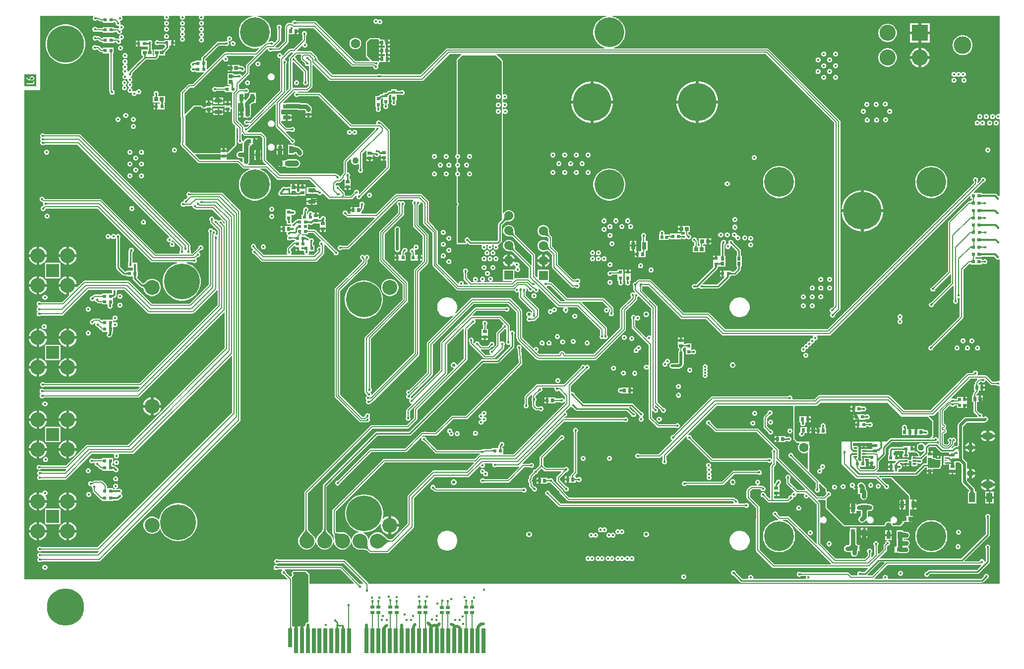
<source format=gbl>
G04*
G04 #@! TF.GenerationSoftware,Altium Limited,Altium Designer,24.4.1 (13)*
G04*
G04 Layer_Physical_Order=6*
G04 Layer_Color=16711680*
%FSLAX44Y44*%
%MOMM*%
G71*
G04*
G04 #@! TF.SameCoordinates,B3C23F8C-D22B-4E34-ACD8-924B2ED7411F*
G04*
G04*
G04 #@! TF.FilePolarity,Positive*
G04*
G01*
G75*
%ADD12C,0.5080*%
%ADD13C,0.2000*%
%ADD18C,0.1524*%
%ADD19C,0.2540*%
%ADD20C,0.3000*%
%ADD24C,0.1270*%
%ADD37R,0.5000X0.6000*%
%ADD38R,0.6000X0.5000*%
%ADD40R,1.0500X1.6000*%
%ADD42R,0.6400X0.6000*%
%ADD43R,0.6000X0.6400*%
%ADD44R,1.3000X0.7000*%
%ADD45R,0.7000X1.3000*%
%ADD52R,0.7112X4.1910*%
%ADD53R,0.7112X3.2004*%
%ADD74R,0.7393X0.6725*%
%ADD87R,0.4500X0.4500*%
%ADD116R,0.3700X0.2400*%
%ADD117R,0.4000X1.0800*%
%ADD132R,0.6725X0.7393*%
%ADD203C,2.7500*%
%ADD204R,2.7500X2.7500*%
%ADD205C,2.9972*%
%ADD212C,1.1000*%
%ADD213C,1.6000*%
%ADD218C,0.2032*%
%ADD219C,0.2067*%
%ADD221C,0.7620*%
%ADD223C,0.3810*%
%ADD226C,1.0000*%
%ADD228R,2.2500X2.2500*%
%ADD229C,2.5500*%
%ADD230C,0.5502*%
%ADD231C,6.0960*%
%ADD232C,2.5400*%
%ADD233C,1.5500*%
%ADD234R,1.5500X1.5500*%
%ADD235R,1.6000X1.6000*%
%ADD236O,1.9000X1.2000*%
%ADD237O,1.2500X1.0500*%
%ADD238C,6.5000*%
%ADD239C,6.3500*%
%ADD240C,0.4500*%
%ADD241C,5.0800*%
%ADD245C,0.2000*%
%ADD246R,0.6500X0.7000*%
%ADD247R,0.7500X0.7000*%
%ADD248R,0.6888X0.6725*%
%ADD249R,0.5500X0.5000*%
%ADD250R,0.5600X0.5200*%
G04:AMPARAMS|DCode=251|XSize=0.66mm|YSize=0.32mm|CornerRadius=0.04mm|HoleSize=0mm|Usage=FLASHONLY|Rotation=0.000|XOffset=0mm|YOffset=0mm|HoleType=Round|Shape=RoundedRectangle|*
%AMROUNDEDRECTD251*
21,1,0.6600,0.2400,0,0,0.0*
21,1,0.5800,0.3200,0,0,0.0*
1,1,0.0800,0.2900,-0.1200*
1,1,0.0800,-0.2900,-0.1200*
1,1,0.0800,-0.2900,0.1200*
1,1,0.0800,0.2900,0.1200*
%
%ADD251ROUNDEDRECTD251*%
%ADD252R,0.6000X0.6500*%
%ADD253R,0.6500X0.6000*%
%ADD254C,0.3048*%
G36*
X127723Y1102469D02*
X127852Y1102374D01*
X127994Y1102290D01*
X128150Y1102217D01*
X128319Y1102156D01*
X128500Y1102105D01*
X128695Y1102066D01*
X128903Y1102038D01*
X129123Y1102022D01*
X129358Y1102016D01*
Y1099984D01*
X129123Y1099978D01*
X128695Y1099934D01*
X128500Y1099894D01*
X128319Y1099844D01*
X128150Y1099783D01*
X127994Y1099710D01*
X127852Y1099626D01*
X127723Y1099531D01*
X127607Y1099425D01*
Y1102575D01*
X127723Y1102469D01*
D02*
G37*
G36*
X158740Y1100339D02*
X158801Y1100166D01*
X158902Y1100014D01*
X159045Y1099882D01*
X159228Y1099770D01*
X159451Y1099678D01*
X159715Y1099607D01*
X160020Y1099557D01*
X160365Y1099526D01*
X160751Y1099516D01*
Y1097484D01*
X160365Y1097474D01*
X160020Y1097443D01*
X159715Y1097393D01*
X159451Y1097321D01*
X159228Y1097230D01*
X159045Y1097118D01*
X158902Y1096986D01*
X158801Y1096834D01*
X158740Y1096661D01*
X158720Y1096468D01*
Y1100532D01*
X158740Y1100339D01*
D02*
G37*
G36*
X155460D02*
X155521Y1100166D01*
X155625Y1100014D01*
X155769Y1099882D01*
X155955Y1099770D01*
X156181Y1099678D01*
X156450Y1099607D01*
X156759Y1099557D01*
X157110Y1099526D01*
X157501Y1099516D01*
Y1097484D01*
X157110Y1097474D01*
X156759Y1097443D01*
X156450Y1097393D01*
X156181Y1097321D01*
X155955Y1097230D01*
X155769Y1097118D01*
X155625Y1096986D01*
X155521Y1096834D01*
X155460Y1096661D01*
X155439Y1096468D01*
Y1100532D01*
X155460Y1100339D01*
D02*
G37*
G36*
X140561Y1096468D02*
X140540Y1096661D01*
X140478Y1096834D01*
X140375Y1096986D01*
X140231Y1097118D01*
X140045Y1097230D01*
X139818Y1097321D01*
X139550Y1097393D01*
X139241Y1097443D01*
X138890Y1097474D01*
X138498Y1097484D01*
Y1099516D01*
X138890Y1099526D01*
X139241Y1099557D01*
X139550Y1099607D01*
X139818Y1099678D01*
X140045Y1099770D01*
X140231Y1099882D01*
X140375Y1100014D01*
X140478Y1100166D01*
X140540Y1100339D01*
X140561Y1100532D01*
Y1096468D01*
D02*
G37*
G36*
X467723Y1094469D02*
X467852Y1094374D01*
X467994Y1094290D01*
X468150Y1094217D01*
X468318Y1094156D01*
X468500Y1094105D01*
X468695Y1094066D01*
X468903Y1094038D01*
X469123Y1094022D01*
X469358Y1094016D01*
Y1091984D01*
X469123Y1091978D01*
X468695Y1091934D01*
X468500Y1091895D01*
X468318Y1091844D01*
X468150Y1091783D01*
X467994Y1091710D01*
X467852Y1091626D01*
X467723Y1091531D01*
X467607Y1091425D01*
Y1094575D01*
X467723Y1094469D01*
D02*
G37*
G36*
X441469Y1084277D02*
X441374Y1084148D01*
X441290Y1084006D01*
X441217Y1083850D01*
X441156Y1083681D01*
X441105Y1083500D01*
X441066Y1083305D01*
X441038Y1083097D01*
X441022Y1082876D01*
X441016Y1082642D01*
X438984D01*
X438978Y1082876D01*
X438934Y1083305D01*
X438895Y1083500D01*
X438844Y1083681D01*
X438783Y1083850D01*
X438710Y1084006D01*
X438626Y1084148D01*
X438531Y1084277D01*
X438425Y1084393D01*
X441575D01*
X441469Y1084277D01*
D02*
G37*
G36*
X461945Y1083381D02*
X462001Y1082522D01*
X462026Y1082384D01*
X462056Y1082277D01*
X462084Y1082216D01*
X462324Y1082181D01*
X462252Y1082115D01*
X462187Y1082029D01*
X462130Y1081923D01*
X462080Y1081796D01*
X462038Y1081648D01*
X462003Y1081481D01*
X461977Y1081293D01*
X461946Y1080856D01*
X461942Y1080607D01*
X459402Y1081066D01*
X459400Y1081319D01*
X459341Y1082139D01*
X459170D01*
X459214Y1082154D01*
X459253Y1082200D01*
X459288Y1082277D01*
X459313Y1082363D01*
X459307Y1082390D01*
X459278Y1082495D01*
X459245Y1082578D01*
X459208Y1082640D01*
X459356Y1082618D01*
X459365Y1082691D01*
X459393Y1083120D01*
X459402Y1083672D01*
X461942D01*
X461945Y1083381D01*
D02*
G37*
G36*
X158740Y1082839D02*
X158801Y1082666D01*
X158902Y1082514D01*
X159045Y1082382D01*
X159228Y1082270D01*
X159451Y1082178D01*
X159715Y1082107D01*
X160020Y1082057D01*
X160365Y1082026D01*
X160751Y1082016D01*
Y1079984D01*
X160365Y1079974D01*
X160020Y1079943D01*
X159715Y1079893D01*
X159451Y1079821D01*
X159228Y1079730D01*
X159045Y1079618D01*
X158902Y1079486D01*
X158801Y1079334D01*
X158740Y1079161D01*
X158720Y1078968D01*
Y1083032D01*
X158740Y1082839D01*
D02*
G37*
G36*
X155460D02*
X155521Y1082666D01*
X155625Y1082514D01*
X155769Y1082382D01*
X155955Y1082270D01*
X156181Y1082178D01*
X156450Y1082107D01*
X156759Y1082057D01*
X157110Y1082026D01*
X157501Y1082016D01*
Y1079984D01*
X157110Y1079974D01*
X156759Y1079943D01*
X156450Y1079893D01*
X156181Y1079821D01*
X155955Y1079730D01*
X155769Y1079618D01*
X155625Y1079486D01*
X155521Y1079334D01*
X155460Y1079161D01*
X155439Y1078968D01*
Y1083032D01*
X155460Y1082839D01*
D02*
G37*
G36*
X140561Y1078968D02*
X140540Y1079161D01*
X140478Y1079334D01*
X140375Y1079486D01*
X140231Y1079618D01*
X140045Y1079730D01*
X139818Y1079821D01*
X139550Y1079893D01*
X139241Y1079943D01*
X138890Y1079974D01*
X138498Y1079984D01*
Y1082016D01*
X138890Y1082026D01*
X139241Y1082057D01*
X139550Y1082107D01*
X139818Y1082178D01*
X140045Y1082270D01*
X140231Y1082382D01*
X140375Y1082514D01*
X140478Y1082666D01*
X140540Y1082839D01*
X140561Y1083032D01*
Y1078968D01*
D02*
G37*
G36*
X165514Y1080931D02*
X165849Y1080659D01*
X166014Y1080549D01*
X166178Y1080457D01*
X166341Y1080381D01*
X166502Y1080322D01*
X166662Y1080281D01*
X166820Y1080257D01*
X166978Y1080250D01*
X164750Y1078023D01*
X164743Y1078180D01*
X164719Y1078338D01*
X164678Y1078498D01*
X164619Y1078660D01*
X164543Y1078822D01*
X164450Y1078986D01*
X164340Y1079152D01*
X164213Y1079318D01*
X164069Y1079486D01*
X163907Y1079656D01*
X165344Y1081093D01*
X165514Y1080931D01*
D02*
G37*
G36*
X484469Y1073277D02*
X484374Y1073148D01*
X484290Y1073006D01*
X484217Y1072850D01*
X484156Y1072682D01*
X484105Y1072500D01*
X484066Y1072305D01*
X484038Y1072097D01*
X484022Y1071877D01*
X484016Y1071643D01*
X481984D01*
X481978Y1071877D01*
X481934Y1072305D01*
X481895Y1072500D01*
X481844Y1072682D01*
X481783Y1072850D01*
X481710Y1073006D01*
X481626Y1073148D01*
X481531Y1073277D01*
X481425Y1073393D01*
X484575D01*
X484469Y1073277D01*
D02*
G37*
G36*
X1670000Y937915D02*
X1668944Y937209D01*
X1668845Y937250D01*
X1667155D01*
X1665593Y936603D01*
X1664397Y935407D01*
X1663750Y933845D01*
Y932155D01*
X1664397Y930593D01*
X1665593Y929397D01*
X1667155Y928750D01*
X1668845D01*
X1668944Y928791D01*
X1670000Y928085D01*
Y797670D01*
X1668730Y796883D01*
X1667845Y797250D01*
X1667803D01*
X1667738Y797308D01*
X1665023Y800023D01*
X1663866Y800797D01*
X1662500Y801069D01*
X1639818D01*
X1639642Y801084D01*
X1639500Y801107D01*
Y802500D01*
X1637513D01*
X1637469Y802509D01*
X1637426Y802500D01*
X1630770D01*
X1630500Y802500D01*
Y802500D01*
X1629500D01*
Y802500D01*
X1625923D01*
X1625437Y803673D01*
X1642387Y820623D01*
X1642412Y820643D01*
X1642483Y820694D01*
X1642537Y820728D01*
X1642573Y820748D01*
X1642577Y820750D01*
X1642578Y820750D01*
X1642845D01*
X1644407Y821397D01*
X1645603Y822593D01*
X1646250Y824155D01*
Y825845D01*
X1645603Y827407D01*
X1644407Y828603D01*
X1642845Y829250D01*
X1641155D01*
X1639593Y828603D01*
X1638397Y827407D01*
X1637750Y825845D01*
Y824684D01*
X1633248Y820182D01*
X1632075Y820668D01*
Y821942D01*
X1632079Y821968D01*
X1632090Y822026D01*
X1632094Y822041D01*
X1632110Y822066D01*
X1632112Y822069D01*
X1632113Y822072D01*
X1632160Y822150D01*
X1632603Y822593D01*
X1633250Y824155D01*
Y825845D01*
X1632603Y827407D01*
X1631407Y828603D01*
X1629845Y829250D01*
X1628155D01*
X1626593Y828603D01*
X1625397Y827407D01*
X1624750Y825845D01*
Y824155D01*
X1625397Y822593D01*
X1625840Y822150D01*
X1625887Y822072D01*
X1625888Y822069D01*
X1625890Y822066D01*
X1625906Y822041D01*
X1625910Y822026D01*
X1625916Y821998D01*
X1625925Y821907D01*
Y819274D01*
X1376262Y569611D01*
X1201738D01*
X1174174Y597174D01*
X1173177Y597841D01*
X1172000Y598075D01*
X1172000Y598075D01*
X1131274D01*
X1075174Y654174D01*
X1074177Y654841D01*
X1073000Y655075D01*
X1073000Y655075D01*
X1054101D01*
X1052924Y654841D01*
X1051926Y654174D01*
X1051926Y654174D01*
X1048017Y650265D01*
X1047997Y650250D01*
X1047947Y650217D01*
X1047934Y650209D01*
X1047906Y650202D01*
X1047902Y650202D01*
X1047899Y650201D01*
X1047811Y650179D01*
X1047184D01*
X1045622Y649532D01*
X1044427Y648336D01*
X1043780Y646774D01*
Y645083D01*
X1044427Y643521D01*
X1044870Y643079D01*
X1044917Y643001D01*
X1044918Y642998D01*
X1044920Y642995D01*
X1044936Y642970D01*
X1044939Y642955D01*
X1044945Y642927D01*
X1044955Y642836D01*
Y636970D01*
X1044955Y636970D01*
X1045189Y635793D01*
X1045855Y634796D01*
X1047292Y633359D01*
X1047036Y631929D01*
X1046869Y631850D01*
X1046171Y631839D01*
X1046096Y631914D01*
X1044534Y632561D01*
X1042843D01*
X1041282Y631914D01*
X1040086Y630718D01*
X1039439Y629156D01*
Y627466D01*
X1040086Y625904D01*
X1040705Y625285D01*
X1040777Y623690D01*
X1040732Y623599D01*
X1040406Y623273D01*
X1040406Y623273D01*
X1022837Y605704D01*
X1022174Y604712D01*
X1021941Y603541D01*
X1021941Y603541D01*
Y572267D01*
X976937Y527263D01*
X928409D01*
X928004Y529295D01*
X926840Y531038D01*
X925096Y532203D01*
X923040Y532612D01*
X920984Y532203D01*
X919241Y531038D01*
X918076Y529295D01*
X917672Y527263D01*
X884063D01*
X881162Y530164D01*
X881315Y530930D01*
X881566Y531556D01*
X882603Y532593D01*
X883250Y534155D01*
Y535845D01*
X882603Y537407D01*
X881407Y538603D01*
X879845Y539250D01*
X878155D01*
X876593Y538603D01*
X875556Y537566D01*
X874930Y537315D01*
X874164Y537162D01*
X855169Y556157D01*
Y599172D01*
X855189D01*
X854876Y601550D01*
X853958Y603766D01*
X852498Y605669D01*
X852498Y605669D01*
X851585Y606553D01*
X851280Y606859D01*
X851280Y606859D01*
X835865Y622273D01*
X834873Y622936D01*
X833703Y623169D01*
X833702Y623169D01*
X769298D01*
X769297Y623169D01*
X768127Y622936D01*
X767135Y622273D01*
X741834Y596973D01*
X740847Y597782D01*
X741811Y599224D01*
X743092Y602318D01*
X743746Y605602D01*
Y608951D01*
X743092Y612235D01*
X741811Y615329D01*
X739950Y618114D01*
X737582Y620481D01*
X734798Y622342D01*
X731704Y623623D01*
X728420Y624277D01*
X725071D01*
X721787Y623623D01*
X718693Y622342D01*
X715909Y620481D01*
X713541Y618114D01*
X711681Y615329D01*
X710399Y612235D01*
X709746Y608951D01*
Y605602D01*
X710399Y602318D01*
X711681Y599224D01*
X713541Y596440D01*
X715909Y594072D01*
X718693Y592211D01*
X721787Y590930D01*
X725071Y590277D01*
X728420D01*
X731704Y590930D01*
X734798Y592211D01*
X736240Y593175D01*
X737050Y592188D01*
X692837Y547976D01*
X692174Y546983D01*
X691941Y545813D01*
X691941Y545813D01*
Y496080D01*
X662033Y466172D01*
X661845Y466250D01*
X660155D01*
X658593Y465603D01*
X657397Y464407D01*
X656750Y462845D01*
Y461155D01*
X657397Y459593D01*
X658490Y458500D01*
X657397Y457407D01*
X656750Y455845D01*
Y454155D01*
X657397Y452593D01*
X658593Y451397D01*
X660155Y450750D01*
X661845D01*
X662013Y450820D01*
X662732Y449743D01*
X662397Y449407D01*
X661750Y447845D01*
Y446155D01*
X662397Y444593D01*
X663593Y443397D01*
X665155Y442750D01*
X665605D01*
X666131Y441480D01*
X658056Y433405D01*
X657390Y432408D01*
X657156Y431231D01*
X657156Y431231D01*
Y420330D01*
X657152Y420304D01*
X657141Y420246D01*
X657137Y420231D01*
X657121Y420206D01*
X657119Y420203D01*
X657118Y420200D01*
X657071Y420122D01*
X656628Y419679D01*
X655981Y418117D01*
Y416427D01*
X656628Y414865D01*
X657823Y413669D01*
X659386Y413022D01*
X661076D01*
X662638Y413669D01*
X663834Y414865D01*
X664481Y416427D01*
Y418117D01*
X663834Y419679D01*
X663391Y420122D01*
X663344Y420200D01*
X663343Y420203D01*
X663340Y420206D01*
X663325Y420231D01*
X663321Y420246D01*
X663315Y420274D01*
X663306Y420365D01*
Y429957D01*
X726174Y492826D01*
X726174Y492826D01*
X726841Y493823D01*
X727075Y495000D01*
Y543726D01*
X754145Y570796D01*
X754845Y570596D01*
X755370Y570225D01*
Y519719D01*
X744169Y508517D01*
X742899Y509044D01*
Y509400D01*
X742175Y511147D01*
X740839Y512483D01*
X739093Y513206D01*
X737203D01*
X735457Y512483D01*
X734120Y511147D01*
X733397Y509400D01*
Y507510D01*
X734120Y505764D01*
X735457Y504428D01*
X737203Y503705D01*
X737560D01*
X738086Y502435D01*
X670826Y435174D01*
X670159Y434177D01*
X669925Y433000D01*
X669925Y433000D01*
Y418274D01*
X657726Y406075D01*
X598000D01*
X598000Y406075D01*
X596823Y405841D01*
X595826Y405174D01*
X595826Y405174D01*
X483826Y293174D01*
X483159Y292177D01*
X482925Y291000D01*
X482925Y291000D01*
Y228086D01*
X482901Y227868D01*
X482754Y227355D01*
X482456Y226640D01*
X481997Y225757D01*
X481404Y224772D01*
X477277Y219272D01*
X475886Y217635D01*
X475277Y217026D01*
X473342Y213674D01*
X472340Y209935D01*
Y206065D01*
X473342Y202326D01*
X475277Y198974D01*
X478014Y196237D01*
X481366Y194302D01*
X485105Y193300D01*
X488975D01*
X492714Y194302D01*
X496066Y196237D01*
X498803Y198974D01*
X500738Y202326D01*
X501623Y205627D01*
X502937D01*
X503822Y202326D01*
X505757Y198974D01*
X508494Y196237D01*
X511846Y194302D01*
X515585Y193300D01*
X519455D01*
X523194Y194302D01*
X526546Y196237D01*
X529283Y198974D01*
X531218Y202326D01*
X532103Y205627D01*
X533417D01*
X534302Y202326D01*
X536237Y198974D01*
X538974Y196237D01*
X542326Y194302D01*
X546065Y193300D01*
X549935D01*
X553674Y194302D01*
X557026Y196237D01*
X559763Y198974D01*
X561698Y202326D01*
X562343Y204731D01*
X563657D01*
X564302Y202326D01*
X566237Y198974D01*
X568974Y196237D01*
X572326Y194302D01*
X576065Y193300D01*
X577918D01*
X578097Y193262D01*
X582100Y193204D01*
X585351Y192949D01*
X586658Y192757D01*
X587789Y192523D01*
X588712Y192258D01*
X589418Y191979D01*
X589898Y191713D01*
X590109Y191542D01*
X593826Y187826D01*
X593826Y187826D01*
X594823Y187159D01*
X596000Y186925D01*
X625000D01*
X625000Y186925D01*
X626177Y187159D01*
X627174Y187826D01*
X669174Y229825D01*
X669174Y229826D01*
X669841Y230823D01*
X670075Y232000D01*
Y280726D01*
X706274Y316925D01*
X762000D01*
X762000Y316925D01*
X763177Y317159D01*
X764174Y317826D01*
X781873Y335524D01*
X783371Y335226D01*
X783648Y334558D01*
X784843Y333362D01*
X786405Y332715D01*
X788096D01*
X789658Y333362D01*
X790854Y334558D01*
X791501Y336120D01*
Y337811D01*
X790854Y339373D01*
X790572Y339655D01*
X791098Y340925D01*
X803255D01*
X804085Y339655D01*
X803750Y338845D01*
Y337155D01*
X804397Y335593D01*
X805593Y334397D01*
X807155Y333750D01*
X808845D01*
X810407Y334397D01*
X810850Y334840D01*
X810928Y334887D01*
X810931Y334888D01*
X810934Y334891D01*
X810959Y334906D01*
X810974Y334910D01*
X811002Y334916D01*
X811093Y334925D01*
X848000D01*
X848000Y334925D01*
X848974Y335119D01*
X849449Y334616D01*
X849722Y334071D01*
X829520Y313868D01*
X790308D01*
X790283Y313872D01*
X790224Y313883D01*
X790210Y313888D01*
X790184Y313903D01*
X790182Y313905D01*
X790179Y313906D01*
X790101Y313953D01*
X789658Y314396D01*
X788096Y315043D01*
X786405D01*
X784843Y314396D01*
X783648Y313201D01*
X783001Y311639D01*
Y309948D01*
X783648Y308386D01*
X784843Y307190D01*
X786405Y306543D01*
X788096D01*
X789658Y307190D01*
X790101Y307633D01*
X790179Y307680D01*
X790182Y307682D01*
X790185Y307684D01*
X790210Y307699D01*
X790224Y307703D01*
X790253Y307709D01*
X790343Y307718D01*
X830793D01*
X830793Y307718D01*
X831970Y307952D01*
X832968Y308619D01*
X858274Y333925D01*
X867942D01*
X867968Y333922D01*
X868027Y333910D01*
X868041Y333906D01*
X868066Y333890D01*
X868069Y333888D01*
X868072Y333887D01*
X868150Y333840D01*
X868593Y333397D01*
X870155Y332750D01*
X871845D01*
X873407Y333397D01*
X874603Y334593D01*
X875250Y336155D01*
Y337845D01*
X874603Y339407D01*
X873407Y340603D01*
X871845Y341250D01*
X870155D01*
X868593Y340603D01*
X868150Y340160D01*
X868072Y340113D01*
X868069Y340112D01*
X868066Y340109D01*
X868041Y340094D01*
X868027Y340090D01*
X867998Y340084D01*
X867907Y340075D01*
X857000D01*
X856026Y339881D01*
X855551Y340384D01*
X855278Y340929D01*
X926274Y411925D01*
X1028942D01*
X1028968Y411922D01*
X1029026Y411910D01*
X1029041Y411906D01*
X1029066Y411890D01*
X1029069Y411888D01*
X1029072Y411887D01*
X1029150Y411840D01*
X1029593Y411397D01*
X1031155Y410750D01*
X1032845D01*
X1034407Y411397D01*
X1035603Y412593D01*
X1036250Y414155D01*
Y415845D01*
X1035603Y417407D01*
X1034407Y418603D01*
X1032845Y419250D01*
X1031155D01*
X1029593Y418603D01*
X1029150Y418160D01*
X1029072Y418113D01*
X1029069Y418112D01*
X1029066Y418110D01*
X1029041Y418094D01*
X1029026Y418090D01*
X1028998Y418084D01*
X1028907Y418075D01*
X927083D01*
X926597Y419248D01*
X927512Y420164D01*
X927533Y420179D01*
X927582Y420212D01*
X927596Y420220D01*
X927624Y420227D01*
X927628Y420227D01*
X927630Y420228D01*
X927719Y420250D01*
X928345D01*
X929907Y420897D01*
X931103Y422093D01*
X931750Y423655D01*
Y425345D01*
X931103Y426907D01*
X929907Y428103D01*
X929581Y428238D01*
X929333Y429484D01*
X937030Y437181D01*
X937333Y437285D01*
X937464Y437301D01*
X938622Y437205D01*
X939430Y436397D01*
X940992Y435750D01*
X941366D01*
X941410Y435712D01*
X945480Y431642D01*
X946561Y430920D01*
X947837Y430666D01*
X1033125D01*
X1040831Y422960D01*
X1041397Y421593D01*
X1042593Y420397D01*
X1044155Y419750D01*
X1045845D01*
X1047407Y420397D01*
X1048603Y421593D01*
X1049250Y423155D01*
Y424845D01*
X1048603Y426407D01*
X1047407Y427603D01*
X1045845Y428250D01*
X1044971D01*
X1037825Y435396D01*
X1038351Y436666D01*
X1040619D01*
X1053746Y423538D01*
X1053750Y423534D01*
Y423155D01*
X1054397Y421593D01*
X1055182Y420808D01*
X1055457Y420000D01*
X1055182Y419192D01*
X1054397Y418407D01*
X1053750Y416845D01*
Y415155D01*
X1054397Y413593D01*
X1055593Y412397D01*
X1057155Y411750D01*
X1058845D01*
X1060407Y412397D01*
X1061603Y413593D01*
X1062250Y415155D01*
Y416845D01*
X1061603Y418407D01*
X1060818Y419192D01*
X1060543Y420000D01*
X1060818Y420808D01*
X1061603Y421593D01*
X1062250Y423155D01*
Y424845D01*
X1061603Y426407D01*
X1060407Y427603D01*
X1058845Y428250D01*
X1058471D01*
X1058427Y428288D01*
X1044358Y442357D01*
X1043276Y443080D01*
X1042000Y443334D01*
X959976D01*
X944849Y458462D01*
X944845Y458466D01*
Y458845D01*
X944198Y460407D01*
X943003Y461603D01*
X941441Y462250D01*
X939750D01*
X939345Y462082D01*
X938075Y462931D01*
Y472726D01*
X966012Y500664D01*
X966033Y500679D01*
X966082Y500712D01*
X966096Y500720D01*
X966124Y500727D01*
X966128Y500727D01*
X966131Y500728D01*
X966219Y500750D01*
X966845D01*
X968407Y501397D01*
X969603Y502593D01*
X970250Y504155D01*
Y505845D01*
X969603Y507407D01*
X968407Y508603D01*
X966845Y509250D01*
X965155D01*
X963593Y508603D01*
X962500Y507510D01*
X961407Y508603D01*
X959845Y509250D01*
X958155D01*
X956593Y508603D01*
X955397Y507407D01*
X954750Y505845D01*
Y505219D01*
X954728Y505131D01*
X954727Y505128D01*
X954727Y505124D01*
X954720Y505096D01*
X954712Y505082D01*
X954696Y505058D01*
X954639Y504988D01*
X925726Y476075D01*
X881000D01*
X881000Y476075D01*
X879823Y475841D01*
X878826Y475174D01*
X878826Y475174D01*
X859673Y456021D01*
X859006Y455024D01*
X858772Y453847D01*
X858772Y453847D01*
Y442058D01*
X858769Y442032D01*
X858757Y441973D01*
X858753Y441959D01*
X858737Y441934D01*
X858736Y441931D01*
X858734Y441928D01*
X858687Y441850D01*
X858244Y441407D01*
X857597Y439845D01*
Y438155D01*
X858244Y436593D01*
X859440Y435397D01*
X861002Y434750D01*
X862692D01*
X864255Y435397D01*
X865450Y436593D01*
X866097Y438155D01*
Y439845D01*
X865450Y441407D01*
X865007Y441850D01*
X864960Y441928D01*
X864959Y441931D01*
X864957Y441934D01*
X864941Y441959D01*
X864937Y441973D01*
X864932Y442002D01*
X864922Y442093D01*
Y452573D01*
X870821Y458472D01*
X871365Y458199D01*
X871869Y457724D01*
X871675Y456750D01*
X871675Y456750D01*
Y452363D01*
X871671Y452330D01*
X871657Y452249D01*
X871644Y452190D01*
X871634Y452158D01*
X871614Y452130D01*
X871608Y452119D01*
X871397Y451907D01*
X870750Y450345D01*
Y448655D01*
X871397Y447093D01*
X871608Y446881D01*
X871614Y446870D01*
X871634Y446842D01*
X871644Y446810D01*
X871657Y446751D01*
X871671Y446670D01*
X871675Y446637D01*
Y438716D01*
X871675Y438716D01*
X871909Y437539D01*
X872576Y436541D01*
X877291Y431826D01*
X877291Y431826D01*
X878289Y431159D01*
X879466Y430925D01*
X883942D01*
X883968Y430922D01*
X884026Y430910D01*
X884041Y430906D01*
X884066Y430890D01*
X884069Y430888D01*
X884072Y430887D01*
X884150Y430840D01*
X884593Y430397D01*
X886155Y429750D01*
X887845D01*
X889407Y430397D01*
X890603Y431593D01*
X891250Y433155D01*
Y434845D01*
X890603Y436407D01*
X889407Y437603D01*
X887845Y438250D01*
X886155D01*
X884593Y437603D01*
X884150Y437160D01*
X884072Y437113D01*
X884069Y437112D01*
X884066Y437109D01*
X884041Y437094D01*
X884026Y437090D01*
X883998Y437085D01*
X883907Y437075D01*
X880740D01*
X877825Y439990D01*
Y446303D01*
X877827Y446315D01*
X877827Y446317D01*
X878603Y447093D01*
X879250Y448655D01*
Y450345D01*
X878603Y451907D01*
X877827Y452683D01*
X877827Y452685D01*
X877825Y452697D01*
Y455476D01*
X885013Y462664D01*
X885033Y462679D01*
X885082Y462712D01*
X885096Y462720D01*
X885124Y462727D01*
X885128Y462727D01*
X885130Y462728D01*
X885219Y462750D01*
X885845D01*
X887407Y463397D01*
X888603Y464593D01*
X889250Y466155D01*
Y467845D01*
X888915Y468655D01*
X889745Y469925D01*
X909054D01*
X909760Y468869D01*
X909750Y468845D01*
Y467155D01*
X910397Y465593D01*
X911593Y464397D01*
X913155Y463750D01*
X914845D01*
X916407Y464397D01*
X916850Y464840D01*
X916928Y464887D01*
X916931Y464888D01*
X916934Y464891D01*
X916959Y464906D01*
X916974Y464910D01*
X917002Y464916D01*
X917093Y464925D01*
X917726D01*
X927925Y454726D01*
Y449649D01*
X926655Y449396D01*
X926236Y450407D01*
X925041Y451603D01*
X923478Y452250D01*
X921788D01*
X920226Y451603D01*
X919783Y451160D01*
X919705Y451113D01*
X919702Y451112D01*
X919699Y451110D01*
X919674Y451094D01*
X919660Y451090D01*
X919631Y451085D01*
X919540Y451075D01*
X911400D01*
Y453200D01*
X899100D01*
Y448000D01*
Y442800D01*
X911400D01*
Y444925D01*
X919576D01*
X919601Y444921D01*
X919660Y444910D01*
X919674Y444906D01*
X919699Y444890D01*
X919702Y444888D01*
X919705Y444887D01*
X919783Y444840D01*
X920226Y444397D01*
X921788Y443750D01*
X923478D01*
X925041Y444397D01*
X926236Y445593D01*
X926655Y446604D01*
X927925Y446351D01*
Y444274D01*
X839726Y356075D01*
X823333D01*
X822500Y357000D01*
X822500Y357345D01*
Y364926D01*
X822509Y364969D01*
X822500Y365013D01*
Y367000D01*
X821334D01*
Y368952D01*
X822407Y369397D01*
X823603Y370593D01*
X824250Y372155D01*
Y373845D01*
X823603Y375407D01*
X822407Y376603D01*
X820845Y377250D01*
X819155D01*
X817593Y376603D01*
X816397Y375407D01*
X815750Y373845D01*
Y372997D01*
X815642Y372890D01*
X814920Y371808D01*
X814666Y370532D01*
Y367899D01*
X813500Y367000D01*
X812500D01*
X812230Y367000D01*
X803500D01*
Y365075D01*
X789501D01*
X789501Y365075D01*
X788324Y364841D01*
X787944Y364587D01*
X786324D01*
X784762Y363940D01*
X784320Y363498D01*
X784242Y363450D01*
X784239Y363449D01*
X784236Y363447D01*
X784211Y363432D01*
X784196Y363428D01*
X784168Y363422D01*
X784077Y363412D01*
X709937D01*
X691336Y382012D01*
X691321Y382033D01*
X691288Y382082D01*
X691280Y382096D01*
X691273Y382124D01*
X691273Y382128D01*
X691272Y382131D01*
X691250Y382219D01*
Y382845D01*
X690603Y384407D01*
X689407Y385603D01*
X687845Y386250D01*
X686155D01*
X684900Y385730D01*
X684181Y386807D01*
X685281Y387907D01*
X708000D01*
X709184Y388143D01*
X710187Y388813D01*
X737281Y415907D01*
X760000D01*
X761183Y416143D01*
X762187Y416813D01*
X853557Y508183D01*
X853557Y508183D01*
X853586Y508155D01*
X854713Y509841D01*
X855108Y511831D01*
X855046Y512143D01*
X855054Y512206D01*
X853305Y536198D01*
X853307Y536222D01*
X853314Y536284D01*
X853317Y536303D01*
X853324Y536314D01*
X853603Y536593D01*
X854250Y538155D01*
Y539845D01*
X853603Y541407D01*
X852407Y542603D01*
X850845Y543250D01*
X849155D01*
X847593Y542603D01*
X846397Y541407D01*
X845750Y539845D01*
Y538155D01*
X846397Y536593D01*
X847037Y535952D01*
X847092Y535876D01*
X847099Y535861D01*
X847109Y535850D01*
X847115Y535832D01*
X847123Y535801D01*
X847139Y535714D01*
X848851Y512225D01*
X758719Y422093D01*
X736000D01*
X734817Y421857D01*
X733813Y421187D01*
X706719Y394093D01*
X691281D01*
X691187Y394187D01*
X690183Y394857D01*
X689000Y395093D01*
X687816Y394857D01*
X686813Y394187D01*
X686750Y394093D01*
X684000D01*
X682816Y393857D01*
X681813Y393187D01*
X654719Y366093D01*
X596000D01*
X594817Y365857D01*
X593813Y365187D01*
X539959Y311333D01*
X539940Y311318D01*
X539888Y311283D01*
X539871Y311273D01*
X539857Y311271D01*
X539842Y311266D01*
X539779Y311250D01*
X539155D01*
X537593Y310603D01*
X536397Y309407D01*
X535750Y307845D01*
Y306155D01*
X536397Y304593D01*
X537593Y303397D01*
X539155Y302750D01*
X540845D01*
X542407Y303397D01*
X543603Y304593D01*
X544250Y306155D01*
Y306779D01*
X544266Y306842D01*
X544271Y306857D01*
X544273Y306871D01*
X544283Y306888D01*
X544301Y306915D01*
X544357Y306983D01*
X597281Y359907D01*
X656000D01*
X657184Y360143D01*
X658187Y360813D01*
X682193Y384819D01*
X683270Y384100D01*
X682750Y382845D01*
Y381155D01*
X683397Y379593D01*
X684593Y378397D01*
X686155Y377750D01*
X686781D01*
X686870Y377728D01*
X686872Y377727D01*
X686876Y377727D01*
X686904Y377720D01*
X686918Y377712D01*
X686942Y377696D01*
X687012Y377639D01*
X706488Y358163D01*
X706488Y358163D01*
X707486Y357496D01*
X708663Y357262D01*
X708663Y357262D01*
X782458D01*
X782583Y355992D01*
X781823Y355841D01*
X780826Y355174D01*
X773726Y348075D01*
X619000D01*
X617823Y347841D01*
X616826Y347174D01*
X616825Y347174D01*
X531667Y262016D01*
X531001Y261019D01*
X530767Y259842D01*
X530767Y259842D01*
Y222159D01*
X530767Y222158D01*
X531001Y220982D01*
X531505Y220228D01*
X531551Y220142D01*
X531609Y220071D01*
X531667Y219984D01*
X531746Y219905D01*
X531947Y219662D01*
X532235Y219165D01*
X532519Y218479D01*
X532778Y217605D01*
X532998Y216547D01*
X533162Y215357D01*
X533339Y210557D01*
X532067Y210508D01*
X531218Y213674D01*
X529283Y217026D01*
X527964Y218345D01*
X527856Y218507D01*
X527852Y218512D01*
X527852Y218512D01*
X527852Y218512D01*
X526429Y219943D01*
X525192Y221262D01*
X523141Y223701D01*
X522383Y224746D01*
X521774Y225707D01*
X521325Y226554D01*
X521031Y227271D01*
X520880Y227840D01*
X520854Y228101D01*
Y301139D01*
X607381Y387666D01*
X663000D01*
X664276Y387920D01*
X665358Y388643D01*
X788664Y511949D01*
X813283D01*
X814559Y512203D01*
X815641Y512926D01*
X840358Y537643D01*
X841080Y538724D01*
X841334Y540000D01*
Y560319D01*
X841335Y560324D01*
X841603Y560593D01*
X842250Y562155D01*
Y563845D01*
X841603Y565407D01*
X840407Y566603D01*
X838845Y567250D01*
X837155D01*
X835593Y566603D01*
X835345Y566355D01*
X834075Y566881D01*
Y576000D01*
X834075Y576000D01*
X833841Y577177D01*
X833174Y578174D01*
X833174Y578175D01*
X819424Y591924D01*
X818427Y592591D01*
X817250Y592825D01*
X817250Y592825D01*
X770833D01*
X770347Y593998D01*
X777274Y600925D01*
X825942D01*
X825968Y600922D01*
X826026Y600910D01*
X826041Y600906D01*
X826066Y600890D01*
X826069Y600888D01*
X826072Y600887D01*
X826150Y600840D01*
X826593Y600397D01*
X828155Y599750D01*
X829845D01*
X831407Y600397D01*
X832603Y601593D01*
X833250Y603155D01*
Y604845D01*
X832603Y606407D01*
X831407Y607603D01*
X829845Y608250D01*
X828155D01*
X826593Y607603D01*
X826150Y607160D01*
X826072Y607113D01*
X826069Y607112D01*
X826066Y607110D01*
X826041Y607094D01*
X826026Y607090D01*
X825998Y607085D01*
X825907Y607075D01*
X776000D01*
X776000Y607075D01*
X774823Y606841D01*
X773826Y606174D01*
X773826Y606174D01*
X715826Y548174D01*
X715159Y547177D01*
X714925Y546000D01*
X714925Y546000D01*
Y500274D01*
X666125Y451474D01*
X665290Y451483D01*
X664938Y451960D01*
X664661Y452733D01*
X665250Y454155D01*
Y454782D01*
X665287Y454935D01*
X665287Y454936D01*
X665292Y454945D01*
X665323Y454993D01*
X665339Y455014D01*
X666084Y455759D01*
X666084Y455759D01*
X666085Y455759D01*
X698865Y488540D01*
X698866Y488540D01*
X701273Y490947D01*
X701273Y490948D01*
X701936Y491940D01*
X702169Y493110D01*
Y542843D01*
X772267Y612941D01*
X830733D01*
X842837Y600837D01*
X842837Y600837D01*
X843149Y600525D01*
X844045Y599625D01*
X844045Y599625D01*
Y599625D01*
X844941Y598726D01*
Y555718D01*
X844921D01*
X845235Y553340D01*
X846152Y551124D01*
X847613Y549220D01*
X847627Y549234D01*
X868905Y527956D01*
X869791Y527070D01*
X869789Y527068D01*
X869803Y527057D01*
X870700Y526161D01*
X876266Y520595D01*
X877147Y519690D01*
X877147Y519690D01*
X877148Y519690D01*
X879030Y518246D01*
X881246Y517328D01*
X883624Y517015D01*
Y517035D01*
X979906D01*
X979906Y517035D01*
X981077Y517267D01*
X982069Y517931D01*
X1031273Y567135D01*
X1031273Y567135D01*
X1031936Y568127D01*
X1032169Y569297D01*
X1032169Y569297D01*
Y600572D01*
X1046435Y614837D01*
X1046435Y614837D01*
X1050793Y619196D01*
X1051456Y620188D01*
X1051689Y621358D01*
X1051689Y621359D01*
Y624195D01*
X1052177Y624397D01*
X1053373Y625593D01*
X1053429Y625728D01*
X1054675Y625976D01*
X1075430Y605221D01*
Y559240D01*
X1074160Y558705D01*
X1072845Y559250D01*
X1071155D01*
X1069593Y558603D01*
X1068397Y557407D01*
X1067911Y556234D01*
X1066577Y555772D01*
X1048075Y574274D01*
Y585118D01*
X1049345Y585644D01*
X1049593Y585397D01*
X1051155Y584750D01*
X1052845D01*
X1054407Y585397D01*
X1055603Y586593D01*
X1056250Y588155D01*
Y589845D01*
X1055603Y591407D01*
X1054407Y592603D01*
X1052845Y593250D01*
X1051155D01*
X1049593Y592603D01*
X1049265Y592276D01*
X1048603Y592407D01*
X1047407Y593603D01*
X1045845Y594250D01*
X1044155D01*
X1042593Y593603D01*
X1041397Y592407D01*
X1040750Y590845D01*
Y589155D01*
X1041397Y587593D01*
X1041840Y587150D01*
X1041887Y587072D01*
X1041888Y587069D01*
X1041890Y587066D01*
X1041906Y587041D01*
X1041910Y587026D01*
X1041916Y586998D01*
X1041925Y586907D01*
Y573000D01*
X1041925Y573000D01*
X1042159Y571823D01*
X1042826Y570826D01*
X1070925Y542726D01*
Y508881D01*
X1069655Y508355D01*
X1069407Y508603D01*
X1067845Y509250D01*
X1066155D01*
X1064593Y508603D01*
X1063397Y507407D01*
X1062750Y505845D01*
Y504155D01*
X1063397Y502593D01*
X1064593Y501397D01*
X1066155Y500750D01*
X1067845D01*
X1069407Y501397D01*
X1069655Y501645D01*
X1070925Y501119D01*
Y418000D01*
X1070925Y418000D01*
X1071159Y416823D01*
X1071826Y415826D01*
X1085325Y402326D01*
X1085326Y402326D01*
X1086323Y401659D01*
X1087500Y401425D01*
X1087500Y401425D01*
X1117565D01*
X1117593Y401397D01*
X1119155Y400750D01*
X1120845D01*
X1122407Y401397D01*
X1123603Y402593D01*
X1124250Y404155D01*
Y405845D01*
X1123603Y407407D01*
X1122407Y408603D01*
X1120845Y409250D01*
X1119155D01*
X1117593Y408603D01*
X1116565Y407575D01*
X1088774D01*
X1077075Y419274D01*
Y429965D01*
X1078345Y430572D01*
X1078750Y430245D01*
Y430155D01*
X1079397Y428593D01*
X1080593Y427397D01*
X1082155Y426750D01*
X1083845D01*
X1085407Y427397D01*
X1086603Y428593D01*
X1087250Y430155D01*
Y431845D01*
X1086603Y433407D01*
X1085407Y434603D01*
X1083845Y435250D01*
X1083219D01*
X1083130Y435272D01*
X1083128Y435273D01*
X1083124Y435273D01*
X1083096Y435280D01*
X1083082Y435288D01*
X1083058Y435304D01*
X1082988Y435361D01*
X1081580Y436769D01*
Y439412D01*
X1082753Y439898D01*
X1091664Y430988D01*
X1091679Y430967D01*
X1091712Y430918D01*
X1091720Y430904D01*
X1091727Y430876D01*
X1091727Y430872D01*
X1091728Y430869D01*
X1091750Y430781D01*
Y430155D01*
X1092397Y428593D01*
X1093593Y427397D01*
X1095155Y426750D01*
X1096845D01*
X1098407Y427397D01*
X1099603Y428593D01*
X1100250Y430155D01*
Y431845D01*
X1099603Y433407D01*
X1098407Y434603D01*
X1096845Y435250D01*
X1096219D01*
X1096130Y435272D01*
X1096128Y435273D01*
X1096124Y435273D01*
X1096096Y435280D01*
X1096082Y435288D01*
X1096058Y435304D01*
X1095988Y435361D01*
X1086075Y445274D01*
Y608000D01*
X1085841Y609177D01*
X1085174Y610174D01*
X1060075Y635274D01*
Y642923D01*
X1060093Y642925D01*
X1070726D01*
X1125775Y587876D01*
X1125775Y587876D01*
X1126773Y587209D01*
X1127950Y586975D01*
X1168676D01*
X1195826Y559826D01*
X1196823Y559159D01*
X1198000Y558925D01*
X1198000Y558925D01*
X1351118D01*
X1351644Y557655D01*
X1351397Y557407D01*
X1350750Y555845D01*
Y554250D01*
X1349155D01*
X1347593Y553603D01*
X1346397Y552407D01*
X1345750Y550845D01*
Y549250D01*
X1344155D01*
X1342593Y548603D01*
X1341397Y547407D01*
X1340750Y545845D01*
Y544250D01*
X1339155D01*
X1337593Y543603D01*
X1336397Y542407D01*
X1335750Y540845D01*
Y539250D01*
X1334155D01*
X1332593Y538603D01*
X1331397Y537407D01*
X1330750Y535845D01*
Y534155D01*
X1331397Y532593D01*
X1332593Y531397D01*
X1334155Y530750D01*
X1335845D01*
X1337407Y531397D01*
X1338603Y532593D01*
X1339250Y534155D01*
Y535750D01*
X1340845D01*
X1342407Y536397D01*
X1343603Y537593D01*
X1344250Y539155D01*
Y540750D01*
X1345845D01*
X1347407Y541397D01*
X1348603Y542593D01*
X1349250Y544155D01*
Y545750D01*
X1350845D01*
X1352407Y546397D01*
X1353603Y547593D01*
X1354250Y549155D01*
Y550750D01*
X1355845D01*
X1357407Y551397D01*
X1358603Y552593D01*
X1359250Y554155D01*
Y555845D01*
X1358603Y557407D01*
X1358356Y557655D01*
X1358882Y558925D01*
X1379415D01*
X1379415Y558925D01*
X1380592Y559159D01*
X1381589Y559826D01*
X1619327Y797563D01*
X1620500Y797077D01*
Y792500D01*
X1622425D01*
Y790000D01*
X1620500D01*
Y788075D01*
X1617500D01*
X1616323Y787841D01*
X1615326Y787174D01*
X1615325Y787174D01*
X1582826Y754674D01*
X1582159Y753677D01*
X1581925Y752500D01*
X1581925Y752500D01*
Y668274D01*
X1556288Y642636D01*
X1556267Y642621D01*
X1556218Y642588D01*
X1556204Y642580D01*
X1556176Y642573D01*
X1556172Y642573D01*
X1556169Y642572D01*
X1556081Y642550D01*
X1555455D01*
X1553893Y641903D01*
X1552697Y640707D01*
X1552050Y639145D01*
Y637455D01*
X1552697Y635893D01*
X1553893Y634697D01*
X1555455Y634050D01*
X1557145D01*
X1558707Y634697D01*
X1559903Y635893D01*
X1560550Y637455D01*
Y638081D01*
X1560572Y638170D01*
X1560573Y638172D01*
X1560573Y638176D01*
X1560580Y638204D01*
X1560588Y638218D01*
X1560604Y638242D01*
X1560661Y638312D01*
X1585752Y663403D01*
X1586925Y662917D01*
Y649199D01*
X1553760Y616034D01*
X1553740Y616019D01*
X1553690Y615986D01*
X1553677Y615978D01*
X1553649Y615971D01*
X1553645Y615971D01*
X1553642Y615970D01*
X1553553Y615948D01*
X1552927D01*
X1551365Y615301D01*
X1550170Y614105D01*
X1549523Y612543D01*
Y610853D01*
X1550170Y609291D01*
X1551365Y608095D01*
X1552927Y607448D01*
X1554618D01*
X1556180Y608095D01*
X1557376Y609291D01*
X1558023Y610853D01*
Y611479D01*
X1558044Y611567D01*
X1558045Y611570D01*
X1558046Y611574D01*
X1558053Y611602D01*
X1558060Y611616D01*
X1558077Y611640D01*
X1558134Y611710D01*
X1590752Y644328D01*
X1591925Y643842D01*
Y620558D01*
X1591922Y620532D01*
X1591910Y620474D01*
X1591906Y620459D01*
X1591890Y620434D01*
X1591888Y620431D01*
X1591887Y620428D01*
X1591840Y620350D01*
X1591397Y619907D01*
X1590750Y618345D01*
Y616655D01*
X1591397Y615093D01*
X1592593Y613897D01*
X1594155Y613250D01*
X1595845D01*
X1597407Y613897D01*
X1598603Y615093D01*
X1599250Y616655D01*
Y618345D01*
X1598603Y619907D01*
X1598160Y620350D01*
X1598113Y620428D01*
X1598112Y620431D01*
X1598110Y620434D01*
X1598094Y620459D01*
X1598090Y620474D01*
X1598085Y620502D01*
X1598075Y620593D01*
Y622554D01*
X1599131Y623260D01*
X1599155Y623250D01*
X1600845D01*
X1600869Y623260D01*
X1601925Y622554D01*
Y591274D01*
X1552487Y541836D01*
X1552467Y541821D01*
X1552418Y541788D01*
X1552404Y541780D01*
X1552376Y541773D01*
X1552372Y541773D01*
X1552370Y541772D01*
X1552281Y541750D01*
X1551655D01*
X1550093Y541103D01*
X1548897Y539907D01*
X1548250Y538345D01*
Y536655D01*
X1548897Y535093D01*
X1550093Y533897D01*
X1551655Y533250D01*
X1553345D01*
X1554907Y533897D01*
X1556103Y535093D01*
X1556750Y536655D01*
Y537281D01*
X1556772Y537369D01*
X1556773Y537372D01*
X1556773Y537376D01*
X1556780Y537404D01*
X1556788Y537418D01*
X1556804Y537442D01*
X1556861Y537512D01*
X1607174Y587826D01*
X1607841Y588823D01*
X1608075Y590000D01*
X1608075Y590000D01*
Y671226D01*
X1618774Y681925D01*
X1620500D01*
Y680000D01*
X1629230D01*
X1629500Y680000D01*
X1630500D01*
X1630770Y680000D01*
X1639500D01*
Y681925D01*
X1641942D01*
X1641968Y681921D01*
X1642027Y681910D01*
X1642041Y681906D01*
X1642066Y681890D01*
X1642069Y681888D01*
X1642072Y681887D01*
X1642150Y681840D01*
X1642593Y681397D01*
X1644155Y680750D01*
X1645845D01*
X1647407Y681397D01*
X1648603Y682593D01*
X1649250Y684155D01*
Y685845D01*
X1648603Y687407D01*
X1647407Y688603D01*
X1645845Y689250D01*
X1644155D01*
X1642593Y688603D01*
X1642150Y688160D01*
X1642072Y688113D01*
X1642069Y688112D01*
X1642066Y688110D01*
X1642041Y688094D01*
X1642027Y688090D01*
X1641998Y688084D01*
X1641907Y688075D01*
X1639500D01*
Y690000D01*
X1630770D01*
X1630500Y690000D01*
X1629500D01*
X1628977Y690565D01*
X1629033Y692079D01*
X1629500Y692500D01*
X1630500D01*
Y692500D01*
X1637426D01*
X1637469Y692491D01*
X1637513Y692500D01*
X1639500D01*
Y693893D01*
X1639642Y693916D01*
X1639818Y693931D01*
X1661022D01*
X1662750Y692203D01*
Y692155D01*
X1663397Y690593D01*
X1664593Y689397D01*
X1666155Y688750D01*
X1667845D01*
X1668730Y689117D01*
X1670000Y688330D01*
Y481959D01*
X1668730Y481110D01*
X1668393Y481250D01*
X1666702D01*
X1665140Y480603D01*
X1664698Y480160D01*
X1664619Y480113D01*
X1664617Y480112D01*
X1664614Y480109D01*
X1664589Y480094D01*
X1664574Y480090D01*
X1664546Y480084D01*
X1664455Y480075D01*
X1658334D01*
X1648234Y490174D01*
X1647237Y490841D01*
X1646060Y491075D01*
X1646060Y491075D01*
X1632881D01*
X1632355Y492345D01*
X1632603Y492593D01*
X1633250Y494155D01*
Y495845D01*
X1632603Y497407D01*
X1631407Y498603D01*
X1629845Y499250D01*
X1628155D01*
X1626593Y498603D01*
X1625397Y497407D01*
X1624750Y495845D01*
Y495219D01*
X1624728Y495131D01*
X1624727Y495128D01*
X1624727Y495124D01*
X1624720Y495096D01*
X1624712Y495082D01*
X1624707Y495075D01*
X1616000D01*
X1614823Y494841D01*
X1613826Y494174D01*
X1613826Y494174D01*
X1582131Y462480D01*
X1582131Y462480D01*
X1551726Y432075D01*
X1507274D01*
X1483174Y456174D01*
X1482177Y456841D01*
X1481000Y457075D01*
X1481000Y457075D01*
X1362330D01*
X1362330Y457075D01*
X1361154Y456841D01*
X1360156Y456174D01*
X1360156Y456174D01*
X1354057Y450075D01*
X1316946D01*
X1316240Y451131D01*
X1316250Y451155D01*
Y452845D01*
X1315603Y454407D01*
X1314407Y455603D01*
X1312845Y456250D01*
X1311155D01*
X1309593Y455603D01*
X1309150Y455160D01*
X1309072Y455113D01*
X1309069Y455112D01*
X1309066Y455110D01*
X1309041Y455094D01*
X1309026Y455090D01*
X1308998Y455084D01*
X1308907Y455075D01*
X1180000D01*
X1180000Y455075D01*
X1178823Y454841D01*
X1177826Y454174D01*
X1177826Y454174D01*
X1112487Y388836D01*
X1112467Y388821D01*
X1112418Y388788D01*
X1112404Y388780D01*
X1112376Y388773D01*
X1112372Y388773D01*
X1112370Y388772D01*
X1112281Y388750D01*
X1111655D01*
X1110093Y388103D01*
X1108897Y386907D01*
X1108250Y385345D01*
Y383655D01*
X1108897Y382093D01*
X1110093Y380897D01*
X1110559Y380704D01*
X1110857Y379206D01*
X1087869Y356218D01*
X1055315D01*
X1055290Y356221D01*
X1055233Y356233D01*
X1055221Y356236D01*
X1055200Y356249D01*
X1055196Y356252D01*
X1055192Y356254D01*
X1055113Y356302D01*
X1054657Y356758D01*
X1053095Y357405D01*
X1051405D01*
X1049843Y356758D01*
X1048647Y355562D01*
X1048000Y354000D01*
Y352309D01*
X1048647Y350747D01*
X1049843Y349552D01*
X1051405Y348905D01*
X1053095D01*
X1054657Y349552D01*
X1055088Y349982D01*
X1055164Y350028D01*
X1055166Y350029D01*
X1055168Y350030D01*
X1055197Y350048D01*
X1055214Y350052D01*
X1055244Y350058D01*
X1055334Y350068D01*
X1089143D01*
X1089143Y350068D01*
X1090320Y350302D01*
X1091317Y350968D01*
X1093655Y353306D01*
X1094925Y352780D01*
Y346058D01*
X1094921Y346032D01*
X1094910Y345974D01*
X1094906Y345959D01*
X1094890Y345934D01*
X1094888Y345931D01*
X1094887Y345928D01*
X1094840Y345850D01*
X1094397Y345407D01*
X1093750Y343845D01*
Y342155D01*
X1094397Y340593D01*
X1095593Y339397D01*
X1097155Y338750D01*
X1098845D01*
X1100407Y339397D01*
X1101603Y340593D01*
X1102250Y342155D01*
Y343845D01*
X1101603Y345407D01*
X1101160Y345850D01*
X1101113Y345928D01*
X1101112Y345931D01*
X1101110Y345934D01*
X1101094Y345959D01*
X1101090Y345974D01*
X1101085Y346002D01*
X1101075Y346093D01*
Y352726D01*
X1134577Y386228D01*
X1135075Y386065D01*
X1135750Y385605D01*
Y384155D01*
X1136397Y382593D01*
X1137593Y381397D01*
X1139155Y380750D01*
X1139781D01*
X1139870Y380728D01*
X1139872Y380727D01*
X1139876Y380727D01*
X1139904Y380720D01*
X1139918Y380712D01*
X1139942Y380696D01*
X1140012Y380639D01*
X1176825Y343826D01*
X1176826Y343826D01*
X1177823Y343159D01*
X1179000Y342925D01*
X1273942D01*
X1273968Y342921D01*
X1274026Y342910D01*
X1274041Y342906D01*
X1274066Y342890D01*
X1274069Y342888D01*
X1274072Y342887D01*
X1274150Y342840D01*
X1274593Y342397D01*
X1276155Y341750D01*
X1277845D01*
X1279407Y342397D01*
X1280603Y343593D01*
X1280655Y343718D01*
X1281925Y343465D01*
Y340513D01*
X1279508Y338096D01*
X1278841Y337099D01*
X1278607Y335922D01*
X1278607Y335922D01*
Y280075D01*
X1277253D01*
X1270333Y286996D01*
X1270318Y287016D01*
X1270286Y287064D01*
X1270279Y287075D01*
X1270274Y287098D01*
X1270273Y287102D01*
X1270272Y287106D01*
X1270250Y287198D01*
Y287845D01*
X1269603Y289407D01*
X1268407Y290603D01*
X1266845Y291250D01*
X1265155D01*
X1263593Y290603D01*
X1262397Y289407D01*
X1261750Y287845D01*
Y286155D01*
X1262397Y284593D01*
X1263593Y283397D01*
X1265155Y282750D01*
X1265760D01*
X1265845Y282729D01*
X1265847Y282728D01*
X1265849Y282728D01*
X1265884Y282719D01*
X1265899Y282710D01*
X1265925Y282693D01*
X1265995Y282635D01*
X1273805Y274826D01*
X1273805Y274826D01*
X1274803Y274159D01*
X1275980Y273925D01*
X1275980Y273925D01*
X1309000D01*
X1309000Y273925D01*
X1310177Y274159D01*
X1311174Y274826D01*
X1314012Y277664D01*
X1314033Y277679D01*
X1314082Y277712D01*
X1314096Y277720D01*
X1314124Y277727D01*
X1314128Y277727D01*
X1314131Y277728D01*
X1314219Y277750D01*
X1314845D01*
X1316407Y278397D01*
X1317603Y279593D01*
X1318250Y281155D01*
Y282750D01*
X1319845D01*
X1321407Y283397D01*
X1322603Y284593D01*
X1323250Y286155D01*
Y287779D01*
X1323263Y287864D01*
X1323660Y288435D01*
X1324178Y288925D01*
X1336118D01*
X1336645Y287655D01*
X1336397Y287407D01*
X1335750Y285845D01*
Y284155D01*
X1336397Y282593D01*
X1337593Y281397D01*
X1339155Y280750D01*
X1340845D01*
X1342407Y281397D01*
X1343603Y282593D01*
X1344817Y282834D01*
X1357925Y269726D01*
Y204014D01*
X1356655Y203488D01*
X1342622Y217522D01*
X1342208Y218141D01*
X1342208Y218141D01*
X1311174Y249174D01*
X1310177Y249841D01*
X1309000Y250075D01*
X1309000Y250075D01*
X1295274D01*
X1291336Y254013D01*
X1291321Y254033D01*
X1291288Y254082D01*
X1291280Y254096D01*
X1291273Y254124D01*
X1291273Y254128D01*
X1291272Y254130D01*
X1291250Y254219D01*
Y254845D01*
X1290603Y256407D01*
X1289407Y257603D01*
X1287845Y258250D01*
X1286155D01*
X1284593Y257603D01*
X1283397Y256407D01*
X1282750Y254845D01*
Y253155D01*
X1283397Y251593D01*
X1284593Y250397D01*
X1286155Y249750D01*
X1286781D01*
X1286870Y249728D01*
X1286872Y249727D01*
X1286876Y249727D01*
X1286904Y249720D01*
X1286918Y249712D01*
X1286942Y249696D01*
X1287012Y249639D01*
X1291826Y244826D01*
X1291826Y244826D01*
X1291946Y244745D01*
X1291561Y243475D01*
X1291270D01*
X1287010Y242800D01*
X1282908Y241468D01*
X1279065Y239510D01*
X1275576Y236975D01*
X1272527Y233925D01*
X1269992Y230436D01*
X1268034Y226593D01*
X1266701Y222491D01*
X1266026Y218231D01*
Y213919D01*
X1266701Y209659D01*
X1268034Y205557D01*
X1269992Y201714D01*
X1272527Y198225D01*
X1275576Y195175D01*
X1279065Y192640D01*
X1282908Y190682D01*
X1287010Y189350D01*
X1291270Y188675D01*
X1295583D01*
X1299842Y189350D01*
X1303944Y190682D01*
X1307787Y192640D01*
X1311276Y195175D01*
X1314326Y198225D01*
X1316861Y201714D01*
X1318819Y205557D01*
X1320152Y209659D01*
X1320826Y213919D01*
Y218231D01*
X1320152Y222491D01*
X1318819Y226593D01*
X1316861Y230436D01*
X1314326Y233925D01*
X1311276Y236975D01*
X1307787Y239510D01*
X1303944Y241468D01*
X1300290Y242655D01*
X1300491Y243925D01*
X1307726D01*
X1337445Y214206D01*
X1337859Y213587D01*
X1382197Y169248D01*
X1381711Y168075D01*
X1285274D01*
X1260075Y193274D01*
Y245085D01*
X1260302Y246227D01*
Y265666D01*
X1260068Y266843D01*
X1259401Y267841D01*
X1259401Y267841D01*
X1244075Y283167D01*
Y292726D01*
X1247774Y296425D01*
X1261750D01*
Y296155D01*
X1262397Y294593D01*
X1263593Y293397D01*
X1265155Y292750D01*
X1266845D01*
X1268407Y293397D01*
X1269603Y294593D01*
X1270250Y296155D01*
Y297845D01*
X1269603Y299407D01*
X1268407Y300603D01*
X1266845Y301250D01*
X1266117D01*
X1266094Y301266D01*
X1266026Y301323D01*
X1265674Y301674D01*
X1264677Y302341D01*
X1263500Y302575D01*
X1263500Y302575D01*
X1258075D01*
X1257845Y303750D01*
X1259407Y304397D01*
X1260603Y305593D01*
X1261250Y307155D01*
Y308845D01*
X1260603Y310407D01*
X1259407Y311603D01*
X1257845Y312250D01*
X1256155D01*
X1254593Y311603D01*
X1253397Y310407D01*
X1252750Y308845D01*
Y307155D01*
X1253397Y305593D01*
X1254593Y304397D01*
X1256155Y303750D01*
X1255925Y302575D01*
X1246500D01*
X1245323Y302341D01*
X1244326Y301674D01*
X1244326Y301674D01*
X1238826Y296174D01*
X1238159Y295177D01*
X1237925Y294000D01*
X1237925Y294000D01*
Y281894D01*
X1237925Y281893D01*
X1238159Y280717D01*
X1238826Y279719D01*
X1254152Y264393D01*
Y247142D01*
X1253925Y246000D01*
X1253925Y246000D01*
Y192000D01*
X1253925Y192000D01*
X1254159Y190823D01*
X1254826Y189826D01*
X1281826Y162826D01*
X1281826Y162826D01*
X1282823Y162159D01*
X1284000Y161925D01*
X1284000Y161925D01*
X1444550D01*
X1445036Y160752D01*
X1439626Y155342D01*
X1433865D01*
X1433860Y155342D01*
X1433591Y155610D01*
X1432029Y156257D01*
X1430338D01*
X1428776Y155610D01*
X1427581Y154415D01*
X1426934Y152853D01*
Y151162D01*
X1427272Y150345D01*
X1426446Y149075D01*
X1417297D01*
X1413012Y153360D01*
X1412014Y154027D01*
X1410838Y154261D01*
X1410838Y154261D01*
X1330872D01*
X1330846Y154264D01*
X1330788Y154276D01*
X1330773Y154280D01*
X1330748Y154295D01*
X1330745Y154297D01*
X1330743Y154299D01*
X1330665Y154346D01*
X1330222Y154789D01*
X1328660Y155436D01*
X1326969D01*
X1325407Y154789D01*
X1324211Y153593D01*
X1323564Y152031D01*
Y150340D01*
X1324211Y148778D01*
X1325407Y147583D01*
X1326969Y146936D01*
X1328660D01*
X1330222Y147583D01*
X1330665Y148026D01*
X1330742Y148073D01*
X1330745Y148074D01*
X1330748Y148076D01*
X1330773Y148091D01*
X1330788Y148096D01*
X1330816Y148101D01*
X1330907Y148111D01*
X1338898D01*
X1339747Y146841D01*
X1339545Y146353D01*
Y144662D01*
X1339610Y144504D01*
X1338905Y143448D01*
X1249918D01*
X1249069Y144718D01*
X1249250Y145155D01*
Y146845D01*
X1248603Y148407D01*
X1247407Y149603D01*
X1245845Y150250D01*
X1244155D01*
X1242593Y149603D01*
X1241397Y148407D01*
X1240750Y146845D01*
Y145155D01*
X1240931Y144718D01*
X1240082Y143448D01*
X1230701D01*
X1220074Y154075D01*
X1219445Y155593D01*
X1218249Y156789D01*
X1216687Y157436D01*
X1214996D01*
X1213434Y156789D01*
X1212239Y155593D01*
X1211592Y154031D01*
Y152340D01*
X1212239Y150778D01*
X1213434Y149583D01*
X1214996Y148936D01*
X1215782D01*
X1226962Y137756D01*
X1228044Y137034D01*
X1229320Y136780D01*
X1571089D01*
X1571861Y136626D01*
X1575829D01*
X1576602Y136780D01*
X1640114D01*
X1641390Y137034D01*
X1642471Y137756D01*
X1647962Y143246D01*
X1647966Y143250D01*
X1648345D01*
X1649907Y143897D01*
X1651103Y145093D01*
X1651750Y146655D01*
Y148345D01*
X1651103Y149907D01*
X1649907Y151103D01*
X1648345Y151750D01*
X1646655D01*
X1645093Y151103D01*
X1643897Y149907D01*
X1643250Y148345D01*
Y147971D01*
X1643212Y147927D01*
X1638733Y143448D01*
X1575983D01*
X1575211Y143294D01*
X1572480D01*
X1571708Y143448D01*
X1479918D01*
X1479069Y144718D01*
X1479250Y145155D01*
Y146845D01*
X1478603Y148407D01*
X1477407Y149603D01*
X1475845Y150250D01*
X1474155D01*
X1472593Y149603D01*
X1471397Y148407D01*
X1470750Y146845D01*
Y145155D01*
X1470931Y144718D01*
X1470082Y143448D01*
X1457093D01*
X1456567Y144718D01*
X1478774Y166925D01*
X1637500D01*
X1637500Y166925D01*
X1638017Y167028D01*
X1638642Y165857D01*
X1631119Y158334D01*
X1549835D01*
X1548559Y158080D01*
X1547478Y157358D01*
X1545381Y155261D01*
X1545377Y155257D01*
X1544997D01*
X1543435Y154610D01*
X1542240Y153415D01*
X1541593Y151853D01*
Y150162D01*
X1542240Y148600D01*
X1543435Y147404D01*
X1544997Y146757D01*
X1546688D01*
X1548250Y147404D01*
X1549445Y148600D01*
X1550092Y150162D01*
Y150536D01*
X1550131Y150581D01*
X1551216Y151666D01*
X1632500D01*
X1633776Y151920D01*
X1634857Y152642D01*
X1652492Y170277D01*
X1653215Y171359D01*
X1653469Y172635D01*
Y194958D01*
X1653603Y195093D01*
X1654250Y196655D01*
Y198345D01*
X1653603Y199907D01*
X1652407Y201103D01*
X1650845Y201750D01*
X1649155D01*
X1647593Y201103D01*
X1646397Y199907D01*
X1645750Y198345D01*
Y196655D01*
X1646397Y195093D01*
X1646796Y194694D01*
X1646801Y194638D01*
Y174016D01*
X1645520Y172735D01*
X1644250Y173261D01*
Y173345D01*
X1643603Y174907D01*
X1642407Y176103D01*
X1640845Y176750D01*
X1639155D01*
X1637593Y176103D01*
X1636397Y174907D01*
X1635750Y173345D01*
Y173075D01*
X1610450D01*
X1609964Y174248D01*
X1652357Y216642D01*
X1653080Y217724D01*
X1653334Y219000D01*
Y247319D01*
X1653335Y247324D01*
X1653603Y247593D01*
X1654250Y249155D01*
Y250845D01*
X1653603Y252407D01*
X1652407Y253603D01*
X1650845Y254250D01*
X1649155D01*
X1647593Y253603D01*
X1646397Y252407D01*
X1645750Y250845D01*
Y249155D01*
X1646397Y247593D01*
X1646662Y247328D01*
X1646666Y247270D01*
Y220381D01*
X1604619Y178334D01*
X1466342D01*
X1465856Y179507D01*
X1477174Y190826D01*
X1477174Y190826D01*
X1477841Y191823D01*
X1478075Y193000D01*
X1478075Y193000D01*
Y198726D01*
X1479012Y199664D01*
X1479033Y199679D01*
X1479082Y199712D01*
X1479096Y199720D01*
X1479124Y199727D01*
X1479128Y199727D01*
X1479131Y199728D01*
X1479219Y199750D01*
X1479845D01*
X1481407Y200397D01*
X1482603Y201593D01*
X1483250Y203155D01*
Y204845D01*
X1482603Y206407D01*
X1481407Y207603D01*
X1479845Y208250D01*
X1479894Y209500D01*
X1486000D01*
Y216500D01*
X1475000D01*
Y209500D01*
X1478106D01*
X1478155Y208250D01*
X1476593Y207603D01*
X1475397Y206407D01*
X1474750Y204845D01*
Y204219D01*
X1474728Y204130D01*
X1474727Y204128D01*
X1474727Y204124D01*
X1474720Y204096D01*
X1474712Y204082D01*
X1474696Y204058D01*
X1474639Y203988D01*
X1472826Y202174D01*
X1472159Y201177D01*
X1471925Y200000D01*
X1471925Y200000D01*
Y194274D01*
X1463248Y185597D01*
X1462075Y186083D01*
Y199942D01*
X1462079Y199968D01*
X1462090Y200026D01*
X1462094Y200041D01*
X1462110Y200066D01*
X1462112Y200069D01*
X1462113Y200072D01*
X1462160Y200150D01*
X1462603Y200593D01*
X1463250Y202155D01*
Y203845D01*
X1462603Y205407D01*
X1461407Y206603D01*
X1459845Y207250D01*
X1458155D01*
X1456593Y206603D01*
X1455397Y205407D01*
X1454750Y203845D01*
Y202155D01*
X1455397Y200593D01*
X1455840Y200150D01*
X1455887Y200072D01*
X1455888Y200069D01*
X1455891Y200066D01*
X1455906Y200041D01*
X1455910Y200026D01*
X1455916Y199998D01*
X1455925Y199907D01*
Y184274D01*
X1451929Y180278D01*
X1451375Y180556D01*
X1450880Y181019D01*
X1451075Y182000D01*
X1451075Y182000D01*
Y187942D01*
X1451078Y187968D01*
X1451090Y188026D01*
X1451094Y188041D01*
X1451110Y188066D01*
X1451112Y188069D01*
X1451113Y188072D01*
X1451160Y188150D01*
X1451603Y188593D01*
X1452250Y190155D01*
Y191845D01*
X1451603Y193407D01*
X1450407Y194603D01*
X1448845Y195250D01*
X1447155D01*
X1445593Y194603D01*
X1444397Y193407D01*
X1443750Y191845D01*
Y190155D01*
X1444397Y188593D01*
X1444840Y188150D01*
X1444887Y188072D01*
X1444888Y188069D01*
X1444890Y188066D01*
X1444906Y188041D01*
X1444910Y188026D01*
X1444915Y187998D01*
X1444925Y187907D01*
Y183274D01*
X1439726Y178075D01*
X1390274D01*
X1364075Y204274D01*
Y239078D01*
X1365345Y239604D01*
X1366091Y238858D01*
X1368223Y237975D01*
X1370530D01*
X1372662Y238858D01*
X1374293Y240490D01*
X1375176Y242621D01*
Y244929D01*
X1374293Y247060D01*
X1372662Y248692D01*
X1370530Y249575D01*
X1368223D01*
X1366091Y248692D01*
X1365345Y247946D01*
X1364075Y248472D01*
Y271000D01*
X1363841Y272177D01*
X1363174Y273174D01*
X1363174Y273174D01*
X1359597Y276752D01*
X1360083Y277925D01*
X1371000D01*
X1371000Y277925D01*
X1371691Y278062D01*
X1372961Y277272D01*
Y265000D01*
X1373116Y264220D01*
X1373558Y263558D01*
X1373558Y263558D01*
X1403558Y233558D01*
X1404220Y233116D01*
X1405000Y232961D01*
X1473588D01*
X1473687Y232980D01*
X1473788Y232971D01*
X1474075Y233058D01*
X1474368Y233116D01*
X1474452Y233172D01*
X1474549Y233202D01*
X1474781Y233392D01*
X1475030Y233558D01*
X1475086Y233642D01*
X1475164Y233706D01*
X1475652Y234301D01*
X1475700Y234391D01*
X1475772Y234462D01*
X1475886Y234739D01*
X1476028Y235003D01*
X1476037Y235104D01*
X1476076Y235197D01*
X1476448Y237066D01*
X1477281Y238314D01*
X1478529Y239147D01*
X1480000Y239440D01*
X1481471Y239147D01*
X1481933Y238839D01*
X1482027Y238800D01*
X1482105Y238736D01*
X1482391Y238649D01*
X1482668Y238534D01*
X1482769D01*
X1482866Y238505D01*
X1483164Y238534D01*
X1483464D01*
X1483557Y238573D01*
X1483658Y238583D01*
X1483845Y238683D01*
X1484019Y238615D01*
X1484771Y237599D01*
Y237398D01*
X1484732Y237201D01*
X1484771Y237005D01*
Y236804D01*
X1484848Y236618D01*
X1484887Y236421D01*
X1484999Y236254D01*
X1485076Y236069D01*
X1485217Y235927D01*
X1485329Y235760D01*
X1487531Y233558D01*
X1488192Y233116D01*
X1488972Y232961D01*
X1500000D01*
X1500000Y232961D01*
X1500780Y233116D01*
X1501442Y233558D01*
X1506069Y238185D01*
X1506511Y238846D01*
X1506666Y239627D01*
X1507675Y240410D01*
X1508267Y240527D01*
X1508675Y240800D01*
X1515900D01*
Y246000D01*
X1517400D01*
Y247500D01*
X1522400D01*
Y251200D01*
X1517039D01*
Y261500D01*
X1521000D01*
Y270000D01*
Y278500D01*
X1517039D01*
Y285000D01*
X1516884Y285780D01*
X1516442Y286442D01*
X1516442Y286442D01*
X1486442Y316442D01*
X1485780Y316884D01*
X1485000Y317039D01*
X1469008D01*
X1468228Y316884D01*
X1467566Y316442D01*
X1466034Y316315D01*
X1464356Y317993D01*
X1464842Y319166D01*
X1527082D01*
X1528358Y319420D01*
X1529439Y320143D01*
X1542919Y333622D01*
X1545800D01*
Y333000D01*
X1545800Y332998D01*
Y329100D01*
X1556200D01*
Y330961D01*
X1566417D01*
X1566417Y330961D01*
X1567197Y331116D01*
X1567859Y331558D01*
X1567859Y331558D01*
X1569192Y332891D01*
X1569634Y333553D01*
X1569789Y334333D01*
Y334440D01*
X1570126Y335252D01*
X1570581Y335707D01*
X1570750Y335961D01*
X1570943Y336198D01*
X1570970Y336290D01*
X1571023Y336369D01*
X1571082Y336668D01*
X1571169Y336961D01*
X1571160Y337056D01*
X1571178Y337149D01*
X1571217Y337220D01*
Y338619D01*
X1571418D01*
Y342619D01*
Y345819D01*
Y349020D01*
X1571217D01*
Y351189D01*
X1570748D01*
X1570880Y351214D01*
X1570999Y351290D01*
X1571104Y351417D01*
X1571195Y351595D01*
X1571217Y351660D01*
Y353219D01*
X1569067D01*
Y349819D01*
X1566067D01*
Y353019D01*
X1563717D01*
Y348524D01*
X1562201D01*
X1561520Y348660D01*
X1560942Y349046D01*
X1560546Y349442D01*
X1559884Y349884D01*
X1559104Y350039D01*
X1556200D01*
Y354900D01*
X1551000D01*
Y356400D01*
X1549500D01*
Y361400D01*
X1548334D01*
Y366619D01*
X1550381Y368666D01*
X1560619D01*
X1569142Y360143D01*
X1570224Y359420D01*
X1571500Y359166D01*
X1584200D01*
Y355452D01*
X1584314Y355455D01*
X1584722Y355488D01*
X1585083Y355543D01*
X1585395Y355620D01*
X1585659Y355719D01*
X1585876Y355841D01*
X1586044Y355984D01*
X1586164Y356150D01*
X1586236Y356337D01*
X1586261Y356547D01*
Y351800D01*
X1586236Y352010D01*
X1586164Y352197D01*
X1586044Y352363D01*
X1585876Y352506D01*
X1585659Y352628D01*
X1585395Y352727D01*
X1585083Y352804D01*
X1584722Y352859D01*
X1584314Y352893D01*
X1583857Y352904D01*
Y353892D01*
X1582930Y353131D01*
X1582819Y353153D01*
X1577867D01*
X1576717Y353219D01*
Y353219D01*
X1574217D01*
Y353020D01*
X1574017D01*
Y352919D01*
X1574050Y352433D01*
X1574099Y352103D01*
X1574162Y351824D01*
X1574239Y351595D01*
X1574330Y351417D01*
X1574435Y351290D01*
X1574554Y351214D01*
X1574686Y351189D01*
X1574017D01*
Y346619D01*
Y345819D01*
Y342619D01*
Y338619D01*
X1574217D01*
Y338419D01*
X1576717D01*
Y338419D01*
X1577867Y338485D01*
X1584200D01*
Y330570D01*
Y329459D01*
X1586027Y329585D01*
X1586179Y329658D01*
X1586230Y329740D01*
Y328270D01*
X1592569D01*
Y329740D01*
X1592611Y329658D01*
X1592737Y329585D01*
X1592947Y329521D01*
X1593241Y329465D01*
X1593619Y329418D01*
X1594599Y329351D01*
Y330570D01*
Y340570D01*
X1594599Y340570D01*
X1594768Y341771D01*
X1596269Y341886D01*
X1601414D01*
X1605311Y337989D01*
Y309060D01*
X1605311Y309060D01*
X1605663Y307289D01*
X1606667Y305787D01*
X1618371Y294083D01*
Y293869D01*
X1618337Y293467D01*
X1618243Y292874D01*
X1618127Y292426D01*
X1618012Y292131D01*
X1617942Y292011D01*
X1617840Y292000D01*
X1616000D01*
Y290013D01*
X1615991Y289970D01*
X1616000Y289926D01*
Y272000D01*
X1630500D01*
Y292000D01*
X1628270D01*
X1628089Y292019D01*
X1628088Y292020D01*
X1628000Y292163D01*
X1627882Y292452D01*
X1627764Y292892D01*
X1627666Y293479D01*
X1627629Y293898D01*
Y296000D01*
X1627277Y297771D01*
X1626273Y299273D01*
X1626273Y299273D01*
X1614569Y310977D01*
Y315031D01*
X1615839Y315880D01*
X1616846Y315462D01*
X1617500Y315376D01*
Y323500D01*
Y331624D01*
X1616846Y331538D01*
X1615839Y331120D01*
X1614569Y331969D01*
Y339906D01*
X1614569Y339906D01*
X1614217Y341677D01*
X1613213Y343179D01*
X1613213Y343179D01*
X1607629Y348763D01*
Y366928D01*
Y403577D01*
X1614423Y410371D01*
X1644450D01*
X1644450Y410371D01*
X1646222Y410723D01*
X1647696Y411708D01*
X1647771Y411723D01*
X1649273Y412727D01*
X1650277Y414229D01*
X1650629Y416000D01*
X1650277Y417771D01*
X1649273Y419273D01*
X1647771Y420277D01*
X1646000Y420629D01*
X1645450D01*
X1645450Y420629D01*
X1643679Y420277D01*
X1642709Y419629D01*
X1641577D01*
X1640871Y420685D01*
X1640899Y420753D01*
Y422444D01*
X1640252Y424006D01*
X1639057Y425201D01*
X1637495Y425848D01*
X1636868D01*
X1636780Y425870D01*
X1636777Y425871D01*
X1636773Y425872D01*
X1636745Y425879D01*
X1636732Y425886D01*
X1636707Y425902D01*
X1636637Y425960D01*
X1631420Y431177D01*
Y445800D01*
X1634900D01*
Y451000D01*
Y456200D01*
X1630675D01*
Y458326D01*
X1633562Y461213D01*
X1634229Y462211D01*
X1634463Y463388D01*
X1634463Y463388D01*
Y464800D01*
X1638288D01*
Y470000D01*
Y475200D01*
X1634063D01*
Y477076D01*
X1636911Y479925D01*
X1638942D01*
X1638968Y479921D01*
X1639026Y479910D01*
X1639041Y479906D01*
X1639066Y479890D01*
X1639069Y479888D01*
X1639072Y479887D01*
X1639150Y479840D01*
X1639593Y479397D01*
X1641155Y478750D01*
X1642845D01*
X1644407Y479397D01*
X1645603Y480593D01*
X1646107Y481808D01*
X1647423Y482288D01*
X1654885Y474826D01*
X1655883Y474159D01*
X1657060Y473925D01*
X1657060Y473925D01*
X1664490D01*
X1664516Y473922D01*
X1664574Y473910D01*
X1664589Y473906D01*
X1664614Y473890D01*
X1664617Y473888D01*
X1664619Y473887D01*
X1664698Y473840D01*
X1665140Y473397D01*
X1666702Y472750D01*
X1668393D01*
X1668730Y472890D01*
X1670000Y472041D01*
Y135000D01*
X592876D01*
X592841Y135177D01*
X592174Y136174D01*
X592174Y136174D01*
X553174Y175174D01*
X552177Y175841D01*
X551000Y176075D01*
X551000Y176075D01*
X439058D01*
X439032Y176078D01*
X438974Y176090D01*
X438959Y176094D01*
X438934Y176110D01*
X438931Y176112D01*
X438928Y176113D01*
X438850Y176160D01*
X438407Y176603D01*
X436845Y177250D01*
X435155D01*
X433593Y176603D01*
X432397Y175407D01*
X431750Y173845D01*
Y172155D01*
X432397Y170593D01*
X433593Y169397D01*
X435155Y168750D01*
X436845D01*
X438407Y169397D01*
X438850Y169840D01*
X438928Y169887D01*
X438931Y169888D01*
X438934Y169890D01*
X438959Y169906D01*
X438974Y169910D01*
X439002Y169916D01*
X439093Y169925D01*
X549726D01*
X583478Y136173D01*
X582992Y135000D01*
X577349D01*
X547664Y164685D01*
X546667Y165351D01*
X545490Y165585D01*
X545490Y165585D01*
X437690D01*
X437664Y165589D01*
X437606Y165600D01*
X437591Y165604D01*
X437566Y165620D01*
X437563Y165622D01*
X437561Y165623D01*
X437482Y165670D01*
X437040Y166113D01*
X435478Y166760D01*
X433787D01*
X432225Y166113D01*
X431029Y164918D01*
X430382Y163356D01*
Y161665D01*
X431029Y160103D01*
X432225Y158907D01*
X433787Y158260D01*
X435478D01*
X437040Y158907D01*
X437482Y159350D01*
X437560Y159397D01*
X437563Y159398D01*
X437566Y159401D01*
X437591Y159416D01*
X437606Y159420D01*
X437634Y159426D01*
X437725Y159435D01*
X444990D01*
X445243Y158165D01*
X445093Y158103D01*
X443897Y156907D01*
X443250Y155345D01*
Y153655D01*
X443897Y152093D01*
X445093Y150897D01*
X446655Y150250D01*
X447281D01*
X447369Y150228D01*
X447372Y150227D01*
X447376Y150227D01*
X447404Y150220D01*
X447418Y150212D01*
X447442Y150196D01*
X447512Y150139D01*
X454684Y142968D01*
X453874Y141981D01*
X453566Y142187D01*
X453566Y142187D01*
X453381Y142264D01*
X453381Y142264D01*
X452600Y142419D01*
X5000D01*
Y977961D01*
X30000D01*
X30780Y978116D01*
X31442Y978558D01*
X31884Y979220D01*
X32039Y980000D01*
Y1105000D01*
X122194D01*
X122720Y1103730D01*
X122397Y1103407D01*
X121750Y1101845D01*
Y1100155D01*
X122397Y1098593D01*
X123593Y1097397D01*
X125155Y1096750D01*
X126845D01*
X128407Y1097397D01*
X128850Y1097840D01*
X128928Y1097887D01*
X128931Y1097888D01*
X128934Y1097890D01*
X128959Y1097906D01*
X128974Y1097910D01*
X129002Y1097915D01*
X129093Y1097925D01*
X130901D01*
X132500Y1096326D01*
X133498Y1095659D01*
X134675Y1095425D01*
X134675Y1095425D01*
X138500D01*
Y1093500D01*
X147500D01*
Y1093500D01*
X148500D01*
Y1093500D01*
X157500D01*
X158348Y1094308D01*
X158720Y1094429D01*
X159007Y1094486D01*
X159298Y1094513D01*
X159394Y1094563D01*
X159500Y1094584D01*
X159743Y1094747D01*
X160003Y1094883D01*
X160066Y1094886D01*
X160974Y1093978D01*
Y1093887D01*
X160750Y1093345D01*
Y1091655D01*
X161397Y1090093D01*
X162593Y1088897D01*
X164155Y1088250D01*
X165457D01*
X166197Y1087435D01*
X166349Y1087084D01*
X166250Y1086845D01*
Y1085155D01*
X166538Y1084459D01*
X165512Y1083617D01*
X165177Y1083841D01*
X164000Y1084075D01*
X164000Y1084075D01*
X160453D01*
X160324Y1084230D01*
X160161Y1084474D01*
X160072Y1084534D01*
X160003Y1084617D01*
X159743Y1084753D01*
X159500Y1084916D01*
X159394Y1084937D01*
X159298Y1084987D01*
X159007Y1085014D01*
X158720Y1085071D01*
X158425Y1085166D01*
X157500Y1086000D01*
X157500Y1086000D01*
X157500Y1086000D01*
X148770D01*
X148500Y1086000D01*
X147500D01*
X147230Y1086000D01*
X138500D01*
Y1084075D01*
X129241D01*
X129103Y1084407D01*
X127907Y1085603D01*
X126345Y1086250D01*
X124655D01*
X123093Y1085603D01*
X121897Y1084407D01*
X121250Y1082845D01*
Y1081155D01*
X121897Y1079593D01*
X123093Y1078397D01*
X124655Y1077750D01*
X126345D01*
X127143Y1078080D01*
X127924Y1077925D01*
X138500D01*
Y1076000D01*
X147230D01*
X147500Y1076000D01*
X148500D01*
X148770Y1076000D01*
X157500D01*
X158348Y1076808D01*
X158720Y1076929D01*
X159007Y1076986D01*
X159298Y1077013D01*
X159394Y1077063D01*
X159500Y1077084D01*
X159743Y1077247D01*
X160003Y1077383D01*
X160072Y1077466D01*
X160161Y1077526D01*
X160324Y1077770D01*
X160453Y1077925D01*
X162707D01*
X162712Y1077918D01*
X162720Y1077904D01*
X162727Y1077876D01*
X162727Y1077872D01*
X162728Y1077869D01*
X162750Y1077781D01*
Y1077155D01*
X163397Y1075593D01*
X164593Y1074397D01*
X166155Y1073750D01*
X167845D01*
X169407Y1074397D01*
X170603Y1075593D01*
X171250Y1077155D01*
Y1078845D01*
X170603Y1080407D01*
X170530Y1080480D01*
X171056Y1081750D01*
X171345D01*
X172907Y1082397D01*
X174103Y1083593D01*
X174750Y1085155D01*
Y1086845D01*
X174103Y1088407D01*
X172907Y1089603D01*
X171345Y1090250D01*
X170043D01*
X169303Y1091065D01*
X169151Y1091416D01*
X169250Y1091655D01*
Y1093345D01*
X168603Y1094907D01*
X167910Y1095601D01*
X168436Y1096870D01*
X169267D01*
X170829Y1097517D01*
X172024Y1098713D01*
X172671Y1100275D01*
Y1101966D01*
X172024Y1103528D01*
X171822Y1103730D01*
X172348Y1105000D01*
X242561D01*
X243409Y1103730D01*
X243250Y1103345D01*
Y1101655D01*
X243897Y1100093D01*
X245093Y1098897D01*
X246655Y1098250D01*
X248345D01*
X249907Y1098897D01*
X251103Y1100093D01*
X251750Y1101655D01*
Y1103345D01*
X251591Y1103730D01*
X252439Y1105000D01*
X270061D01*
X270909Y1103730D01*
X270750Y1103345D01*
Y1101655D01*
X271397Y1100093D01*
X272593Y1098897D01*
X274155Y1098250D01*
X275845D01*
X277407Y1098897D01*
X278603Y1100093D01*
X279250Y1101655D01*
Y1103345D01*
X279091Y1103730D01*
X279939Y1105000D01*
X302561D01*
X303409Y1103730D01*
X303250Y1103345D01*
Y1101655D01*
X303897Y1100093D01*
X305093Y1098897D01*
X306655Y1098250D01*
X308345D01*
X309907Y1098897D01*
X311103Y1100093D01*
X311750Y1101655D01*
Y1103345D01*
X311591Y1103730D01*
X312439Y1105000D01*
X393188D01*
X393288Y1103730D01*
X392159Y1103551D01*
X388057Y1102218D01*
X384214Y1100260D01*
X380725Y1097725D01*
X377676Y1094676D01*
X375140Y1091187D01*
X373182Y1087344D01*
X371850Y1083242D01*
X371175Y1078982D01*
Y1074669D01*
X371850Y1070410D01*
X373182Y1066308D01*
X375140Y1062465D01*
X377676Y1058976D01*
X380725Y1055926D01*
X384214Y1053391D01*
X388057Y1051433D01*
X392159Y1050100D01*
X396419Y1049426D01*
X400732D01*
X403617Y1049883D01*
X404992Y1048815D01*
X405024Y1048469D01*
X399629Y1043075D01*
X348000D01*
X348000Y1043075D01*
X346823Y1042841D01*
X345826Y1042174D01*
X345826Y1042174D01*
X317213Y1013562D01*
X316040Y1014048D01*
Y1018651D01*
Y1028651D01*
X313874D01*
Y1031344D01*
X337196Y1054666D01*
X347319D01*
X347324Y1054666D01*
X347593Y1054397D01*
X349155Y1053750D01*
X350845D01*
X352407Y1054397D01*
X353603Y1055593D01*
X354250Y1057155D01*
Y1058845D01*
X353603Y1060407D01*
X353268Y1060743D01*
X353987Y1061820D01*
X354155Y1061750D01*
X355845D01*
X357407Y1062397D01*
X358603Y1063593D01*
X359250Y1065155D01*
Y1066845D01*
X358603Y1068407D01*
X357407Y1069603D01*
X355845Y1070250D01*
X354155D01*
X352593Y1069603D01*
X351397Y1068407D01*
X350750Y1066845D01*
Y1065155D01*
X351397Y1063593D01*
X351732Y1063257D01*
X351013Y1062180D01*
X350845Y1062250D01*
X349155D01*
X347593Y1061603D01*
X347328Y1061338D01*
X347270Y1061334D01*
X335815D01*
X334539Y1061080D01*
X333457Y1060358D01*
X308183Y1035082D01*
X307460Y1034001D01*
X307206Y1032725D01*
Y1028902D01*
X306040Y1028651D01*
X305770Y1028651D01*
X297040D01*
Y1026985D01*
X293067D01*
X291791Y1026731D01*
X290710Y1026009D01*
X289994Y1024937D01*
X289464Y1024407D01*
X288817Y1022845D01*
Y1021155D01*
X289464Y1019593D01*
X290230Y1018827D01*
X290488Y1017954D01*
X290202Y1017212D01*
X289397Y1016407D01*
X288750Y1014845D01*
Y1013155D01*
X289397Y1011593D01*
X290593Y1010397D01*
X292155Y1009750D01*
X293845D01*
X295407Y1010397D01*
X295672Y1010662D01*
X295730Y1010666D01*
X297040D01*
Y1009000D01*
X305770D01*
X306040Y1009000D01*
X307040D01*
X307310Y1009000D01*
X310992D01*
X311478Y1007827D01*
X292061Y988410D01*
X286335D01*
X286334Y988410D01*
X285158Y988176D01*
X284160Y987509D01*
X272826Y976174D01*
X272159Y975177D01*
X271925Y974000D01*
X271925Y974000D01*
Y932031D01*
X271925Y932031D01*
X272159Y930854D01*
X272570Y930239D01*
Y890564D01*
X272159Y889948D01*
X271925Y888772D01*
X271925Y888772D01*
Y885000D01*
X271925Y885000D01*
X272159Y883823D01*
X272826Y882826D01*
X301236Y854416D01*
X301236Y854415D01*
X302233Y853749D01*
X303410Y853515D01*
X303410Y853515D01*
X369136D01*
X377826Y844826D01*
X377826Y844826D01*
X378823Y844159D01*
X380000Y843925D01*
X389199D01*
X389400Y842655D01*
X388057Y842218D01*
X384214Y840260D01*
X380725Y837725D01*
X377676Y834676D01*
X375140Y831187D01*
X373182Y827344D01*
X371850Y823242D01*
X371175Y818982D01*
Y814669D01*
X371850Y810410D01*
X373182Y806308D01*
X375140Y802465D01*
X377676Y798976D01*
X380725Y795926D01*
X384214Y793391D01*
X388057Y791433D01*
X392159Y790100D01*
X396419Y789426D01*
X400732D01*
X404991Y790100D01*
X409093Y791433D01*
X412936Y793391D01*
X416425Y795926D01*
X419475Y798976D01*
X422010Y802465D01*
X423968Y806308D01*
X425300Y810410D01*
X425975Y814669D01*
Y818982D01*
X425300Y823242D01*
X423968Y827344D01*
X422010Y831187D01*
X419475Y834676D01*
X416425Y837725D01*
X412936Y840260D01*
X409093Y842218D01*
X407750Y842655D01*
X407951Y843925D01*
X417726D01*
X435826Y825826D01*
X436823Y825159D01*
X438000Y824925D01*
X438000Y824925D01*
X491726D01*
X502881Y813770D01*
X502355Y812500D01*
X487000D01*
Y801500D01*
X494104D01*
X494224Y801420D01*
X495500Y801166D01*
X496776Y801420D01*
X496896Y801500D01*
X501926D01*
X501969Y801491D01*
X502013Y801500D01*
X504000D01*
X504000Y801500D01*
X505149Y801209D01*
X505549Y800245D01*
X506744Y799050D01*
X508306Y798403D01*
X509997D01*
X511559Y799050D01*
X512755Y800245D01*
X513298Y801557D01*
X514575Y802076D01*
X523825Y792826D01*
X523826Y792826D01*
X524823Y792159D01*
X526000Y791925D01*
X526000Y791925D01*
X563000D01*
X563000Y791925D01*
X564177Y792159D01*
X565174Y792826D01*
X570980Y798631D01*
X570980Y798631D01*
X571099Y798592D01*
X571842Y797068D01*
X571750Y796845D01*
Y795155D01*
X572397Y793593D01*
X573593Y792397D01*
X575155Y791750D01*
X576845D01*
X578407Y792397D01*
X579603Y793593D01*
X580250Y795155D01*
Y795781D01*
X580272Y795870D01*
X580273Y795872D01*
X580273Y795876D01*
X580280Y795904D01*
X580288Y795918D01*
X580304Y795942D01*
X580361Y796012D01*
X628174Y843826D01*
X628841Y844823D01*
X629075Y846000D01*
X629075Y846000D01*
Y909000D01*
X628841Y910177D01*
X628174Y911174D01*
X628174Y911174D01*
X615389Y923960D01*
X614391Y924627D01*
X613214Y924861D01*
X613214Y924861D01*
X613149D01*
X612407Y925603D01*
X610845Y926250D01*
X609155D01*
X607593Y925603D01*
X606397Y924407D01*
X605750Y922845D01*
Y921155D01*
X605760Y921131D01*
X605054Y920075D01*
X563741D01*
X510766Y973051D01*
X509768Y973717D01*
X508591Y973951D01*
X508591Y973951D01*
X472841D01*
X472816Y973955D01*
X472757Y973966D01*
X472743Y973970D01*
X472718Y973986D01*
X472715Y973988D01*
X472712Y973989D01*
X472634Y974036D01*
X472191Y974479D01*
X471767Y974655D01*
X472019Y975925D01*
X488000D01*
X488000Y975925D01*
X489177Y976159D01*
X490174Y976826D01*
X496174Y982825D01*
X496174Y982826D01*
X496841Y983823D01*
X497075Y985000D01*
X497075Y985000D01*
Y1020917D01*
X498248Y1021403D01*
X524826Y994826D01*
X524826Y994826D01*
X525823Y994159D01*
X527000Y993925D01*
X684000D01*
X684000Y993925D01*
X685177Y994159D01*
X686174Y994826D01*
X731274Y1039925D01*
X750304D01*
X750409Y1039788D01*
X750771Y1038655D01*
X743558Y1031442D01*
X743116Y1030780D01*
X742961Y1030000D01*
Y869250D01*
X743052Y868793D01*
X742593Y868603D01*
X741397Y867407D01*
X740750Y865845D01*
Y864155D01*
X741397Y862593D01*
X742593Y861397D01*
X743052Y861207D01*
X742961Y860750D01*
Y854250D01*
X743052Y853793D01*
X742593Y853603D01*
X741397Y852407D01*
X740750Y850845D01*
Y849155D01*
X741397Y847593D01*
X742593Y846397D01*
X743052Y846207D01*
X742961Y845750D01*
Y839250D01*
X743052Y838793D01*
X742593Y838603D01*
X741397Y837407D01*
X740750Y835845D01*
Y834155D01*
X741397Y832593D01*
X742593Y831397D01*
X743052Y831207D01*
X742961Y830750D01*
Y786484D01*
X742961Y786484D01*
X743116Y785704D01*
X743558Y785042D01*
X743558Y785042D01*
X744192Y784408D01*
X744529Y783595D01*
Y782716D01*
X744192Y781903D01*
X743558Y781269D01*
X743116Y780608D01*
X742961Y779827D01*
Y717000D01*
X743116Y716220D01*
X743558Y715558D01*
X744220Y715116D01*
X745000Y714961D01*
X758647D01*
X758844Y715000D01*
X759045D01*
X759230Y715077D01*
X759427Y715116D01*
X759594Y715228D01*
X759780Y715304D01*
X759922Y715446D01*
X760089Y715558D01*
X760200Y715725D01*
X760342Y715867D01*
X760419Y716053D01*
X760531Y716220D01*
X760548Y716307D01*
X760891Y716523D01*
X761255Y716644D01*
X761960Y716692D01*
X764009Y714642D01*
X765090Y713920D01*
X766366Y713666D01*
X785860D01*
X786397Y712407D01*
X785750Y710845D01*
Y709155D01*
X786397Y707593D01*
X787593Y706397D01*
X789155Y705750D01*
X790845D01*
X792407Y706397D01*
X793603Y707593D01*
X794250Y709155D01*
Y710845D01*
X793603Y712407D01*
X794140Y713666D01*
X795860D01*
X796397Y712407D01*
X795750Y710845D01*
Y709155D01*
X796397Y707593D01*
X797593Y706397D01*
X799155Y705750D01*
X800845D01*
X802407Y706397D01*
X803603Y707593D01*
X804250Y709155D01*
Y710845D01*
X803603Y712407D01*
X804140Y713666D01*
X805860D01*
X806397Y712407D01*
X805750Y710845D01*
Y709155D01*
X806397Y707593D01*
X807593Y706397D01*
X809155Y705750D01*
X810845D01*
X812407Y706397D01*
X813603Y707593D01*
X814250Y709155D01*
Y710845D01*
X813603Y712407D01*
X813533Y712477D01*
X813951Y713855D01*
X814276Y713920D01*
X815358Y714642D01*
X819358Y718643D01*
X820080Y719724D01*
X820334Y721000D01*
Y747219D01*
X825842Y752727D01*
X825847Y752731D01*
X826126Y752912D01*
X826503Y753096D01*
X826981Y753273D01*
X827561Y753435D01*
X828241Y753573D01*
X828995Y753679D01*
X830873Y753804D01*
X831937Y753811D01*
X832125Y753850D01*
X833284D01*
X835763Y754514D01*
X837987Y755798D01*
X839802Y757613D01*
X841086Y759837D01*
X841750Y762316D01*
Y764884D01*
X841086Y767363D01*
X839802Y769587D01*
X837987Y771402D01*
X835763Y772685D01*
X833284Y773350D01*
X830716D01*
X828237Y772685D01*
X826013Y771402D01*
X824198Y769587D01*
X823309Y768047D01*
X822039Y768387D01*
Y938154D01*
X823309Y938680D01*
X823593Y938397D01*
X825155Y937750D01*
X826845D01*
X828407Y938397D01*
X829603Y939593D01*
X830250Y941155D01*
Y942845D01*
X829603Y944407D01*
X828407Y945603D01*
X826845Y946250D01*
X825155D01*
X823593Y945603D01*
X823309Y945320D01*
X822039Y945846D01*
Y948291D01*
X823309Y949100D01*
X824155Y948750D01*
X825845D01*
X827407Y949397D01*
X828603Y950593D01*
X829250Y952155D01*
Y953845D01*
X828603Y955407D01*
X827407Y956603D01*
X825845Y957250D01*
X824155D01*
X823309Y956900D01*
X822039Y957709D01*
Y962291D01*
X823309Y963100D01*
X824155Y962750D01*
X825845D01*
X827407Y963397D01*
X828603Y964593D01*
X829250Y966155D01*
Y967845D01*
X828603Y969407D01*
X827407Y970603D01*
X825845Y971250D01*
X824155D01*
X823309Y970900D01*
X822039Y971709D01*
Y1027500D01*
X821884Y1028280D01*
X821442Y1028942D01*
X821442Y1028942D01*
X819046Y1031338D01*
X818603Y1032407D01*
X817407Y1033603D01*
X816338Y1034046D01*
X811729Y1038655D01*
X812091Y1039788D01*
X812196Y1039925D01*
X1270726D01*
X1387623Y923028D01*
Y609972D01*
X1383987Y606336D01*
X1383967Y606321D01*
X1383918Y606288D01*
X1383904Y606280D01*
X1383876Y606273D01*
X1383872Y606273D01*
X1383869Y606272D01*
X1383781Y606250D01*
X1383155D01*
X1381593Y605603D01*
X1380397Y604407D01*
X1379750Y602845D01*
Y601155D01*
X1380397Y599593D01*
X1381593Y598397D01*
X1381889Y596899D01*
X1381397Y596407D01*
X1380750Y594845D01*
Y593155D01*
X1381397Y591593D01*
X1382593Y590397D01*
X1384155Y589750D01*
X1385845D01*
X1387407Y590397D01*
X1388603Y591593D01*
X1389250Y593155D01*
Y593781D01*
X1389272Y593870D01*
X1389273Y593872D01*
X1389273Y593876D01*
X1389280Y593904D01*
X1389288Y593918D01*
X1389304Y593942D01*
X1389361Y594012D01*
X1397174Y601825D01*
X1397174Y601826D01*
X1397841Y602823D01*
X1398075Y604000D01*
Y925000D01*
X1398075Y925000D01*
X1397841Y926177D01*
X1397174Y927174D01*
X1397174Y927175D01*
X1275872Y1048476D01*
X1274875Y1049143D01*
X1273698Y1049377D01*
X1273698Y1049377D01*
X1011875D01*
X1011674Y1050647D01*
X1014093Y1051433D01*
X1017936Y1053391D01*
X1021425Y1055926D01*
X1024475Y1058976D01*
X1027010Y1062465D01*
X1028968Y1066308D01*
X1030300Y1070410D01*
X1030975Y1074669D01*
Y1078982D01*
X1030300Y1083242D01*
X1028968Y1087344D01*
X1027010Y1091187D01*
X1024475Y1094676D01*
X1021425Y1097725D01*
X1017936Y1100260D01*
X1014093Y1102218D01*
X1009991Y1103551D01*
X1008862Y1103730D01*
X1008962Y1105000D01*
X1670000D01*
Y937915D01*
D02*
G37*
G36*
X425393Y1056425D02*
X425277Y1056531D01*
X425148Y1056626D01*
X425005Y1056710D01*
X424850Y1056783D01*
X424682Y1056844D01*
X424500Y1056895D01*
X424305Y1056934D01*
X424097Y1056962D01*
X423876Y1056978D01*
X423643Y1056984D01*
Y1059016D01*
X423876Y1059022D01*
X424305Y1059066D01*
X424500Y1059105D01*
X424682Y1059156D01*
X424850Y1059217D01*
X425005Y1059290D01*
X425148Y1059374D01*
X425277Y1059469D01*
X425393Y1059575D01*
Y1056425D01*
D02*
G37*
G36*
X348393D02*
X348323Y1056483D01*
X348233Y1056535D01*
X348124Y1056581D01*
X347994Y1056620D01*
X347844Y1056654D01*
X347673Y1056681D01*
X347273Y1056718D01*
X346793Y1056730D01*
Y1059270D01*
X347043Y1059273D01*
X347673Y1059319D01*
X347844Y1059346D01*
X347994Y1059380D01*
X348124Y1059419D01*
X348233Y1059465D01*
X348323Y1059517D01*
X348393Y1059575D01*
Y1056425D01*
D02*
G37*
G36*
X426723Y1049469D02*
X426852Y1049374D01*
X426995Y1049290D01*
X427150Y1049217D01*
X427318Y1049156D01*
X427500Y1049105D01*
X427695Y1049066D01*
X427903Y1049038D01*
X428124Y1049022D01*
X428358Y1049016D01*
Y1046984D01*
X428124Y1046978D01*
X427695Y1046934D01*
X427500Y1046895D01*
X427318Y1046844D01*
X427150Y1046783D01*
X426995Y1046710D01*
X426852Y1046626D01*
X426723Y1046531D01*
X426607Y1046425D01*
Y1049575D01*
X426723Y1049469D01*
D02*
G37*
G36*
X503022Y1033123D02*
X503066Y1032695D01*
X503105Y1032500D01*
X503156Y1032318D01*
X503217Y1032150D01*
X503290Y1031994D01*
X503374Y1031852D01*
X503469Y1031723D01*
X503575Y1031607D01*
X500425D01*
X500531Y1031723D01*
X500626Y1031852D01*
X500710Y1031994D01*
X500783Y1032150D01*
X500844Y1032318D01*
X500895Y1032500D01*
X500934Y1032695D01*
X500962Y1032903D01*
X500978Y1033123D01*
X500984Y1033357D01*
X503016D01*
X503022Y1033123D01*
D02*
G37*
G36*
X490257Y1032820D02*
X490281Y1032662D01*
X490322Y1032502D01*
X490381Y1032340D01*
X490457Y1032178D01*
X490550Y1032014D01*
X490659Y1031849D01*
X490787Y1031682D01*
X490931Y1031514D01*
X491093Y1031344D01*
X489656Y1029907D01*
X489486Y1030069D01*
X489151Y1030340D01*
X488986Y1030451D01*
X488822Y1030543D01*
X488660Y1030619D01*
X488498Y1030678D01*
X488338Y1030719D01*
X488180Y1030743D01*
X488022Y1030750D01*
X490250Y1032978D01*
X490257Y1032820D01*
D02*
G37*
G36*
X467257Y1030320D02*
X467281Y1030162D01*
X467322Y1030002D01*
X467381Y1029840D01*
X467457Y1029678D01*
X467550Y1029514D01*
X467659Y1029349D01*
X467787Y1029182D01*
X467931Y1029014D01*
X468093Y1028844D01*
X466656Y1027407D01*
X466486Y1027569D01*
X466152Y1027840D01*
X465986Y1027951D01*
X465822Y1028043D01*
X465659Y1028119D01*
X465498Y1028178D01*
X465338Y1028219D01*
X465180Y1028243D01*
X465023Y1028250D01*
X467250Y1030478D01*
X467257Y1030320D01*
D02*
G37*
G36*
X504257Y1029820D02*
X504281Y1029662D01*
X504322Y1029502D01*
X504381Y1029341D01*
X504457Y1029178D01*
X504549Y1029014D01*
X504660Y1028848D01*
X504787Y1028682D01*
X504931Y1028514D01*
X505093Y1028344D01*
X503656Y1026907D01*
X503486Y1027069D01*
X503152Y1027340D01*
X502986Y1027450D01*
X502822Y1027543D01*
X502659Y1027619D01*
X502498Y1027678D01*
X502338Y1027719D01*
X502180Y1027743D01*
X502023Y1027750D01*
X504250Y1029977D01*
X504257Y1029820D01*
D02*
G37*
G36*
X610000Y1064700D02*
Y1061000D01*
X615000D01*
Y1059500D01*
X616500D01*
Y1054300D01*
X620000D01*
Y1050700D01*
X616500D01*
Y1045500D01*
X615000D01*
D01*
X616500D01*
Y1040300D01*
X620000D01*
Y1036576D01*
X616910D01*
Y1031376D01*
X615410D01*
Y1029876D01*
X610410D01*
Y1027396D01*
X609140Y1026870D01*
X608407Y1027603D01*
X606845Y1028250D01*
X605155D01*
X603805Y1027691D01*
X602868Y1027877D01*
X602868Y1027877D01*
X598873D01*
X590000Y1036750D01*
Y1060000D01*
X595000Y1065000D01*
X608854D01*
X610000Y1064700D01*
D02*
G37*
G36*
X397403Y1035752D02*
X384201Y1022549D01*
X383534Y1021552D01*
X383300Y1020375D01*
X383300Y1020375D01*
Y1008649D01*
X377423Y1002772D01*
X376089Y1003234D01*
X375603Y1004407D01*
X374407Y1005603D01*
X372845Y1006250D01*
X371155D01*
X369593Y1005603D01*
X369328Y1005338D01*
X369270Y1005334D01*
X362250D01*
Y1007250D01*
X351750D01*
Y996250D01*
Y986750D01*
X355514D01*
X355743Y986170D01*
X355477Y985650D01*
X354847Y985000D01*
X346500D01*
Y983075D01*
X333058D01*
X333032Y983079D01*
X332974Y983090D01*
X332959Y983094D01*
X332934Y983110D01*
X332931Y983112D01*
X332928Y983113D01*
X332850Y983160D01*
X332407Y983603D01*
X330845Y984250D01*
X329155D01*
X327593Y983603D01*
X326397Y982407D01*
X325750Y980845D01*
Y979155D01*
X326397Y977593D01*
X327593Y976397D01*
X329155Y975750D01*
X330845D01*
X332407Y976397D01*
X332850Y976840D01*
X332928Y976887D01*
X332931Y976888D01*
X332934Y976890D01*
X332959Y976906D01*
X332974Y976910D01*
X333002Y976916D01*
X333093Y976925D01*
X346500D01*
Y975000D01*
X355230D01*
X355500Y975000D01*
X356500D01*
X356770Y975000D01*
X359298D01*
X360070Y973730D01*
X359925Y973000D01*
X359925Y973000D01*
Y949523D01*
X359755Y949300D01*
X358655Y948610D01*
X358373Y948666D01*
X357701Y949086D01*
X357213Y949644D01*
X357200Y949684D01*
Y952859D01*
Y952900D01*
X346800D01*
Y952039D01*
X325362D01*
Y953166D01*
X320000D01*
X316685D01*
X316668Y951000D01*
X316643Y951005D01*
X316567Y951010D01*
X314638Y951027D01*
Y950425D01*
X314615Y950363D01*
X314357Y950028D01*
X313489Y949437D01*
X313407Y949436D01*
X313055Y949366D01*
X312700Y949310D01*
X312666Y949289D01*
X312627Y949281D01*
X311440Y948789D01*
X310560D01*
X309748Y949126D01*
X309126Y949748D01*
X308698Y950780D01*
X308256Y951442D01*
X307595Y951884D01*
X306814Y952039D01*
X295000D01*
X294220Y951884D01*
X293558Y951442D01*
X293558Y951442D01*
X279345Y937229D01*
X278075Y937755D01*
Y972726D01*
X287608Y982260D01*
X293334D01*
X293335Y982259D01*
X294511Y982494D01*
X295509Y983160D01*
X343374Y1031025D01*
X344644Y1030499D01*
Y1030255D01*
X345291Y1028693D01*
X346487Y1027497D01*
X348049Y1026850D01*
X349739D01*
X351301Y1027497D01*
X352497Y1028693D01*
X353144Y1030255D01*
Y1031945D01*
X352497Y1033507D01*
X351301Y1034703D01*
X350486Y1035041D01*
X349951Y1036516D01*
X349954Y1036531D01*
X350217Y1036925D01*
X396917D01*
X397403Y1035752D01*
D02*
G37*
G36*
X311823Y1028678D02*
X311861Y1028246D01*
X311924Y1027865D01*
X312013Y1027535D01*
X312127Y1027255D01*
X312267Y1027027D01*
X312432Y1026849D01*
X312623Y1026722D01*
X312839Y1026646D01*
X313080Y1026620D01*
X309070D01*
X309108Y1026646D01*
X309142Y1026722D01*
X309172Y1026849D01*
X309198Y1027027D01*
X309238Y1027535D01*
X309270Y1029161D01*
X311810D01*
X311823Y1028678D01*
D02*
G37*
G36*
X486514Y1026431D02*
X486848Y1026160D01*
X487014Y1026049D01*
X487178Y1025957D01*
X487341Y1025881D01*
X487502Y1025822D01*
X487662Y1025781D01*
X487820Y1025757D01*
X487977Y1025750D01*
X485750Y1023522D01*
X485743Y1023680D01*
X485719Y1023838D01*
X485678Y1023998D01*
X485619Y1024159D01*
X485543Y1024322D01*
X485451Y1024486D01*
X485340Y1024651D01*
X485213Y1024818D01*
X485069Y1024986D01*
X484907Y1025156D01*
X486344Y1026592D01*
X486514Y1026431D01*
D02*
G37*
G36*
X299101Y1021111D02*
X299075Y1021352D01*
X298998Y1021568D01*
X298870Y1021759D01*
X298690Y1021924D01*
X298458Y1022064D01*
X298176Y1022178D01*
X297841Y1022267D01*
X297456Y1022330D01*
X297019Y1022368D01*
X296561Y1022380D01*
X296382Y1022378D01*
X295784Y1022337D01*
X295638Y1022313D01*
X295520Y1022283D01*
X295428Y1022248D01*
X295363Y1022207D01*
X295326Y1022161D01*
X295315Y1022109D01*
X293355Y1024231D01*
X295946Y1024921D01*
X296530Y1022766D01*
Y1024921D01*
X297019Y1024934D01*
X297456Y1024972D01*
X297841Y1025035D01*
X298176Y1025124D01*
X298458Y1025238D01*
X298690Y1025378D01*
X298870Y1025543D01*
X298998Y1025734D01*
X299075Y1025950D01*
X299101Y1026191D01*
Y1021111D01*
D02*
G37*
G36*
X450469Y1024277D02*
X450374Y1024148D01*
X450290Y1024006D01*
X450217Y1023850D01*
X450156Y1023682D01*
X450105Y1023500D01*
X450066Y1023305D01*
X450038Y1023097D01*
X450022Y1022877D01*
X450016Y1022643D01*
X447984Y1022643D01*
X447978Y1022877D01*
X447934Y1023305D01*
X447895Y1023500D01*
X447844Y1023681D01*
X447783Y1023850D01*
X447710Y1024006D01*
X447626Y1024148D01*
X447531Y1024277D01*
X447425Y1024393D01*
X450575Y1024393D01*
X450469Y1024277D01*
D02*
G37*
G36*
X603514Y1020931D02*
X603848Y1020659D01*
X604014Y1020549D01*
X604178Y1020457D01*
X604341Y1020381D01*
X604502Y1020322D01*
X604662Y1020281D01*
X604820Y1020257D01*
X604977Y1020250D01*
X602750Y1018023D01*
X602743Y1018180D01*
X602719Y1018338D01*
X602678Y1018498D01*
X602619Y1018660D01*
X602543Y1018822D01*
X602450Y1018986D01*
X602341Y1019152D01*
X602213Y1019318D01*
X602069Y1019486D01*
X601908Y1019656D01*
X603344Y1021093D01*
X603514Y1020931D01*
D02*
G37*
G36*
X312964Y1020685D02*
X312748Y1020606D01*
X312557Y1020477D01*
X312392Y1020296D01*
X312253Y1020065D01*
X312138Y1019782D01*
X312049Y1019448D01*
X311986Y1019064D01*
X311965Y1018826D01*
X311986Y1018587D01*
X312049Y1018203D01*
X312138Y1017869D01*
X312253Y1017586D01*
X312392Y1017355D01*
X312557Y1017174D01*
X312748Y1017045D01*
X312964Y1016966D01*
X313205Y1016939D01*
X309070Y1016970D01*
X309132Y1016995D01*
X309187Y1017071D01*
X309236Y1017198D01*
X309278Y1017376D01*
X309314Y1017605D01*
X309366Y1018214D01*
X309383Y1018752D01*
X309278Y1020275D01*
X309236Y1020453D01*
X309187Y1020580D01*
X309132Y1020656D01*
X309070Y1020682D01*
X313205Y1020712D01*
X312964Y1020685D01*
D02*
G37*
G36*
X998288Y1103730D02*
X997159Y1103551D01*
X993057Y1102218D01*
X989214Y1100260D01*
X985725Y1097725D01*
X982676Y1094676D01*
X980141Y1091187D01*
X978183Y1087344D01*
X976850Y1083242D01*
X976175Y1078982D01*
Y1074669D01*
X976850Y1070410D01*
X978183Y1066308D01*
X980141Y1062465D01*
X982676Y1058976D01*
X985725Y1055926D01*
X989214Y1053391D01*
X993057Y1051433D01*
X995477Y1050647D01*
X995276Y1049377D01*
X726707D01*
X726707Y1049377D01*
X725530Y1049143D01*
X724533Y1048476D01*
X681131Y1005075D01*
X614058D01*
X614032Y1005079D01*
X613974Y1005090D01*
X613959Y1005094D01*
X613934Y1005110D01*
X613931Y1005112D01*
X613928Y1005113D01*
X613850Y1005160D01*
X613407Y1005603D01*
X611845Y1006250D01*
X610155D01*
X608593Y1005603D01*
X608150Y1005160D01*
X608072Y1005113D01*
X608069Y1005112D01*
X608066Y1005109D01*
X608041Y1005094D01*
X608026Y1005090D01*
X607998Y1005085D01*
X607907Y1005075D01*
X531274D01*
X506336Y1030013D01*
X506321Y1030033D01*
X506288Y1030082D01*
X506280Y1030096D01*
X506273Y1030124D01*
X506273Y1030128D01*
X506272Y1030130D01*
X506250Y1030219D01*
Y1030845D01*
X505603Y1032407D01*
X505160Y1032850D01*
X505113Y1032928D01*
X505112Y1032931D01*
X505110Y1032934D01*
X505094Y1032959D01*
X505090Y1032973D01*
X505084Y1033002D01*
X505075Y1033093D01*
Y1033630D01*
X504841Y1034807D01*
X504174Y1035804D01*
X504174Y1035804D01*
X495804Y1044174D01*
X494807Y1044841D01*
X493630Y1045075D01*
X493630Y1045075D01*
X470855D01*
X470369Y1046248D01*
X478577Y1054456D01*
X479844Y1053927D01*
X480397Y1052593D01*
X481593Y1051397D01*
X483155Y1050750D01*
X484845D01*
X486407Y1051397D01*
X487603Y1052593D01*
X488250Y1054155D01*
Y1055845D01*
X487603Y1057407D01*
X486407Y1058603D01*
X485073Y1059156D01*
X484544Y1060423D01*
X485174Y1061053D01*
X485174Y1061054D01*
X485841Y1062051D01*
X486075Y1063228D01*
X486075Y1063228D01*
Y1071943D01*
X486078Y1071968D01*
X486090Y1072027D01*
X486094Y1072041D01*
X486110Y1072066D01*
X486112Y1072069D01*
X486113Y1072072D01*
X486160Y1072150D01*
X486603Y1072593D01*
X487250Y1074155D01*
Y1075845D01*
X486603Y1077407D01*
X485407Y1078603D01*
X483845Y1079250D01*
X482155D01*
X480593Y1078603D01*
X479397Y1077407D01*
X478750Y1075845D01*
Y1074155D01*
X479397Y1072593D01*
X479840Y1072150D01*
X479887Y1072072D01*
X479888Y1072069D01*
X479891Y1072066D01*
X479906Y1072041D01*
X479910Y1072027D01*
X479916Y1071998D01*
X479925Y1071907D01*
Y1064502D01*
X464418Y1048995D01*
X458670D01*
X457493Y1048761D01*
X456496Y1048094D01*
X456496Y1048094D01*
X449036Y1040635D01*
X448369Y1039637D01*
X448312Y1039349D01*
X446423Y1037461D01*
X445180Y1038014D01*
X444603Y1039407D01*
X443407Y1040603D01*
X441845Y1041250D01*
X440155D01*
X438593Y1040603D01*
X437397Y1039407D01*
X436750Y1037845D01*
Y1036155D01*
X437397Y1034593D01*
X438593Y1033397D01*
X440155Y1032750D01*
X440493D01*
X441454Y1031480D01*
X441389Y1031152D01*
X441389Y1031152D01*
Y977738D01*
X390115Y926464D01*
X386753D01*
X386670Y926470D01*
X386599Y926481D01*
X386526Y926496D01*
X386510Y926500D01*
X386407Y926603D01*
X384845Y927250D01*
X383155D01*
X381593Y926603D01*
X380397Y925407D01*
X379750Y923845D01*
Y922155D01*
X380397Y920593D01*
X381593Y919397D01*
X383155Y918750D01*
X384845D01*
X386407Y919397D01*
X387132Y920122D01*
X387887Y920032D01*
X388377Y918726D01*
X384651Y914999D01*
X384345Y915126D01*
X382655D01*
X381345Y914584D01*
X380075Y915121D01*
Y915522D01*
X380075Y915522D01*
X379841Y916699D01*
X379174Y917696D01*
X379174Y917696D01*
X369814Y927057D01*
Y955307D01*
X370000Y956500D01*
X373697D01*
X373706Y956599D01*
X373679Y956905D01*
X373616Y957286D01*
X373527Y957616D01*
X373413Y957896D01*
X373273Y958124D01*
X373108Y958302D01*
X372917Y958429D01*
X372701Y958505D01*
X372460Y958531D01*
X374000D01*
Y965000D01*
X375500D01*
Y966500D01*
X381000D01*
Y972330D01*
X382270Y973116D01*
X383155Y972750D01*
X384845D01*
X386407Y973397D01*
X387603Y974593D01*
X388250Y976155D01*
Y977845D01*
X387603Y979407D01*
X386407Y980603D01*
X384845Y981250D01*
X383155D01*
X381593Y980603D01*
X381150Y980160D01*
X381072Y980113D01*
X381069Y980112D01*
X381066Y980109D01*
X381041Y980094D01*
X381026Y980090D01*
X380998Y980085D01*
X380907Y980075D01*
X372517D01*
X372517Y980075D01*
X372345Y980041D01*
X371075Y981075D01*
Y987726D01*
X387958Y1004609D01*
X387967Y1004610D01*
X387989Y1004588D01*
X389098Y1006247D01*
X389490Y1008217D01*
X389450D01*
Y1019101D01*
X419577Y1049228D01*
X420075Y1049065D01*
X420750Y1048605D01*
Y1047155D01*
X421397Y1045593D01*
X422593Y1044397D01*
X424155Y1043750D01*
X425845D01*
X427407Y1044397D01*
X427850Y1044840D01*
X427928Y1044887D01*
X427931Y1044888D01*
X427934Y1044891D01*
X427959Y1044906D01*
X427974Y1044910D01*
X428002Y1044915D01*
X428093Y1044925D01*
X440000D01*
X440000Y1044925D01*
X441177Y1045159D01*
X442174Y1045826D01*
X455174Y1058826D01*
X455841Y1059823D01*
X456075Y1061000D01*
X456075Y1061000D01*
Y1073800D01*
X466639D01*
X466629Y1074190D01*
X466599Y1074541D01*
X466548Y1074850D01*
X466477Y1075118D01*
X466385Y1075345D01*
X466274Y1075531D01*
X466142Y1075675D01*
X465989Y1075779D01*
X465816Y1075840D01*
X465623Y1075861D01*
X466900D01*
Y1079000D01*
X468400D01*
Y1080500D01*
X471339D01*
Y1081532D01*
X471360Y1081339D01*
X471422Y1081166D01*
X471525Y1081014D01*
X471669Y1080882D01*
X471855Y1080770D01*
X472082Y1080679D01*
X472299Y1080621D01*
X472303Y1080622D01*
X472474Y1080682D01*
X472628Y1080754D01*
X472766Y1080841D01*
X472888Y1080940D01*
X472994Y1081053D01*
X473083Y1081179D01*
X473233Y1080520D01*
X473400Y1080516D01*
Y1083925D01*
X498726D01*
X563326Y1019326D01*
X563326Y1019326D01*
X564323Y1018659D01*
X565500Y1018425D01*
X600226D01*
X600664Y1017988D01*
X600679Y1017967D01*
X600712Y1017918D01*
X600720Y1017904D01*
X600727Y1017876D01*
X600727Y1017872D01*
X600728Y1017869D01*
X600750Y1017781D01*
Y1017155D01*
X601397Y1015593D01*
X602593Y1014397D01*
X604155Y1013750D01*
X605845D01*
X607407Y1014397D01*
X608603Y1015593D01*
X609250Y1017155D01*
Y1018845D01*
X608603Y1020407D01*
X608510Y1020500D01*
X609603Y1021593D01*
X610250Y1023155D01*
Y1024845D01*
X610152Y1025082D01*
X611191Y1025512D01*
X611852Y1025954D01*
X612000Y1026176D01*
X622710D01*
Y1031376D01*
Y1036576D01*
X622039D01*
Y1040300D01*
X622300D01*
Y1045500D01*
Y1050700D01*
X622039D01*
Y1054300D01*
X622300D01*
Y1059500D01*
Y1064700D01*
X613250D01*
X612020Y1064977D01*
X611935Y1065224D01*
X611884Y1065480D01*
X611806Y1065597D01*
X611760Y1065729D01*
X611587Y1065925D01*
X611442Y1066142D01*
X611325Y1066220D01*
X611232Y1066325D01*
X610998Y1066439D01*
X610780Y1066584D01*
X610643Y1066611D01*
X610517Y1066673D01*
X609371Y1066973D01*
X609110Y1066988D01*
X608854Y1067039D01*
X595000D01*
X594220Y1066884D01*
X593558Y1066442D01*
X593558Y1066442D01*
X588558Y1061442D01*
X588116Y1060780D01*
X587961Y1060000D01*
Y1036750D01*
X588116Y1035970D01*
X588558Y1035308D01*
X588558Y1035308D01*
X594816Y1029050D01*
X594330Y1027877D01*
X570472D01*
X503174Y1095174D01*
X502177Y1095841D01*
X501000Y1096075D01*
X501000Y1096075D01*
X469058D01*
X469032Y1096078D01*
X468974Y1096090D01*
X468959Y1096094D01*
X468934Y1096110D01*
X468931Y1096112D01*
X468928Y1096113D01*
X468850Y1096160D01*
X468407Y1096603D01*
X466845Y1097250D01*
X465155D01*
X463593Y1096603D01*
X462397Y1095407D01*
X461750Y1093845D01*
Y1093668D01*
X461241Y1093250D01*
X461240Y1093249D01*
X456175D01*
X456174Y1093250D01*
X454998Y1093015D01*
X454000Y1092349D01*
X450826Y1089174D01*
X450159Y1088177D01*
X449925Y1087000D01*
X449925Y1087000D01*
Y1062274D01*
X438726Y1051075D01*
X434083D01*
X433597Y1052248D01*
X442174Y1060826D01*
X442841Y1061823D01*
X443075Y1063000D01*
X443075Y1063000D01*
Y1082942D01*
X443078Y1082968D01*
X443090Y1083026D01*
X443094Y1083041D01*
X443110Y1083066D01*
X443112Y1083069D01*
X443113Y1083072D01*
X443160Y1083150D01*
X443603Y1083593D01*
X444250Y1085155D01*
Y1086845D01*
X443603Y1088407D01*
X442407Y1089603D01*
X440845Y1090250D01*
X439155D01*
X437593Y1089603D01*
X436397Y1088407D01*
X435750Y1086845D01*
Y1085155D01*
X436397Y1083593D01*
X436840Y1083150D01*
X436887Y1083072D01*
X436888Y1083069D01*
X436890Y1083066D01*
X436906Y1083041D01*
X436910Y1083026D01*
X436916Y1082998D01*
X436925Y1082907D01*
Y1064274D01*
X432294Y1059643D01*
X430796Y1059941D01*
X430603Y1060407D01*
X429407Y1061603D01*
X427845Y1062250D01*
X426155D01*
X424593Y1061603D01*
X424150Y1061160D01*
X424072Y1061113D01*
X424069Y1061112D01*
X424066Y1061109D01*
X424041Y1061094D01*
X424026Y1061090D01*
X423998Y1061085D01*
X423907Y1061075D01*
X422398D01*
X421822Y1062207D01*
X422010Y1062465D01*
X423968Y1066308D01*
X425300Y1070410D01*
X425975Y1074669D01*
Y1078982D01*
X425300Y1083242D01*
X423968Y1087344D01*
X422010Y1091187D01*
X419475Y1094676D01*
X416425Y1097725D01*
X412936Y1100260D01*
X409093Y1102218D01*
X404991Y1103551D01*
X403862Y1103730D01*
X403962Y1105000D01*
X998188D01*
X998288Y1103730D01*
D02*
G37*
G36*
X294677Y1015517D02*
X294767Y1015465D01*
X294876Y1015419D01*
X295006Y1015380D01*
X295156Y1015346D01*
X295326Y1015319D01*
X295727Y1015282D01*
X296207Y1015270D01*
Y1012730D01*
X295957Y1012727D01*
X295326Y1012681D01*
X295156Y1012654D01*
X295006Y1012620D01*
X294876Y1012580D01*
X294767Y1012535D01*
X294677Y1012483D01*
X294607Y1012425D01*
Y1015575D01*
X294677Y1015517D01*
D02*
G37*
G36*
X299101Y1011460D02*
X299075Y1011701D01*
X298998Y1011917D01*
X298870Y1012108D01*
X298690Y1012273D01*
X298458Y1012412D01*
X298176Y1012527D01*
X297841Y1012616D01*
X297456Y1012679D01*
X297019Y1012717D01*
X296530Y1012730D01*
Y1015270D01*
X297019Y1015283D01*
X297456Y1015321D01*
X297841Y1015384D01*
X298176Y1015473D01*
X298458Y1015587D01*
X298690Y1015727D01*
X298870Y1015892D01*
X298998Y1016083D01*
X299075Y1016299D01*
X299101Y1016540D01*
Y1011460D01*
D02*
G37*
G36*
X612723Y1003469D02*
X612852Y1003374D01*
X612994Y1003290D01*
X613150Y1003217D01*
X613318Y1003156D01*
X613500Y1003105D01*
X613695Y1003066D01*
X613903Y1003038D01*
X614123Y1003022D01*
X614357Y1003016D01*
Y1000984D01*
X614123Y1000978D01*
X613695Y1000934D01*
X613500Y1000895D01*
X613318Y1000844D01*
X613150Y1000783D01*
X612994Y1000710D01*
X612852Y1000626D01*
X612723Y1000531D01*
X612607Y1000425D01*
Y1003575D01*
X612723Y1003469D01*
D02*
G37*
G36*
X609393Y1000425D02*
X609277Y1000531D01*
X609148Y1000626D01*
X609006Y1000710D01*
X608850Y1000783D01*
X608681Y1000844D01*
X608500Y1000895D01*
X608305Y1000934D01*
X608097Y1000962D01*
X607877Y1000978D01*
X607642Y1000984D01*
Y1003016D01*
X607877Y1003022D01*
X608305Y1003066D01*
X608500Y1003105D01*
X608681Y1003156D01*
X608850Y1003217D01*
X609006Y1003290D01*
X609148Y1003374D01*
X609277Y1003469D01*
X609393Y1003575D01*
Y1000425D01*
D02*
G37*
G36*
X370393D02*
X370323Y1000483D01*
X370233Y1000535D01*
X370124Y1000581D01*
X369994Y1000620D01*
X369844Y1000654D01*
X369674Y1000681D01*
X369273Y1000718D01*
X368793Y1000730D01*
X368793Y1003270D01*
X369043Y1003273D01*
X369674Y1003319D01*
X369844Y1003346D01*
X369994Y1003380D01*
X370123Y1003419D01*
X370233Y1003465D01*
X370323Y1003517D01*
X370393Y1003575D01*
X370393Y1000425D01*
D02*
G37*
G36*
X360215Y1004299D02*
X360292Y1004083D01*
X360420Y1003892D01*
X360600Y1003727D01*
X360832Y1003587D01*
X361114Y1003473D01*
X361449Y1003384D01*
X361834Y1003321D01*
X362271Y1003283D01*
X362760Y1003270D01*
Y1000730D01*
X362271Y1000717D01*
X361834Y1000679D01*
X361449Y1000616D01*
X361114Y1000527D01*
X360832Y1000413D01*
X360600Y1000273D01*
X360420Y1000108D01*
X360292Y999917D01*
X360215Y999701D01*
X360189Y999460D01*
Y1004540D01*
X360215Y1004299D01*
D02*
G37*
G36*
X486022Y994124D02*
X486066Y993695D01*
X486105Y993500D01*
X486156Y993318D01*
X486217Y993150D01*
X486290Y992995D01*
X486374Y992852D01*
X486469Y992723D01*
X486575Y992607D01*
X483425D01*
X483531Y992723D01*
X483626Y992852D01*
X483710Y992995D01*
X483783Y993150D01*
X483844Y993318D01*
X483895Y993500D01*
X483934Y993695D01*
X483962Y993903D01*
X483978Y994124D01*
X483984Y994358D01*
X486016D01*
X486022Y994124D01*
D02*
G37*
G36*
X477856Y1037655D02*
X477409Y1036986D01*
X477175Y1035810D01*
X477175Y1035809D01*
Y1031250D01*
X477175Y1031250D01*
X477409Y1030073D01*
X478076Y1029076D01*
X483664Y1023487D01*
X483679Y1023467D01*
X483712Y1023418D01*
X483720Y1023404D01*
X483727Y1023376D01*
X483727Y1023372D01*
X483728Y1023370D01*
X483750Y1023281D01*
Y1022655D01*
X484397Y1021093D01*
X485593Y1019897D01*
X487155Y1019250D01*
X488845D01*
X489655Y1019585D01*
X490925Y1018755D01*
Y986274D01*
X486726Y982075D01*
X464658D01*
X464657Y982075D01*
X463881Y981921D01*
X463121Y982292D01*
X462611Y982671D01*
Y1025746D01*
X463667Y1026452D01*
X464155Y1026250D01*
X464781D01*
X464870Y1026228D01*
X464872Y1026227D01*
X464876Y1026227D01*
X464904Y1026220D01*
X464918Y1026212D01*
X464942Y1026196D01*
X465012Y1026139D01*
X481925Y1009226D01*
Y994058D01*
X481922Y994032D01*
X481910Y993974D01*
X481906Y993959D01*
X481890Y993934D01*
X481888Y993931D01*
X481887Y993928D01*
X481840Y993850D01*
X481397Y993407D01*
X480750Y991845D01*
Y990155D01*
X481397Y988593D01*
X482593Y987397D01*
X484155Y986750D01*
X485845D01*
X487407Y987397D01*
X488603Y988593D01*
X489250Y990155D01*
Y991845D01*
X488603Y993407D01*
X488160Y993850D01*
X488113Y993928D01*
X488112Y993931D01*
X488110Y993934D01*
X488094Y993959D01*
X488090Y993974D01*
X488084Y994002D01*
X488075Y994093D01*
Y1010500D01*
X487841Y1011677D01*
X487174Y1012674D01*
X487174Y1012674D01*
X469336Y1030512D01*
X469321Y1030533D01*
X469288Y1030582D01*
X469280Y1030596D01*
X469273Y1030624D01*
X469273Y1030628D01*
X469272Y1030630D01*
X469250Y1030719D01*
Y1031345D01*
X468603Y1032907D01*
X467407Y1034103D01*
X466982Y1034279D01*
X466735Y1035525D01*
X470135Y1038925D01*
X477372D01*
X477856Y1037655D01*
D02*
G37*
G36*
X360219Y988781D02*
X360372Y988755D01*
X360508Y988679D01*
X360628Y988552D01*
X360732Y988374D01*
X360820Y988146D01*
X360892Y987866D01*
X360948Y987536D01*
X360988Y987155D01*
X361020Y986240D01*
X358480D01*
X358467Y986727D01*
X358429Y987162D01*
X358366Y987546D01*
X358277Y987879D01*
X358162Y988162D01*
X358023Y988393D01*
X357858Y988574D01*
X357667Y988704D01*
X357451Y988783D01*
X357210Y988811D01*
X360219Y988781D01*
D02*
G37*
G36*
X361033Y985027D02*
X361071Y984595D01*
X361134Y984214D01*
X361223Y983884D01*
X361338Y983605D01*
X361477Y983376D01*
X361642Y983198D01*
X361833Y983071D01*
X362049Y982995D01*
X362290Y982970D01*
X358531D01*
X358521Y982995D01*
X358512Y983071D01*
X358505Y983198D01*
X358480Y985509D01*
X361020D01*
X361033Y985027D01*
D02*
G37*
G36*
X331723Y981469D02*
X331852Y981374D01*
X331995Y981290D01*
X332150Y981217D01*
X332318Y981156D01*
X332500Y981105D01*
X332695Y981066D01*
X332903Y981038D01*
X333124Y981022D01*
X333358Y981016D01*
Y978984D01*
X333124Y978978D01*
X332695Y978934D01*
X332500Y978895D01*
X332318Y978844D01*
X332150Y978783D01*
X331995Y978710D01*
X331852Y978626D01*
X331723Y978531D01*
X331607Y978425D01*
Y981575D01*
X331723Y981469D01*
D02*
G37*
G36*
X348561Y977968D02*
X348540Y978161D01*
X348479Y978334D01*
X348375Y978486D01*
X348231Y978618D01*
X348045Y978730D01*
X347818Y978821D01*
X347550Y978893D01*
X347241Y978943D01*
X346890Y978974D01*
X346498Y978984D01*
Y981016D01*
X346890Y981026D01*
X347241Y981057D01*
X347550Y981107D01*
X347818Y981179D01*
X348045Y981270D01*
X348231Y981382D01*
X348375Y981514D01*
X348479Y981666D01*
X348540Y981839D01*
X348561Y982032D01*
Y977968D01*
D02*
G37*
G36*
X464184Y1041672D02*
X457362Y1034849D01*
X456695Y1033852D01*
X456461Y1032675D01*
X456461Y1032675D01*
Y1030000D01*
Y980810D01*
X453248Y977597D01*
X452075Y978083D01*
Y1022943D01*
X452079Y1022968D01*
X452090Y1023027D01*
X452094Y1023041D01*
X452110Y1023066D01*
X452112Y1023069D01*
X452113Y1023072D01*
X452160Y1023150D01*
X452603Y1023593D01*
X453250Y1025155D01*
Y1026845D01*
X452603Y1028407D01*
X451407Y1029603D01*
X449845Y1030250D01*
X449706D01*
X449180Y1031520D01*
X453385Y1035724D01*
X454051Y1036722D01*
X454108Y1037010D01*
X459944Y1042845D01*
X463698D01*
X464184Y1041672D01*
D02*
G37*
G36*
X382393Y975425D02*
X382277Y975531D01*
X382148Y975626D01*
X382006Y975710D01*
X381850Y975783D01*
X381682Y975844D01*
X381500Y975895D01*
X381305Y975934D01*
X381097Y975962D01*
X380877Y975978D01*
X380642Y975984D01*
Y978016D01*
X380877Y978022D01*
X381305Y978066D01*
X381500Y978105D01*
X381682Y978156D01*
X381850Y978217D01*
X382006Y978290D01*
X382148Y978374D01*
X382277Y978469D01*
X382393Y978575D01*
Y975425D01*
D02*
G37*
G36*
X471507Y972345D02*
X471636Y972250D01*
X471778Y972166D01*
X471934Y972093D01*
X472102Y972032D01*
X472284Y971982D01*
X472479Y971942D01*
X472687Y971914D01*
X472907Y971898D01*
X473142Y971892D01*
Y969860D01*
X472907Y969855D01*
X472479Y969810D01*
X472284Y969771D01*
X472102Y969720D01*
X471934Y969659D01*
X471778Y969586D01*
X471636Y969502D01*
X471507Y969407D01*
X471391Y969301D01*
Y972451D01*
X471507Y972345D01*
D02*
G37*
G36*
X346800Y947100D02*
X352000D01*
Y945600D01*
X353500D01*
Y940600D01*
X357200D01*
Y946141D01*
X358373Y946627D01*
X359925Y945075D01*
Y923727D01*
X359925Y923727D01*
X360159Y922551D01*
X360826Y921553D01*
X365000Y917379D01*
Y885000D01*
X351470Y871470D01*
X350200Y871996D01*
Y872900D01*
X339800D01*
Y870590D01*
X294410D01*
X280000Y885000D01*
X280000Y900000D01*
Y935000D01*
X295000Y950000D01*
X306814D01*
X307397Y948593D01*
X308593Y947397D01*
X310155Y946750D01*
X311845D01*
X313407Y947397D01*
X314631Y946834D01*
X320000D01*
X325362D01*
Y950000D01*
X346800D01*
Y947100D01*
D02*
G37*
G36*
X467801Y974655D02*
X467377Y974479D01*
X466181Y973283D01*
X465534Y971721D01*
Y970031D01*
X466181Y968469D01*
X467377Y967273D01*
X468939Y966626D01*
X470629D01*
X472191Y967273D01*
X472634Y967716D01*
X472712Y967763D01*
X472715Y967764D01*
X472718Y967766D01*
X472743Y967782D01*
X472757Y967786D01*
X472786Y967792D01*
X472877Y967801D01*
X507318D01*
X560293Y914826D01*
X560293Y914826D01*
X561291Y914159D01*
X562467Y913925D01*
X603054D01*
X603760Y912869D01*
X603750Y912845D01*
Y911155D01*
X603766Y911115D01*
X550826Y858174D01*
X550159Y857177D01*
X549925Y856000D01*
X549925Y856000D01*
Y836689D01*
X546826Y833589D01*
X546159Y832592D01*
X545925Y831415D01*
X545925Y831415D01*
Y830896D01*
X545262Y830382D01*
X543863Y830779D01*
X543603Y831407D01*
X542407Y832603D01*
X540845Y833250D01*
X540219D01*
X540131Y833272D01*
X540128Y833273D01*
X540124Y833273D01*
X540096Y833280D01*
X540082Y833288D01*
X540058Y833304D01*
X539988Y833361D01*
X538674Y834674D01*
X537677Y835341D01*
X536500Y835575D01*
X536500Y835575D01*
X441774D01*
X417650Y859699D01*
Y897425D01*
X417416Y898602D01*
X416749Y899599D01*
X416749Y899599D01*
X411157Y905192D01*
X410159Y905858D01*
X408983Y906092D01*
X408983Y906092D01*
X386376D01*
X386039Y906943D01*
X385997Y907362D01*
X387103Y908469D01*
X387452Y909310D01*
X388077Y909728D01*
X432628Y954279D01*
X433801Y953793D01*
Y917124D01*
X433801Y917124D01*
X434035Y915947D01*
X434702Y914950D01*
X458664Y890987D01*
X458679Y890967D01*
X458712Y890918D01*
X458720Y890904D01*
X458727Y890876D01*
X458727Y890872D01*
X458728Y890870D01*
X458750Y890781D01*
Y890155D01*
X459397Y888593D01*
X460593Y887397D01*
X462155Y886750D01*
X463845D01*
X465407Y887397D01*
X466603Y888593D01*
X467250Y890155D01*
Y891845D01*
X466603Y893407D01*
X465407Y894603D01*
X463845Y895250D01*
X463219D01*
X463130Y895272D01*
X463128Y895273D01*
X463124Y895273D01*
X463096Y895280D01*
X463082Y895288D01*
X463058Y895304D01*
X462988Y895361D01*
X451818Y906531D01*
X452344Y907801D01*
X460031D01*
X460062Y907797D01*
X460131Y907784D01*
X460177Y907773D01*
X460187Y907764D01*
X460270Y907719D01*
X460593Y907397D01*
X462155Y906750D01*
X463845D01*
X465407Y907397D01*
X466603Y908593D01*
X467250Y910155D01*
Y911845D01*
X466603Y913407D01*
X465407Y914603D01*
X463845Y915250D01*
X462155D01*
X460593Y914603D01*
X460008Y914018D01*
X459926Y913962D01*
X459925Y913962D01*
X459887Y913954D01*
X459867Y913951D01*
X452398D01*
X443644Y922705D01*
Y924764D01*
X444025Y925876D01*
X444914Y925876D01*
X451026D01*
Y931376D01*
Y936876D01*
X444914D01*
X444025Y936876D01*
X443644Y937988D01*
Y943764D01*
X444025Y944876D01*
X461025D01*
Y944952D01*
X471230D01*
X471733Y944616D01*
X474000Y944165D01*
X483669D01*
X484484Y943351D01*
X484527Y943133D01*
X484800Y942725D01*
Y938100D01*
X495200D01*
Y942725D01*
X495473Y943133D01*
X495924Y945400D01*
Y946212D01*
X495473Y948479D01*
X495200Y948888D01*
Y950400D01*
X494189D01*
X494189Y950401D01*
X490312Y954278D01*
X488390Y955562D01*
X486123Y956013D01*
X476955D01*
X476267Y956473D01*
X474000Y956924D01*
X473377Y956800D01*
X452525D01*
X450258Y956349D01*
X449551Y955876D01*
X447542D01*
X447056Y957049D01*
X465931Y975925D01*
X467549D01*
X467801Y974655D01*
D02*
G37*
G36*
X385435Y924748D02*
X385572Y924676D01*
X385721Y924613D01*
X385882Y924557D01*
X386056Y924511D01*
X386242Y924473D01*
X386440Y924443D01*
X386873Y924409D01*
X387108Y924405D01*
X387511Y922373D01*
X387276Y922366D01*
X387057Y922347D01*
X386853Y922315D01*
X386664Y922269D01*
X386491Y922211D01*
X386333Y922140D01*
X386190Y922056D01*
X386063Y921959D01*
X385951Y921849D01*
X385855Y921726D01*
X385311Y924829D01*
X385435Y924748D01*
D02*
G37*
G36*
X612065Y922919D02*
X612109Y922895D01*
X612175Y922873D01*
X612261Y922854D01*
X612368Y922838D01*
X612644Y922815D01*
X613214Y922802D01*
Y920770D01*
X612961Y920769D01*
X611850Y920700D01*
X611825Y920683D01*
X612041Y922947D01*
X612065Y922919D01*
D02*
G37*
G36*
X461483Y909339D02*
X461362Y909438D01*
X461229Y909527D01*
X461083Y909605D01*
X460925Y909672D01*
X460754Y909730D01*
X460571Y909777D01*
X460374Y909813D01*
X460166Y909839D01*
X459944Y909855D01*
X459710Y909860D01*
X459584Y911892D01*
X459818Y911898D01*
X460039Y911916D01*
X460246Y911945D01*
X460439Y911987D01*
X460618Y912040D01*
X460784Y912105D01*
X460935Y912182D01*
X461074Y912271D01*
X461198Y912372D01*
X461309Y912484D01*
X461483Y909339D01*
D02*
G37*
G36*
X374022Y894124D02*
X374066Y893695D01*
X374105Y893500D01*
X374156Y893318D01*
X374217Y893150D01*
X374290Y892995D01*
X374374Y892852D01*
X374469Y892723D01*
X374575Y892607D01*
X371425D01*
X371531Y892723D01*
X371626Y892852D01*
X371710Y892995D01*
X371783Y893150D01*
X371844Y893318D01*
X371895Y893500D01*
X371934Y893695D01*
X371962Y893903D01*
X371978Y894124D01*
X371984Y894358D01*
X374016D01*
X374022Y894124D01*
D02*
G37*
G36*
X461514Y893931D02*
X461848Y893660D01*
X462014Y893549D01*
X462178Y893457D01*
X462341Y893381D01*
X462502Y893322D01*
X462662Y893281D01*
X462820Y893257D01*
X462977Y893250D01*
X460750Y891022D01*
X460743Y891180D01*
X460719Y891338D01*
X460678Y891498D01*
X460619Y891659D01*
X460543Y891822D01*
X460451Y891986D01*
X460340Y892151D01*
X460213Y892318D01*
X460069Y892486D01*
X459907Y892656D01*
X461344Y894092D01*
X461514Y893931D01*
D02*
G37*
G36*
X390421Y885358D02*
X389773Y885127D01*
X389202Y884743D01*
X388707Y884207D01*
X388288Y883518D01*
X387945Y882677D01*
X387678Y881683D01*
X387487Y880537D01*
X387373Y879238D01*
X387335Y877786D01*
X379715D01*
X381306Y885406D01*
X391145Y885437D01*
X390421Y885358D01*
D02*
G37*
G36*
X611090Y873706D02*
X609644Y871560D01*
X609464Y871735D01*
X609143Y872016D01*
X609002Y872121D01*
X608874Y872203D01*
X608759Y872262D01*
X608658Y872297D01*
X608569Y872310D01*
X608494Y872299D01*
X608432Y872264D01*
X608899Y875208D01*
X611090Y873706D01*
D02*
G37*
G36*
X615830Y868430D02*
X615805Y868612D01*
X615729Y868774D01*
X615602Y868917D01*
X615424Y869042D01*
X615196Y869147D01*
X614916Y869233D01*
X614586Y869299D01*
X614205Y869347D01*
X613773Y869376D01*
X613290Y869385D01*
Y871925D01*
X613777Y871938D01*
X614213Y871976D01*
X614598Y872040D01*
X614932Y872129D01*
X615214Y872243D01*
X615446Y872383D01*
X615626Y872548D01*
X615756Y872738D01*
X615834Y872954D01*
X615861Y873195D01*
X615830Y868430D01*
D02*
G37*
G36*
X597691Y872454D02*
X597769Y872238D01*
X597898Y872048D01*
X598079Y871883D01*
X598310Y871743D01*
X598593Y871629D01*
X598927Y871540D01*
X599311Y871476D01*
X599747Y871438D01*
X600234Y871425D01*
Y868885D01*
X599752Y868876D01*
X598939Y868799D01*
X598609Y868733D01*
X598329Y868647D01*
X598101Y868542D01*
X597923Y868418D01*
X597796Y868274D01*
X597720Y868112D01*
X597694Y867931D01*
X597664Y872695D01*
X597691Y872454D01*
D02*
G37*
G36*
X369925Y912454D02*
Y894058D01*
X369921Y894032D01*
X369910Y893973D01*
X369906Y893959D01*
X369890Y893934D01*
X369888Y893931D01*
X369887Y893928D01*
X369840Y893850D01*
X369397Y893407D01*
X368750Y891845D01*
Y890155D01*
X369397Y888593D01*
X370593Y887397D01*
X372155Y886750D01*
X373845D01*
X375407Y887397D01*
X376411Y888400D01*
X377449Y888052D01*
X377615Y887945D01*
X377601Y887876D01*
Y873924D01*
X373000D01*
X370733Y873473D01*
X368811Y872189D01*
X367527Y870267D01*
X367076Y868000D01*
X367527Y865733D01*
X368811Y863811D01*
X370733Y862527D01*
X373000Y862076D01*
X376837D01*
X377601Y861924D01*
Y858378D01*
X377527Y858267D01*
X377088Y856057D01*
X376620Y855744D01*
X375958Y855391D01*
X372585Y858764D01*
X371587Y859431D01*
X370410Y859665D01*
X370410Y859665D01*
X351008D01*
X350200Y860600D01*
Y863930D01*
X349784Y863894D01*
X349399Y863830D01*
X349064Y863741D01*
X348782Y863627D01*
X348550Y863487D01*
X348370Y863322D01*
X348242Y863132D01*
X348165Y862916D01*
X348139Y862674D01*
Y864100D01*
X341861D01*
Y862674D01*
X341835Y862916D01*
X341758Y863132D01*
X341630Y863322D01*
X341450Y863487D01*
X341218Y863627D01*
X340936Y863741D01*
X340601Y863830D01*
X340216Y863894D01*
X339800Y863930D01*
Y860600D01*
X338992Y859665D01*
X304684D01*
X296972Y867377D01*
X297458Y868551D01*
X339800D01*
Y867100D01*
X341622D01*
X341630Y867107D01*
X341758Y867297D01*
X341835Y867513D01*
X341861Y867754D01*
Y867100D01*
X348139D01*
Y867754D01*
X348165Y867513D01*
X348242Y867297D01*
X348370Y867107D01*
X348378Y867100D01*
X350200D01*
Y868414D01*
X350253Y868541D01*
X351452Y869430D01*
X351470Y869431D01*
X352250Y869586D01*
X352912Y870028D01*
X366442Y883558D01*
X366884Y884220D01*
X367039Y885000D01*
Y913680D01*
X368213Y914166D01*
X369925Y912454D01*
D02*
G37*
G36*
X379808Y900843D02*
X379808Y900843D01*
X380806Y900176D01*
X381983Y899942D01*
X407709D01*
X411500Y896151D01*
Y858425D01*
X411500Y858425D01*
X411734Y857248D01*
X412401Y856251D01*
X417403Y851248D01*
X416917Y850075D01*
X386876D01*
X386491Y851345D01*
X387189Y851811D01*
X387714Y852336D01*
X388998Y854258D01*
X389449Y856525D01*
Y859081D01*
X389525D01*
Y876081D01*
X389449D01*
Y879563D01*
X389512Y880280D01*
X389673Y881251D01*
X389881Y882026D01*
X390114Y882598D01*
X390343Y882973D01*
X390537Y883184D01*
X390699Y883292D01*
X390880Y883357D01*
X391365Y883410D01*
X391644Y883497D01*
X391931Y883555D01*
X392021Y883616D01*
X392124Y883648D01*
X392349Y883836D01*
X392591Y883999D01*
X392651Y884090D01*
X392734Y884159D01*
X392870Y884419D01*
X393031Y884662D01*
X393052Y884769D01*
X393102Y884865D01*
X393128Y885156D01*
X393184Y885443D01*
X394425Y885676D01*
X396425D01*
Y890876D01*
X397925D01*
D01*
X396425D01*
Y896076D01*
X389200D01*
X388792Y896349D01*
X386525Y896800D01*
X384258Y896349D01*
X382336Y895065D01*
X379336Y892065D01*
X378520Y890843D01*
X377250Y891228D01*
Y891845D01*
X376603Y893407D01*
X376160Y893850D01*
X376113Y893928D01*
X376112Y893931D01*
X376110Y893934D01*
X376094Y893959D01*
X376090Y893973D01*
X376085Y894002D01*
X376075Y894093D01*
Y902917D01*
X377248Y903403D01*
X379808Y900843D01*
D02*
G37*
G36*
X580266Y844210D02*
X580271Y843976D01*
X580309Y843544D01*
X580342Y843347D01*
X580386Y843162D01*
X580438Y842989D01*
X580500Y842829D01*
X580572Y842681D01*
X580653Y842545D01*
X580744Y842422D01*
X577613Y842772D01*
X577731Y842876D01*
X577837Y842995D01*
X577930Y843128D01*
X578011Y843276D01*
X578079Y843438D01*
X578135Y843615D01*
X578178Y843806D01*
X578209Y844011D01*
X578228Y844231D01*
X578234Y844466D01*
X580266Y844210D01*
D02*
G37*
G36*
X589325Y875180D02*
Y865900D01*
Y863600D01*
X594525D01*
X599725D01*
Y866821D01*
X602888D01*
X603397Y865593D01*
X604593Y864397D01*
X606155Y863750D01*
X607845D01*
X609407Y864397D01*
X610603Y865593D01*
X611250Y867155D01*
X611627Y867464D01*
X612345Y867321D01*
X613800D01*
Y864100D01*
X619000D01*
Y862600D01*
X620500D01*
Y859661D01*
X621540D01*
X621299Y859635D01*
X621083Y859558D01*
X620892Y859430D01*
X620727Y859250D01*
X620588Y859018D01*
X620500Y858802D01*
Y857706D01*
X620517Y857677D01*
X620575Y857607D01*
X620500D01*
Y857600D01*
X622925D01*
Y847274D01*
X576789Y801138D01*
X575713Y801858D01*
X576250Y803155D01*
Y804845D01*
X575603Y806407D01*
X574407Y807603D01*
X572845Y808250D01*
X571155D01*
X569593Y807603D01*
X568397Y806407D01*
X567750Y804845D01*
Y804219D01*
X567728Y804130D01*
X567727Y804128D01*
X567727Y804124D01*
X567720Y804096D01*
X567712Y804082D01*
X567696Y804058D01*
X567639Y803988D01*
X566631Y802980D01*
X566631Y802980D01*
X561726Y798075D01*
X552075D01*
Y802000D01*
X551841Y803177D01*
X551174Y804174D01*
X551174Y804174D01*
X544336Y811012D01*
X544321Y811033D01*
X544288Y811082D01*
X544280Y811096D01*
X544273Y811124D01*
X544273Y811128D01*
X544272Y811131D01*
X544250Y811219D01*
Y811845D01*
X543603Y813407D01*
X542407Y814603D01*
X540845Y815250D01*
X539155D01*
X537773Y814678D01*
X536503Y815173D01*
Y818031D01*
X538647Y820175D01*
X543250D01*
X543250Y820175D01*
X544427Y820409D01*
X545424Y821076D01*
X550530Y826181D01*
X551800Y825655D01*
Y816400D01*
Y814100D01*
X562200D01*
Y816400D01*
Y826400D01*
X560334D01*
Y830319D01*
X560335Y830324D01*
X560603Y830593D01*
X561250Y832155D01*
Y833845D01*
X560603Y835407D01*
X559407Y836603D01*
X557845Y837250D01*
X556155D01*
X556075Y837303D01*
Y854726D01*
X561496Y860147D01*
X562635Y859490D01*
X562500Y858987D01*
Y857013D01*
X563011Y855105D01*
X563998Y853395D01*
X565395Y851999D01*
X567105Y851011D01*
X569013Y850500D01*
X570987D01*
X572895Y851011D01*
X574605Y851999D01*
X574905Y852298D01*
X576175Y851772D01*
Y844197D01*
X576173Y844185D01*
X576173Y844183D01*
X575397Y843407D01*
X574750Y841845D01*
Y840155D01*
X575397Y838593D01*
X576593Y837397D01*
X578155Y836750D01*
X579845D01*
X581407Y837397D01*
X582603Y838593D01*
X583250Y840155D01*
Y841845D01*
X582603Y843407D01*
X582392Y843619D01*
X582386Y843630D01*
X582366Y843658D01*
X582356Y843690D01*
X582343Y843749D01*
X582333Y843805D01*
X582325Y843895D01*
Y869976D01*
X588055Y875706D01*
X589325Y875180D01*
D02*
G37*
G36*
X558517Y831323D02*
X558465Y831234D01*
X558419Y831124D01*
X558380Y830994D01*
X558346Y830844D01*
X558319Y830674D01*
X558282Y830273D01*
X558270Y829793D01*
X555730D01*
X555727Y830043D01*
X555681Y830674D01*
X555654Y830844D01*
X555620Y830994D01*
X555580Y831124D01*
X555535Y831234D01*
X555483Y831323D01*
X555425Y831393D01*
X558575D01*
X558517Y831323D01*
D02*
G37*
G36*
X538514Y831931D02*
X538848Y831659D01*
X539014Y831550D01*
X539178Y831457D01*
X539341Y831381D01*
X539502Y831322D01*
X539662Y831281D01*
X539820Y831257D01*
X539977Y831250D01*
X537750Y829023D01*
X537743Y829180D01*
X537719Y829338D01*
X537678Y829498D01*
X537619Y829660D01*
X537543Y829822D01*
X537450Y829986D01*
X537341Y830152D01*
X537213Y830318D01*
X537069Y830486D01*
X536908Y830656D01*
X538344Y832093D01*
X538514Y831931D01*
D02*
G37*
G36*
X558283Y826421D02*
X558321Y825984D01*
X558384Y825599D01*
X558473Y825264D01*
X558587Y824982D01*
X558727Y824750D01*
X558892Y824570D01*
X559083Y824442D01*
X559299Y824365D01*
X559540Y824339D01*
X554460D01*
X554701Y824365D01*
X554917Y824442D01*
X555108Y824570D01*
X555273Y824750D01*
X555412Y824982D01*
X555527Y825264D01*
X555616Y825599D01*
X555679Y825984D01*
X555717Y826421D01*
X555730Y826909D01*
X558270D01*
X558283Y826421D01*
D02*
G37*
G36*
X1642271Y822766D02*
X1642121Y822741D01*
X1641970Y822700D01*
X1641816Y822644D01*
X1641660Y822573D01*
X1641501Y822486D01*
X1641341Y822384D01*
X1641178Y822268D01*
X1641013Y822135D01*
X1640677Y821826D01*
X1639028Y823050D01*
X1639189Y823220D01*
X1639331Y823389D01*
X1639454Y823556D01*
X1639557Y823722D01*
X1639641Y823886D01*
X1639706Y824048D01*
X1639752Y824210D01*
X1639778Y824369D01*
X1639785Y824528D01*
X1639772Y824684D01*
X1642271Y822766D01*
D02*
G37*
G36*
X1630469Y823277D02*
X1630374Y823148D01*
X1630290Y823006D01*
X1630217Y822850D01*
X1630156Y822682D01*
X1630105Y822500D01*
X1630066Y822305D01*
X1630038Y822097D01*
X1630022Y821877D01*
X1630016Y821643D01*
X1627984D01*
X1627978Y821877D01*
X1627934Y822305D01*
X1627895Y822500D01*
X1627844Y822682D01*
X1627783Y822850D01*
X1627710Y823006D01*
X1627626Y823148D01*
X1627531Y823277D01*
X1627425Y823393D01*
X1630575D01*
X1630469Y823277D01*
D02*
G37*
G36*
X542257Y810820D02*
X542281Y810662D01*
X542322Y810502D01*
X542381Y810340D01*
X542457Y810178D01*
X542550Y810014D01*
X542659Y809848D01*
X542787Y809682D01*
X542931Y809514D01*
X543093Y809344D01*
X541656Y807907D01*
X541486Y808069D01*
X541152Y808341D01*
X540986Y808450D01*
X540822Y808543D01*
X540659Y808619D01*
X540498Y808678D01*
X540338Y808719D01*
X540180Y808743D01*
X540023Y808750D01*
X542250Y810977D01*
X542257Y810820D01*
D02*
G37*
G36*
X501995Y807763D02*
X502071Y807547D01*
X502198Y807356D01*
X502376Y807191D01*
X502604Y807051D01*
X502884Y806937D01*
X503214Y806848D01*
X503595Y806785D01*
X504027Y806747D01*
X504510Y806734D01*
Y804194D01*
X504027Y804187D01*
X502884Y804088D01*
X502604Y804028D01*
X502376Y803955D01*
X502198Y803869D01*
X502071Y803769D01*
X501995Y803657D01*
X501969Y803531D01*
Y808004D01*
X501995Y807763D01*
D02*
G37*
G36*
X507549Y805527D02*
X507880Y805240D01*
X508032Y805127D01*
X508175Y805033D01*
X508308Y804960D01*
X508433Y804907D01*
X508549Y804874D01*
X508657Y804861D01*
X508755Y804867D01*
X506930Y802300D01*
X506911Y802365D01*
X506875Y802444D01*
X506822Y802535D01*
X506750Y802638D01*
X506554Y802884D01*
X506287Y803181D01*
X505948Y803530D01*
X507370Y805700D01*
X507549Y805527D01*
D02*
G37*
G36*
X571978Y801750D02*
X571820Y801743D01*
X571662Y801719D01*
X571502Y801677D01*
X571340Y801619D01*
X571178Y801543D01*
X571014Y801451D01*
X570849Y801340D01*
X570682Y801213D01*
X570514Y801069D01*
X570344Y800907D01*
X568907Y802344D01*
X569069Y802514D01*
X569341Y802849D01*
X569450Y803014D01*
X569543Y803178D01*
X569619Y803341D01*
X569678Y803502D01*
X569719Y803662D01*
X569743Y803820D01*
X569750Y803978D01*
X571978Y801750D01*
D02*
G37*
G36*
X539471Y802206D02*
X539638Y802067D01*
X539799Y801952D01*
X539952Y801863D01*
X540099Y801799D01*
X540239Y801761D01*
X540372Y801747D01*
X540499Y801759D01*
X540618Y801796D01*
X540731Y801858D01*
X540036Y798902D01*
X538120Y800675D01*
X539297Y802371D01*
X539471Y802206D01*
D02*
G37*
G36*
X579092Y797656D02*
X578931Y797486D01*
X578660Y797151D01*
X578549Y796986D01*
X578457Y796822D01*
X578381Y796659D01*
X578322Y796498D01*
X578281Y796338D01*
X578257Y796180D01*
X578250Y796022D01*
X576022Y798250D01*
X576180Y798257D01*
X576338Y798281D01*
X576498Y798322D01*
X576660Y798381D01*
X576822Y798457D01*
X576986Y798549D01*
X577151Y798660D01*
X577318Y798787D01*
X577486Y798931D01*
X577656Y799092D01*
X579092Y797656D01*
D02*
G37*
G36*
X1637500Y800190D02*
X1637590Y799940D01*
X1637740Y799720D01*
X1637950Y799529D01*
X1638219Y799367D01*
X1638549Y799235D01*
X1638940Y799132D01*
X1639389Y799059D01*
X1639899Y799015D01*
X1640470Y799000D01*
Y796000D01*
X1639899Y795985D01*
X1639389Y795941D01*
X1638940Y795868D01*
X1638549Y795765D01*
X1638219Y795633D01*
X1637950Y795471D01*
X1637740Y795280D01*
X1637590Y795060D01*
X1637500Y794810D01*
X1637469Y794530D01*
Y800470D01*
X1637500Y800190D01*
D02*
G37*
G36*
X550036Y797662D02*
X550097Y797317D01*
X550199Y797012D01*
X550341Y796748D01*
X550524Y796524D01*
X550747Y796341D01*
X551012Y796199D01*
X551316Y796097D01*
X551662Y796036D01*
X552048Y796016D01*
X549000Y793984D01*
X545952Y796016D01*
X546338Y796036D01*
X546684Y796097D01*
X546988Y796199D01*
X547253Y796341D01*
X547476Y796524D01*
X547659Y796748D01*
X547801Y797012D01*
X547903Y797317D01*
X547964Y797662D01*
X547984Y798048D01*
X550016D01*
X550036Y797662D01*
D02*
G37*
G36*
X1666978Y795250D02*
X1664750Y793023D01*
X1664741Y793052D01*
X1664712Y793098D01*
X1664665Y793162D01*
X1664513Y793339D01*
X1663980Y793898D01*
X1663799Y794080D01*
X1665920Y796201D01*
X1666978Y795250D01*
D02*
G37*
G36*
X1627469Y794530D02*
X1627288Y794510D01*
X1627126Y794449D01*
X1626983Y794348D01*
X1626859Y794205D01*
X1626754Y794023D01*
X1626669Y793799D01*
X1626602Y793535D01*
X1626554Y793230D01*
X1626526Y792885D01*
X1626516Y792498D01*
X1624484D01*
X1624474Y792889D01*
X1624443Y793239D01*
X1624393Y793547D01*
X1624321Y793815D01*
X1624230Y794042D01*
X1624118Y794227D01*
X1623986Y794372D01*
X1623834Y794476D01*
X1623661Y794539D01*
X1623468Y794561D01*
X1627469Y794530D01*
D02*
G37*
G36*
X1626526Y789615D02*
X1626554Y789270D01*
X1626602Y788965D01*
X1626669Y788701D01*
X1626754Y788477D01*
X1626859Y788295D01*
X1626983Y788152D01*
X1627126Y788051D01*
X1627288Y787990D01*
X1627469Y787970D01*
X1623468D01*
X1623661Y787990D01*
X1623834Y788051D01*
X1623986Y788152D01*
X1624118Y788295D01*
X1624230Y788477D01*
X1624321Y788701D01*
X1624393Y788965D01*
X1624443Y789270D01*
X1624474Y789615D01*
X1624484Y790002D01*
X1626516D01*
X1626526Y789615D01*
D02*
G37*
G36*
X1643393Y783425D02*
X1643277Y783531D01*
X1643148Y783626D01*
X1643006Y783710D01*
X1642850Y783783D01*
X1642682Y783844D01*
X1642500Y783895D01*
X1642305Y783934D01*
X1642097Y783962D01*
X1641877Y783978D01*
X1641642Y783984D01*
Y786016D01*
X1641877Y786022D01*
X1642305Y786066D01*
X1642500Y786105D01*
X1642682Y786156D01*
X1642850Y786217D01*
X1643006Y786290D01*
X1643148Y786374D01*
X1643277Y786469D01*
X1643393Y786575D01*
Y783425D01*
D02*
G37*
G36*
X1637460Y786839D02*
X1637522Y786666D01*
X1637625Y786514D01*
X1637769Y786382D01*
X1637955Y786270D01*
X1638181Y786179D01*
X1638450Y786107D01*
X1638759Y786057D01*
X1639110Y786026D01*
X1639501Y786016D01*
Y783984D01*
X1639110Y783974D01*
X1638759Y783943D01*
X1638450Y783893D01*
X1638181Y783821D01*
X1637955Y783730D01*
X1637769Y783618D01*
X1637625Y783486D01*
X1637522Y783334D01*
X1637460Y783161D01*
X1637439Y782968D01*
Y787032D01*
X1637460Y786839D01*
D02*
G37*
G36*
X1622561Y782968D02*
X1622540Y783161D01*
X1622478Y783334D01*
X1622375Y783486D01*
X1622231Y783618D01*
X1622045Y783730D01*
X1621819Y783821D01*
X1621550Y783893D01*
X1621241Y783943D01*
X1620890Y783974D01*
X1620499Y783984D01*
Y786016D01*
X1620890Y786026D01*
X1621241Y786057D01*
X1621550Y786107D01*
X1621819Y786179D01*
X1622045Y786270D01*
X1622231Y786382D01*
X1622375Y786514D01*
X1622478Y786666D01*
X1622540Y786839D01*
X1622561Y787032D01*
Y782968D01*
D02*
G37*
G36*
X1637500Y775190D02*
X1637590Y774940D01*
X1637740Y774720D01*
X1637950Y774529D01*
X1638219Y774367D01*
X1638549Y774235D01*
X1638940Y774132D01*
X1639389Y774059D01*
X1639899Y774015D01*
X1640470Y774000D01*
Y771000D01*
X1639899Y770985D01*
X1639389Y770941D01*
X1638940Y770868D01*
X1638549Y770765D01*
X1638219Y770633D01*
X1637950Y770471D01*
X1637740Y770280D01*
X1637590Y770060D01*
X1637500Y769810D01*
X1637469Y769530D01*
Y775470D01*
X1637500Y775190D01*
D02*
G37*
G36*
X1665745Y770972D02*
X1666514Y770301D01*
X1666588Y770258D01*
X1666647Y770233D01*
X1666691Y770229D01*
X1664766Y767735D01*
X1663815Y768658D01*
X1665563Y771152D01*
X1665745Y770972D01*
D02*
G37*
G36*
X1627469Y769530D02*
X1627431Y769510D01*
X1627396Y769449D01*
X1627366Y769348D01*
X1627339Y769205D01*
X1627317Y769023D01*
X1627284Y768535D01*
X1627266Y767498D01*
X1625234D01*
X1625224Y767889D01*
X1625193Y768238D01*
X1625143Y768546D01*
X1625071Y768814D01*
X1624980Y769041D01*
X1624868Y769226D01*
X1624736Y769371D01*
X1624584Y769475D01*
X1624411Y769539D01*
X1624218Y769561D01*
X1627469Y769530D01*
D02*
G37*
G36*
X1627273Y764615D02*
X1627329Y763965D01*
X1627379Y763701D01*
X1627442Y763477D01*
X1627519Y763295D01*
X1627611Y763152D01*
X1627716Y763051D01*
X1627836Y762990D01*
X1627970Y762970D01*
X1624218D01*
X1624411Y762990D01*
X1624584Y763051D01*
X1624736Y763152D01*
X1624868Y763295D01*
X1624980Y763477D01*
X1625071Y763701D01*
X1625143Y763965D01*
X1625193Y764270D01*
X1625224Y764615D01*
X1625234Y765002D01*
X1627266D01*
X1627273Y764615D01*
D02*
G37*
G36*
X1643393Y758425D02*
X1643277Y758531D01*
X1643148Y758626D01*
X1643006Y758710D01*
X1642850Y758783D01*
X1642682Y758844D01*
X1642500Y758895D01*
X1642305Y758934D01*
X1642097Y758962D01*
X1641877Y758978D01*
X1641642Y758984D01*
Y761016D01*
X1641877Y761022D01*
X1642305Y761066D01*
X1642500Y761105D01*
X1642682Y761156D01*
X1642850Y761217D01*
X1643006Y761290D01*
X1643148Y761374D01*
X1643277Y761469D01*
X1643393Y761575D01*
Y758425D01*
D02*
G37*
G36*
X1637960Y761839D02*
X1638022Y761666D01*
X1638125Y761514D01*
X1638269Y761382D01*
X1638455Y761270D01*
X1638681Y761179D01*
X1638950Y761107D01*
X1639259Y761057D01*
X1639610Y761026D01*
X1640002Y761016D01*
Y758984D01*
X1639610Y758974D01*
X1639259Y758943D01*
X1638950Y758893D01*
X1638681Y758821D01*
X1638455Y758730D01*
X1638269Y758618D01*
X1638125Y758486D01*
X1638022Y758334D01*
X1637960Y758161D01*
X1637939Y757968D01*
Y762032D01*
X1637960Y761839D01*
D02*
G37*
G36*
X1623061Y757968D02*
X1623040Y758161D01*
X1622979Y758334D01*
X1622875Y758486D01*
X1622731Y758618D01*
X1622545Y758730D01*
X1622319Y758821D01*
X1622050Y758893D01*
X1621741Y758943D01*
X1621390Y758974D01*
X1620999Y758984D01*
Y761016D01*
X1621390Y761026D01*
X1621741Y761057D01*
X1622050Y761107D01*
X1622319Y761179D01*
X1622545Y761270D01*
X1622731Y761382D01*
X1622875Y761514D01*
X1622979Y761666D01*
X1623040Y761839D01*
X1623061Y762032D01*
Y757968D01*
D02*
G37*
G36*
X831923Y755850D02*
X830798Y755842D01*
X828784Y755709D01*
X827895Y755583D01*
X827084Y755419D01*
X826351Y755215D01*
X825697Y754972D01*
X825121Y754690D01*
X824623Y754369D01*
X824204Y754008D01*
X822408Y755804D01*
X822768Y756223D01*
X823090Y756721D01*
X823372Y757297D01*
X823615Y757951D01*
X823819Y758684D01*
X823984Y759495D01*
X824109Y760384D01*
X824242Y762398D01*
X824250Y763522D01*
X831923Y755850D01*
D02*
G37*
G36*
X1637500Y750190D02*
X1637590Y749940D01*
X1637740Y749720D01*
X1637950Y749529D01*
X1638219Y749367D01*
X1638549Y749235D01*
X1638940Y749132D01*
X1639389Y749059D01*
X1639899Y749015D01*
X1640470Y749000D01*
Y746000D01*
X1639899Y745985D01*
X1639389Y745941D01*
X1638940Y745868D01*
X1638549Y745765D01*
X1638219Y745633D01*
X1637950Y745471D01*
X1637740Y745280D01*
X1637590Y745060D01*
X1637500Y744810D01*
X1637469Y744530D01*
Y750470D01*
X1637500Y750190D01*
D02*
G37*
G36*
X1667977Y745250D02*
X1665750Y743023D01*
X1665741Y743052D01*
X1665712Y743098D01*
X1665665Y743162D01*
X1665513Y743339D01*
X1664980Y743898D01*
X1664799Y744080D01*
X1666920Y746201D01*
X1667977Y745250D01*
D02*
G37*
G36*
X1627469Y744530D02*
X1627431Y744510D01*
X1627396Y744449D01*
X1627366Y744348D01*
X1627339Y744205D01*
X1627317Y744023D01*
X1627284Y743535D01*
X1627266Y742498D01*
X1625234D01*
X1625224Y742889D01*
X1625193Y743238D01*
X1625143Y743546D01*
X1625071Y743814D01*
X1624980Y744041D01*
X1624868Y744226D01*
X1624736Y744371D01*
X1624584Y744475D01*
X1624411Y744539D01*
X1624218Y744561D01*
X1627469Y744530D01*
D02*
G37*
G36*
X1627273Y739615D02*
X1627329Y738965D01*
X1627379Y738701D01*
X1627442Y738477D01*
X1627519Y738295D01*
X1627611Y738152D01*
X1627716Y738051D01*
X1627836Y737990D01*
X1627970Y737970D01*
X1624218D01*
X1624411Y737990D01*
X1624584Y738051D01*
X1624736Y738152D01*
X1624868Y738295D01*
X1624980Y738477D01*
X1625071Y738701D01*
X1625143Y738965D01*
X1625193Y739270D01*
X1625224Y739615D01*
X1625234Y740002D01*
X1627266D01*
X1627273Y739615D01*
D02*
G37*
G36*
X1644393Y733675D02*
X1644277Y733781D01*
X1644148Y733876D01*
X1644005Y733960D01*
X1643850Y734033D01*
X1643681Y734094D01*
X1643500Y734145D01*
X1643305Y734184D01*
X1643097Y734212D01*
X1642876Y734228D01*
X1642643Y734234D01*
Y736266D01*
X1642876Y736272D01*
X1643305Y736316D01*
X1643500Y736355D01*
X1643681Y736406D01*
X1643850Y736467D01*
X1644005Y736540D01*
X1644148Y736624D01*
X1644277Y736719D01*
X1644393Y736825D01*
Y733675D01*
D02*
G37*
G36*
X1637960Y737089D02*
X1638022Y736916D01*
X1638125Y736764D01*
X1638269Y736632D01*
X1638455Y736520D01*
X1638681Y736429D01*
X1638950Y736357D01*
X1639259Y736307D01*
X1639610Y736276D01*
X1640002Y736266D01*
Y734234D01*
X1639610Y734224D01*
X1639259Y734193D01*
X1638950Y734143D01*
X1638681Y734072D01*
X1638455Y733980D01*
X1638269Y733868D01*
X1638125Y733736D01*
X1638022Y733584D01*
X1637960Y733411D01*
X1637939Y733218D01*
Y737282D01*
X1637960Y737089D01*
D02*
G37*
G36*
X1623061Y732968D02*
X1623040Y733161D01*
X1622979Y733334D01*
X1622875Y733486D01*
X1622731Y733618D01*
X1622545Y733730D01*
X1622319Y733821D01*
X1622050Y733893D01*
X1621741Y733943D01*
X1621390Y733974D01*
X1620999Y733984D01*
Y736016D01*
X1621390Y736026D01*
X1621741Y736057D01*
X1622050Y736107D01*
X1622319Y736179D01*
X1622545Y736270D01*
X1622731Y736382D01*
X1622875Y736514D01*
X1622979Y736666D01*
X1623040Y736839D01*
X1623061Y737032D01*
Y732968D01*
D02*
G37*
G36*
X820000Y1027500D02*
X820000D01*
Y756315D01*
X814642Y750957D01*
X813920Y749876D01*
X813666Y748600D01*
Y722381D01*
X811619Y720334D01*
X767747D01*
X765250Y722831D01*
Y722845D01*
X764603Y724407D01*
X763407Y725603D01*
X761845Y726250D01*
X760155D01*
X758593Y725603D01*
X757397Y724407D01*
X756750Y722845D01*
Y721155D01*
X757397Y719593D01*
X758593Y718397D01*
X758899Y718270D01*
X758647Y717000D01*
X745000D01*
Y779827D01*
X745921Y780748D01*
X746568Y782310D01*
Y784001D01*
X745921Y785563D01*
X745000Y786484D01*
Y830750D01*
X745845D01*
X747407Y831397D01*
X748603Y832593D01*
X749250Y834155D01*
Y835845D01*
X748603Y837407D01*
X747407Y838603D01*
X745845Y839250D01*
X745000D01*
Y845750D01*
X745845D01*
X747407Y846397D01*
X748603Y847593D01*
X749250Y849155D01*
Y850845D01*
X748603Y852407D01*
X747407Y853603D01*
X745845Y854250D01*
X745000D01*
Y860750D01*
X745845D01*
X747407Y861397D01*
X748603Y862593D01*
X749250Y864155D01*
Y865845D01*
X748603Y867407D01*
X747407Y868603D01*
X745845Y869250D01*
X745000D01*
Y1030000D01*
X752500Y1037500D01*
Y1037500D01*
X810000D01*
X820000Y1027500D01*
D02*
G37*
G36*
X1637500Y725190D02*
X1637590Y724940D01*
X1637740Y724720D01*
X1637950Y724529D01*
X1638219Y724367D01*
X1638549Y724235D01*
X1638940Y724132D01*
X1639389Y724059D01*
X1639899Y724015D01*
X1640470Y724000D01*
Y721000D01*
X1639899Y720985D01*
X1639389Y720941D01*
X1638940Y720868D01*
X1638549Y720765D01*
X1638219Y720633D01*
X1637950Y720471D01*
X1637740Y720280D01*
X1637590Y720060D01*
X1637500Y719810D01*
X1637469Y719530D01*
Y725470D01*
X1637500Y725190D01*
D02*
G37*
G36*
X763254Y722161D02*
X763288Y722074D01*
X763340Y721975D01*
X763410Y721865D01*
X763497Y721743D01*
X763726Y721464D01*
X764026Y721139D01*
X764203Y720959D01*
X762661Y718909D01*
X762482Y719083D01*
X762152Y719371D01*
X762000Y719487D01*
X761858Y719582D01*
X761724Y719658D01*
X761600Y719715D01*
X761485Y719752D01*
X761378Y719770D01*
X761281Y719768D01*
X763238Y722237D01*
X763254Y722161D01*
D02*
G37*
G36*
X1667977Y720250D02*
X1665750Y718023D01*
X1665741Y718052D01*
X1665712Y718098D01*
X1665665Y718162D01*
X1665513Y718339D01*
X1664980Y718898D01*
X1664799Y719080D01*
X1666920Y721201D01*
X1667977Y720250D01*
D02*
G37*
G36*
X1627469Y719530D02*
X1627431Y719510D01*
X1627396Y719449D01*
X1627366Y719348D01*
X1627339Y719205D01*
X1627317Y719023D01*
X1627284Y718535D01*
X1627266Y717498D01*
X1625234D01*
X1625224Y717889D01*
X1625193Y718238D01*
X1625143Y718546D01*
X1625071Y718814D01*
X1624980Y719041D01*
X1624868Y719226D01*
X1624736Y719371D01*
X1624584Y719475D01*
X1624411Y719539D01*
X1624218Y719561D01*
X1627469Y719530D01*
D02*
G37*
G36*
X1627268Y714615D02*
X1627366Y713152D01*
X1627396Y713051D01*
X1627431Y712990D01*
X1627469Y712970D01*
X1624218D01*
X1624411Y712990D01*
X1624584Y713051D01*
X1624736Y713152D01*
X1624868Y713295D01*
X1624980Y713477D01*
X1625071Y713701D01*
X1625143Y713965D01*
X1625193Y714270D01*
X1625224Y714615D01*
X1625234Y715002D01*
X1627266D01*
X1627268Y714615D01*
D02*
G37*
G36*
X1644393Y708425D02*
X1644277Y708531D01*
X1644148Y708626D01*
X1644005Y708710D01*
X1643850Y708783D01*
X1643681Y708844D01*
X1643500Y708895D01*
X1643305Y708934D01*
X1643097Y708962D01*
X1642876Y708978D01*
X1642643Y708984D01*
Y711016D01*
X1642876Y711022D01*
X1643305Y711066D01*
X1643500Y711105D01*
X1643681Y711156D01*
X1643850Y711217D01*
X1644005Y711290D01*
X1644148Y711374D01*
X1644277Y711469D01*
X1644393Y711575D01*
Y708425D01*
D02*
G37*
G36*
X1637460Y711839D02*
X1637522Y711666D01*
X1637625Y711514D01*
X1637769Y711382D01*
X1637955Y711270D01*
X1638181Y711179D01*
X1638450Y711107D01*
X1638759Y711057D01*
X1639110Y711026D01*
X1639501Y711016D01*
Y708984D01*
X1639110Y708974D01*
X1638759Y708943D01*
X1638450Y708893D01*
X1638181Y708821D01*
X1637955Y708730D01*
X1637769Y708618D01*
X1637625Y708486D01*
X1637522Y708334D01*
X1637460Y708161D01*
X1637439Y707968D01*
Y712032D01*
X1637460Y711839D01*
D02*
G37*
G36*
X1622561Y707968D02*
X1622540Y708161D01*
X1622478Y708334D01*
X1622375Y708486D01*
X1622231Y708618D01*
X1622045Y708730D01*
X1621819Y708821D01*
X1621550Y708893D01*
X1621241Y708943D01*
X1620890Y708974D01*
X1620499Y708984D01*
Y711016D01*
X1620890Y711026D01*
X1621241Y711057D01*
X1621550Y711107D01*
X1621819Y711179D01*
X1622045Y711270D01*
X1622231Y711382D01*
X1622375Y711514D01*
X1622478Y711666D01*
X1622540Y711839D01*
X1622561Y712032D01*
Y707968D01*
D02*
G37*
G36*
X1637500Y700190D02*
X1637590Y699940D01*
X1637740Y699720D01*
X1637950Y699529D01*
X1638219Y699367D01*
X1638549Y699235D01*
X1638940Y699132D01*
X1639389Y699059D01*
X1639899Y699015D01*
X1640470Y699000D01*
Y696000D01*
X1639899Y695985D01*
X1639389Y695941D01*
X1638940Y695868D01*
X1638549Y695765D01*
X1638219Y695633D01*
X1637950Y695471D01*
X1637740Y695280D01*
X1637590Y695060D01*
X1637500Y694810D01*
X1637469Y694530D01*
Y700470D01*
X1637500Y700190D01*
D02*
G37*
G36*
X1666978Y695250D02*
X1664750Y693023D01*
X1664741Y693052D01*
X1664712Y693098D01*
X1664665Y693162D01*
X1664513Y693339D01*
X1663980Y693898D01*
X1663799Y694080D01*
X1665920Y696201D01*
X1666978Y695250D01*
D02*
G37*
G36*
X1627469Y694530D02*
X1627288Y694510D01*
X1627126Y694449D01*
X1626983Y694348D01*
X1626859Y694205D01*
X1626754Y694023D01*
X1626669Y693799D01*
X1626602Y693535D01*
X1626554Y693230D01*
X1626526Y692885D01*
X1626516Y692498D01*
X1624484D01*
X1624474Y692889D01*
X1624443Y693239D01*
X1624393Y693547D01*
X1624321Y693815D01*
X1624230Y694042D01*
X1624118Y694227D01*
X1623986Y694372D01*
X1623834Y694476D01*
X1623661Y694539D01*
X1623468Y694561D01*
X1627469Y694530D01*
D02*
G37*
G36*
X1626526Y689615D02*
X1626554Y689270D01*
X1626602Y688965D01*
X1626669Y688701D01*
X1626754Y688477D01*
X1626859Y688295D01*
X1626983Y688152D01*
X1627126Y688051D01*
X1627288Y687990D01*
X1627469Y687970D01*
X1623468D01*
X1623661Y687990D01*
X1623834Y688051D01*
X1623986Y688152D01*
X1624118Y688295D01*
X1624230Y688477D01*
X1624321Y688701D01*
X1624393Y688965D01*
X1624443Y689270D01*
X1624474Y689615D01*
X1624484Y690002D01*
X1626516D01*
X1626526Y689615D01*
D02*
G37*
G36*
X1643393Y683425D02*
X1643277Y683531D01*
X1643148Y683626D01*
X1643006Y683710D01*
X1642850Y683783D01*
X1642682Y683844D01*
X1642500Y683895D01*
X1642305Y683934D01*
X1642097Y683962D01*
X1641877Y683978D01*
X1641642Y683984D01*
Y686016D01*
X1641877Y686022D01*
X1642305Y686066D01*
X1642500Y686105D01*
X1642682Y686156D01*
X1642850Y686217D01*
X1643006Y686290D01*
X1643148Y686374D01*
X1643277Y686469D01*
X1643393Y686575D01*
Y683425D01*
D02*
G37*
G36*
X1637460Y686839D02*
X1637522Y686666D01*
X1637625Y686514D01*
X1637769Y686382D01*
X1637955Y686270D01*
X1638181Y686179D01*
X1638450Y686107D01*
X1638759Y686057D01*
X1639110Y686026D01*
X1639501Y686016D01*
Y683984D01*
X1639110Y683974D01*
X1638759Y683943D01*
X1638450Y683893D01*
X1638181Y683821D01*
X1637955Y683730D01*
X1637769Y683618D01*
X1637625Y683486D01*
X1637522Y683334D01*
X1637460Y683161D01*
X1637439Y682968D01*
Y687032D01*
X1637460Y686839D01*
D02*
G37*
G36*
X1622561Y682968D02*
X1622540Y683161D01*
X1622478Y683334D01*
X1622375Y683486D01*
X1622231Y683618D01*
X1622045Y683730D01*
X1621819Y683821D01*
X1621550Y683893D01*
X1621241Y683943D01*
X1620890Y683974D01*
X1620499Y683984D01*
Y686016D01*
X1620890Y686026D01*
X1621241Y686057D01*
X1621550Y686107D01*
X1621819Y686179D01*
X1622045Y686270D01*
X1622231Y686382D01*
X1622375Y686514D01*
X1622478Y686666D01*
X1622540Y686839D01*
X1622561Y687032D01*
Y682968D01*
D02*
G37*
G36*
X1051122Y647585D02*
X1050961Y647415D01*
X1050689Y647080D01*
X1050579Y646915D01*
X1050486Y646751D01*
X1050411Y646588D01*
X1050352Y646427D01*
X1050311Y646267D01*
X1050287Y646109D01*
X1050280Y645951D01*
X1048052Y648179D01*
X1048209Y648186D01*
X1048368Y648210D01*
X1048528Y648251D01*
X1048689Y648310D01*
X1048852Y648385D01*
X1049016Y648478D01*
X1049181Y648588D01*
X1049348Y648716D01*
X1049516Y648860D01*
X1049685Y649021D01*
X1051122Y647585D01*
D02*
G37*
G36*
X1058723Y647469D02*
X1058852Y647374D01*
X1058995Y647290D01*
X1059150Y647217D01*
X1059318Y647156D01*
X1059500Y647105D01*
X1059695Y647066D01*
X1059903Y647038D01*
X1060124Y647022D01*
X1060358Y647016D01*
Y644984D01*
X1060124Y644978D01*
X1059695Y644934D01*
X1059500Y644895D01*
X1059318Y644844D01*
X1059150Y644783D01*
X1058995Y644710D01*
X1058852Y644626D01*
X1058723Y644531D01*
X1058607Y644425D01*
Y647575D01*
X1058723Y647469D01*
D02*
G37*
G36*
X1058469Y644277D02*
X1058374Y644148D01*
X1058290Y644006D01*
X1058217Y643850D01*
X1058156Y643681D01*
X1058105Y643500D01*
X1058066Y643305D01*
X1058038Y643097D01*
X1058022Y642877D01*
X1058016Y642643D01*
X1055984D01*
X1055978Y642877D01*
X1055934Y643305D01*
X1055895Y643500D01*
X1055844Y643681D01*
X1055783Y643850D01*
X1055710Y644006D01*
X1055626Y644148D01*
X1055531Y644277D01*
X1055425Y644393D01*
X1058575D01*
X1058469Y644277D01*
D02*
G37*
G36*
X1049499Y644206D02*
X1049404Y644077D01*
X1049320Y643934D01*
X1049247Y643779D01*
X1049185Y643610D01*
X1049135Y643429D01*
X1049096Y643234D01*
X1049068Y643026D01*
X1049051Y642805D01*
X1049046Y642571D01*
X1047014D01*
X1047008Y642805D01*
X1046963Y643234D01*
X1046924Y643429D01*
X1046874Y643610D01*
X1046813Y643779D01*
X1046740Y643934D01*
X1046656Y644077D01*
X1046561Y644206D01*
X1046455Y644322D01*
X1049605D01*
X1049499Y644206D01*
D02*
G37*
G36*
X1559393Y639956D02*
X1559231Y639786D01*
X1558960Y639451D01*
X1558849Y639286D01*
X1558757Y639122D01*
X1558681Y638960D01*
X1558622Y638798D01*
X1558581Y638638D01*
X1558557Y638480D01*
X1558550Y638322D01*
X1556322Y640550D01*
X1556480Y640557D01*
X1556638Y640581D01*
X1556798Y640622D01*
X1556960Y640681D01*
X1557122Y640757D01*
X1557286Y640850D01*
X1557451Y640959D01*
X1557618Y641087D01*
X1557786Y641231D01*
X1557956Y641393D01*
X1559393Y639956D01*
D02*
G37*
G36*
X1601022Y630624D02*
X1601066Y630195D01*
X1601105Y630000D01*
X1601156Y629818D01*
X1601217Y629650D01*
X1601290Y629495D01*
X1601374Y629352D01*
X1601469Y629223D01*
X1601575Y629107D01*
X1598425D01*
X1598531Y629223D01*
X1598626Y629352D01*
X1598710Y629495D01*
X1598783Y629650D01*
X1598844Y629818D01*
X1598895Y630000D01*
X1598934Y630195D01*
X1598962Y630403D01*
X1598978Y630624D01*
X1598984Y630858D01*
X1601016D01*
X1601022Y630624D01*
D02*
G37*
G36*
X1050314Y625817D02*
X1050184Y625772D01*
X1050068Y625706D01*
X1049966Y625618D01*
X1049877Y625509D01*
X1049801Y625378D01*
X1049740Y625227D01*
X1049692Y625053D01*
X1049658Y624858D01*
X1049637Y624642D01*
X1049631Y624404D01*
X1047630Y624710D01*
X1047629Y627309D01*
X1050314Y625817D01*
D02*
G37*
G36*
X1596022Y620624D02*
X1596066Y620195D01*
X1596105Y620000D01*
X1596156Y619818D01*
X1596217Y619650D01*
X1596290Y619495D01*
X1596374Y619352D01*
X1596469Y619223D01*
X1596575Y619107D01*
X1593425D01*
X1593531Y619223D01*
X1593626Y619352D01*
X1593710Y619495D01*
X1593783Y619650D01*
X1593844Y619818D01*
X1593895Y620000D01*
X1593934Y620195D01*
X1593962Y620403D01*
X1593978Y620624D01*
X1593984Y620858D01*
X1596016D01*
X1596022Y620624D01*
D02*
G37*
G36*
X1556865Y613354D02*
X1556704Y613184D01*
X1556432Y612850D01*
X1556322Y612684D01*
X1556229Y612520D01*
X1556154Y612357D01*
X1556095Y612196D01*
X1556054Y612036D01*
X1556030Y611878D01*
X1556022Y611721D01*
X1553795Y613948D01*
X1553952Y613955D01*
X1554111Y613979D01*
X1554271Y614020D01*
X1554432Y614079D01*
X1554595Y614155D01*
X1554759Y614248D01*
X1554924Y614357D01*
X1555091Y614485D01*
X1555259Y614629D01*
X1555428Y614790D01*
X1556865Y613354D01*
D02*
G37*
G36*
X827393Y602425D02*
X827277Y602531D01*
X827148Y602626D01*
X827005Y602710D01*
X826850Y602783D01*
X826682Y602844D01*
X826500Y602895D01*
X826305Y602934D01*
X826097Y602962D01*
X825876Y602978D01*
X825642Y602984D01*
Y605016D01*
X825876Y605022D01*
X826305Y605066D01*
X826500Y605105D01*
X826682Y605156D01*
X826850Y605217D01*
X827005Y605290D01*
X827148Y605374D01*
X827277Y605469D01*
X827393Y605575D01*
Y602425D01*
D02*
G37*
G36*
X1387093Y603656D02*
X1386931Y603486D01*
X1386660Y603152D01*
X1386550Y602986D01*
X1386457Y602822D01*
X1386381Y602659D01*
X1386322Y602498D01*
X1386281Y602338D01*
X1386257Y602180D01*
X1386250Y602023D01*
X1384023Y604250D01*
X1384180Y604257D01*
X1384338Y604281D01*
X1384498Y604322D01*
X1384659Y604381D01*
X1384822Y604457D01*
X1384986Y604549D01*
X1385152Y604660D01*
X1385318Y604787D01*
X1385486Y604931D01*
X1385656Y605093D01*
X1387093Y603656D01*
D02*
G37*
G36*
X1388093Y595656D02*
X1387931Y595486D01*
X1387659Y595151D01*
X1387549Y594986D01*
X1387457Y594822D01*
X1387381Y594660D01*
X1387322Y594498D01*
X1387281Y594338D01*
X1387257Y594180D01*
X1387250Y594022D01*
X1385022Y596250D01*
X1385180Y596257D01*
X1385338Y596281D01*
X1385498Y596322D01*
X1385659Y596381D01*
X1385822Y596457D01*
X1385986Y596549D01*
X1386151Y596660D01*
X1386318Y596787D01*
X1386486Y596931D01*
X1386656Y597093D01*
X1388093Y595656D01*
D02*
G37*
G36*
X1046469Y588277D02*
X1046374Y588148D01*
X1046290Y588005D01*
X1046217Y587850D01*
X1046156Y587682D01*
X1046105Y587500D01*
X1046066Y587305D01*
X1046038Y587097D01*
X1046022Y586876D01*
X1046016Y586642D01*
X1043984D01*
X1043978Y586876D01*
X1043934Y587305D01*
X1043895Y587500D01*
X1043844Y587682D01*
X1043783Y587850D01*
X1043710Y588005D01*
X1043626Y588148D01*
X1043531Y588277D01*
X1043425Y588393D01*
X1046575D01*
X1046469Y588277D01*
D02*
G37*
G36*
X770977Y580750D02*
X770820Y580743D01*
X770662Y580719D01*
X770502Y580678D01*
X770340Y580619D01*
X770178Y580543D01*
X770014Y580451D01*
X769848Y580340D01*
X769682Y580213D01*
X769514Y580069D01*
X769344Y579907D01*
X767907Y581344D01*
X768069Y581514D01*
X768341Y581848D01*
X768450Y582014D01*
X768543Y582178D01*
X768619Y582341D01*
X768678Y582502D01*
X768719Y582662D01*
X768743Y582820D01*
X768750Y582977D01*
X770977Y580750D01*
D02*
G37*
G36*
X824977Y571750D02*
X824820Y571743D01*
X824662Y571719D01*
X824502Y571678D01*
X824341Y571619D01*
X824178Y571543D01*
X824014Y571451D01*
X823848Y571340D01*
X823682Y571213D01*
X823514Y571069D01*
X823344Y570907D01*
X821907Y572344D01*
X822069Y572514D01*
X822340Y572849D01*
X822450Y573014D01*
X822543Y573178D01*
X822619Y573340D01*
X822678Y573502D01*
X822719Y573662D01*
X822743Y573820D01*
X822750Y573978D01*
X824977Y571750D01*
D02*
G37*
G36*
X839517Y561323D02*
X839465Y561233D01*
X839419Y561124D01*
X839380Y560994D01*
X839346Y560844D01*
X839319Y560673D01*
X839282Y560273D01*
X839270Y559793D01*
X836730D01*
X836727Y560043D01*
X836681Y560673D01*
X836654Y560844D01*
X836620Y560994D01*
X836581Y561124D01*
X836535Y561233D01*
X836483Y561323D01*
X836425Y561393D01*
X839575D01*
X839517Y561323D01*
D02*
G37*
G36*
X832022Y550123D02*
X832066Y549695D01*
X832105Y549500D01*
X832156Y549319D01*
X832217Y549150D01*
X832290Y548994D01*
X832374Y548852D01*
X832469Y548723D01*
X832575Y548607D01*
X829425D01*
X829531Y548723D01*
X829626Y548852D01*
X829710Y548994D01*
X829783Y549150D01*
X829844Y549319D01*
X829895Y549500D01*
X829934Y549695D01*
X829962Y549903D01*
X829978Y550123D01*
X829984Y550358D01*
X832016D01*
X832022Y550123D01*
D02*
G37*
G36*
X769469Y549277D02*
X769374Y549148D01*
X769290Y549006D01*
X769217Y548850D01*
X769156Y548681D01*
X769105Y548500D01*
X769066Y548305D01*
X769038Y548097D01*
X769022Y547877D01*
X769016Y547642D01*
X766984D01*
X766978Y547877D01*
X766934Y548305D01*
X766895Y548500D01*
X766844Y548681D01*
X766783Y548850D01*
X766710Y549006D01*
X766626Y549148D01*
X766531Y549277D01*
X766425Y549393D01*
X769575D01*
X769469Y549277D01*
D02*
G37*
G36*
X780257Y544820D02*
X780281Y544662D01*
X780322Y544502D01*
X780381Y544341D01*
X780457Y544178D01*
X780549Y544014D01*
X780659Y543848D01*
X780787Y543682D01*
X780931Y543514D01*
X781093Y543344D01*
X779656Y541908D01*
X779486Y542069D01*
X779152Y542341D01*
X778986Y542450D01*
X778822Y542543D01*
X778660Y542619D01*
X778498Y542678D01*
X778338Y542719D01*
X778180Y542743D01*
X778023Y542750D01*
X780250Y544977D01*
X780257Y544820D01*
D02*
G37*
G36*
X822469Y543277D02*
X822374Y543148D01*
X822290Y543005D01*
X822217Y542850D01*
X822156Y542682D01*
X822105Y542500D01*
X822066Y542305D01*
X822038Y542097D01*
X822022Y541876D01*
X822016Y541642D01*
X819984D01*
X819978Y541876D01*
X819934Y542305D01*
X819895Y542500D01*
X819844Y542682D01*
X819783Y542850D01*
X819710Y543005D01*
X819626Y543148D01*
X819531Y543277D01*
X819425Y543393D01*
X822575D01*
X822469Y543277D01*
D02*
G37*
G36*
X802978Y541750D02*
X802820Y541743D01*
X802662Y541719D01*
X802502Y541678D01*
X802340Y541619D01*
X802178Y541543D01*
X802014Y541451D01*
X801849Y541340D01*
X801682Y541213D01*
X801514Y541069D01*
X801344Y540908D01*
X799907Y542344D01*
X800069Y542514D01*
X800340Y542849D01*
X800451Y543014D01*
X800543Y543178D01*
X800619Y543340D01*
X800678Y543502D01*
X800719Y543662D01*
X800743Y543820D01*
X800750Y543978D01*
X802978Y541750D01*
D02*
G37*
G36*
X1555592Y539156D02*
X1555431Y538986D01*
X1555159Y538652D01*
X1555049Y538486D01*
X1554957Y538322D01*
X1554881Y538159D01*
X1554822Y537998D01*
X1554781Y537838D01*
X1554757Y537680D01*
X1554750Y537523D01*
X1552522Y539750D01*
X1552680Y539757D01*
X1552838Y539781D01*
X1552998Y539822D01*
X1553159Y539881D01*
X1553322Y539957D01*
X1553486Y540050D01*
X1553651Y540159D01*
X1553818Y540287D01*
X1553986Y540431D01*
X1554156Y540592D01*
X1555592Y539156D01*
D02*
G37*
G36*
X851593Y537392D02*
X851511Y537259D01*
X851440Y537113D01*
X851381Y536955D01*
X851333Y536783D01*
X851298Y536599D01*
X851274Y536402D01*
X851262Y536193D01*
X851262Y535970D01*
X851274Y535735D01*
X849213Y535585D01*
X849191Y535819D01*
X849116Y536245D01*
X849064Y536436D01*
X849002Y536613D01*
X848931Y536776D01*
X848849Y536924D01*
X848758Y537058D01*
X848657Y537178D01*
X848546Y537283D01*
X851688Y537512D01*
X851593Y537392D01*
D02*
G37*
G36*
X806093Y532656D02*
X805931Y532486D01*
X805659Y532151D01*
X805549Y531986D01*
X805457Y531822D01*
X805381Y531660D01*
X805322Y531498D01*
X805281Y531338D01*
X805257Y531180D01*
X805250Y531022D01*
X803023Y533250D01*
X803180Y533257D01*
X803338Y533281D01*
X803498Y533322D01*
X803660Y533381D01*
X803822Y533457D01*
X803986Y533549D01*
X804152Y533660D01*
X804318Y533787D01*
X804486Y533931D01*
X804656Y534093D01*
X806093Y532656D01*
D02*
G37*
G36*
X958978Y502750D02*
X958820Y502743D01*
X958662Y502719D01*
X958502Y502678D01*
X958341Y502619D01*
X958178Y502543D01*
X958014Y502450D01*
X957849Y502341D01*
X957682Y502213D01*
X957514Y502069D01*
X957344Y501908D01*
X955908Y503344D01*
X956069Y503514D01*
X956340Y503848D01*
X956451Y504014D01*
X956543Y504178D01*
X956619Y504341D01*
X956678Y504502D01*
X956719Y504662D01*
X956743Y504820D01*
X956750Y504977D01*
X958978Y502750D01*
D02*
G37*
G36*
X965977Y502750D02*
X965820Y502743D01*
X965662Y502719D01*
X965502Y502678D01*
X965340Y502619D01*
X965178Y502543D01*
X965014Y502450D01*
X964848Y502341D01*
X964682Y502213D01*
X964514Y502069D01*
X964344Y501908D01*
X962907Y503344D01*
X963069Y503514D01*
X963341Y503848D01*
X963450Y504014D01*
X963543Y504178D01*
X963619Y504341D01*
X963678Y504502D01*
X963719Y504662D01*
X963743Y504820D01*
X963750Y504977D01*
X965977Y502750D01*
D02*
G37*
G36*
X1628978Y492750D02*
X1628820Y492743D01*
X1628662Y492719D01*
X1628502Y492678D01*
X1628340Y492619D01*
X1628178Y492543D01*
X1628014Y492450D01*
X1627849Y492341D01*
X1627682Y492213D01*
X1627514Y492069D01*
X1627344Y491907D01*
X1625907Y493344D01*
X1626069Y493514D01*
X1626340Y493848D01*
X1626451Y494014D01*
X1626543Y494178D01*
X1626619Y494341D01*
X1626678Y494502D01*
X1626719Y494662D01*
X1626743Y494820D01*
X1626750Y494977D01*
X1628978Y492750D01*
D02*
G37*
G36*
X1640393Y481425D02*
X1640277Y481531D01*
X1640148Y481626D01*
X1640005Y481710D01*
X1639850Y481783D01*
X1639682Y481844D01*
X1639500Y481895D01*
X1639305Y481934D01*
X1639097Y481962D01*
X1638876Y481978D01*
X1638642Y481984D01*
Y484016D01*
X1638876Y484022D01*
X1639305Y484066D01*
X1639500Y484105D01*
X1639682Y484156D01*
X1639850Y484217D01*
X1640005Y484290D01*
X1640148Y484374D01*
X1640277Y484469D01*
X1640393Y484575D01*
Y481425D01*
D02*
G37*
G36*
X1665941Y475425D02*
X1665825Y475531D01*
X1665695Y475626D01*
X1665553Y475710D01*
X1665398Y475783D01*
X1665229Y475844D01*
X1665048Y475895D01*
X1664853Y475934D01*
X1664645Y475962D01*
X1664424Y475978D01*
X1664190Y475984D01*
Y478016D01*
X1664424Y478022D01*
X1664853Y478066D01*
X1665048Y478105D01*
X1665229Y478156D01*
X1665398Y478217D01*
X1665553Y478290D01*
X1665695Y478374D01*
X1665825Y478469D01*
X1665941Y478575D01*
Y475425D01*
D02*
G37*
G36*
X1632014Y474810D02*
X1632044Y474459D01*
X1632095Y474150D01*
X1632166Y473881D01*
X1632258Y473655D01*
X1632369Y473469D01*
X1632502Y473325D01*
X1632654Y473222D01*
X1632827Y473160D01*
X1633020Y473139D01*
X1628956D01*
X1629149Y473160D01*
X1629321Y473222D01*
X1629474Y473325D01*
X1629606Y473469D01*
X1629718Y473655D01*
X1629809Y473881D01*
X1629880Y474150D01*
X1629931Y474459D01*
X1629962Y474810D01*
X1629972Y475201D01*
X1632004D01*
X1632014Y474810D01*
D02*
G37*
G36*
X915723Y469469D02*
X915852Y469374D01*
X915994Y469290D01*
X916150Y469217D01*
X916319Y469156D01*
X916500Y469105D01*
X916695Y469066D01*
X916903Y469038D01*
X917123Y469022D01*
X917358Y469016D01*
Y466984D01*
X917123Y466978D01*
X916695Y466934D01*
X916500Y466895D01*
X916319Y466844D01*
X916150Y466783D01*
X915994Y466710D01*
X915852Y466626D01*
X915723Y466531D01*
X915607Y466425D01*
Y469575D01*
X915723Y469469D01*
D02*
G37*
G36*
X1633227Y466840D02*
X1633054Y466778D01*
X1632901Y466675D01*
X1632769Y466531D01*
X1632658Y466345D01*
X1632566Y466119D01*
X1632495Y465850D01*
X1632444Y465541D01*
X1632414Y465190D01*
X1632404Y464799D01*
X1630372D01*
X1630361Y465190D01*
X1630331Y465541D01*
X1630280Y465850D01*
X1630209Y466119D01*
X1630118Y466345D01*
X1630006Y466531D01*
X1629874Y466675D01*
X1629721Y466778D01*
X1629549Y466840D01*
X1629356Y466861D01*
X1633420D01*
X1633227Y466840D01*
D02*
G37*
G36*
X884977Y464750D02*
X884820Y464743D01*
X884662Y464719D01*
X884502Y464678D01*
X884341Y464619D01*
X884178Y464543D01*
X884014Y464450D01*
X883848Y464341D01*
X883682Y464213D01*
X883514Y464069D01*
X883344Y463908D01*
X881908Y465344D01*
X882069Y465514D01*
X882340Y465849D01*
X882450Y466014D01*
X882543Y466178D01*
X882619Y466340D01*
X882678Y466502D01*
X882719Y466662D01*
X882743Y466820D01*
X882750Y466978D01*
X884977Y464750D01*
D02*
G37*
G36*
X664087Y456673D02*
X663926Y456504D01*
X663783Y456336D01*
X663657Y456169D01*
X663547Y456003D01*
X663455Y455838D01*
X663380Y455673D01*
X663322Y455509D01*
X663281Y455346D01*
X663257Y455184D01*
X663250Y455023D01*
X661022Y457250D01*
X661184Y457257D01*
X661346Y457281D01*
X661509Y457322D01*
X661673Y457380D01*
X661838Y457455D01*
X662003Y457547D01*
X662169Y457657D01*
X662336Y457783D01*
X662504Y457926D01*
X662673Y458087D01*
X664087Y456673D01*
D02*
G37*
G36*
X942853Y457887D02*
X942880Y457787D01*
X942926Y457677D01*
X942990Y457557D01*
X943072Y457427D01*
X943173Y457287D01*
X943430Y456978D01*
X943761Y456630D01*
X941965Y454834D01*
X941786Y455009D01*
X941308Y455422D01*
X941168Y455523D01*
X941038Y455606D01*
X940918Y455670D01*
X940808Y455715D01*
X940708Y455742D01*
X940618Y455750D01*
X942845Y457977D01*
X942853Y457887D01*
D02*
G37*
G36*
X1628626Y455810D02*
X1628657Y455459D01*
X1628707Y455150D01*
X1628779Y454882D01*
X1628870Y454655D01*
X1628982Y454469D01*
X1629114Y454325D01*
X1629266Y454221D01*
X1629439Y454160D01*
X1629632Y454139D01*
X1625568D01*
X1625761Y454160D01*
X1625934Y454221D01*
X1626086Y454325D01*
X1626218Y454469D01*
X1626330Y454655D01*
X1626422Y454882D01*
X1626493Y455150D01*
X1626543Y455459D01*
X1626574Y455810D01*
X1626584Y456202D01*
X1628616D01*
X1628626Y455810D01*
D02*
G37*
G36*
X875772Y452731D02*
X875791Y452511D01*
X875822Y452306D01*
X875865Y452115D01*
X875921Y451938D01*
X875990Y451776D01*
X876070Y451628D01*
X876163Y451495D01*
X876269Y451376D01*
X876387Y451272D01*
X873256Y450922D01*
X873347Y451045D01*
X873428Y451181D01*
X873500Y451329D01*
X873562Y451489D01*
X873615Y451662D01*
X873658Y451847D01*
X873691Y452044D01*
X873715Y452254D01*
X873734Y452710D01*
X875766Y452966D01*
X875772Y452731D01*
D02*
G37*
G36*
X1310393Y450425D02*
X1310277Y450531D01*
X1310148Y450626D01*
X1310005Y450710D01*
X1309850Y450783D01*
X1309682Y450844D01*
X1309500Y450895D01*
X1309305Y450934D01*
X1309097Y450962D01*
X1308876Y450978D01*
X1308642Y450984D01*
Y453016D01*
X1308876Y453022D01*
X1309305Y453066D01*
X1309500Y453105D01*
X1309682Y453156D01*
X1309850Y453217D01*
X1310005Y453290D01*
X1310148Y453374D01*
X1310277Y453469D01*
X1310393Y453575D01*
Y450425D01*
D02*
G37*
G36*
X669092Y448656D02*
X668931Y448486D01*
X668660Y448152D01*
X668549Y447986D01*
X668457Y447822D01*
X668381Y447659D01*
X668322Y447498D01*
X668281Y447338D01*
X668257Y447180D01*
X668250Y447023D01*
X666022Y449250D01*
X666180Y449257D01*
X666338Y449281D01*
X666498Y449322D01*
X666659Y449381D01*
X666822Y449457D01*
X666986Y449549D01*
X667151Y449660D01*
X667318Y449787D01*
X667486Y449931D01*
X667656Y450093D01*
X669092Y448656D01*
D02*
G37*
G36*
X1599230Y447232D02*
X1599215Y447132D01*
X1599169Y447043D01*
X1599093Y446964D01*
X1598987Y446896D01*
X1598849Y446838D01*
X1598682Y446791D01*
X1598484Y446754D01*
X1598255Y446728D01*
X1597996Y446712D01*
X1597706Y446707D01*
Y448231D01*
X1598000Y448238D01*
X1598262Y448261D01*
X1598494Y448299D01*
X1598695Y448353D01*
X1598866Y448421D01*
X1599006Y448505D01*
X1599115Y448604D01*
X1599195Y448718D01*
X1599243Y448848D01*
X1599261Y448993D01*
X1599230Y447232D01*
D02*
G37*
G36*
X921026Y446425D02*
X920910Y446531D01*
X920781Y446626D01*
X920639Y446710D01*
X920483Y446783D01*
X920315Y446844D01*
X920133Y446895D01*
X919938Y446934D01*
X919731Y446962D01*
X919510Y446978D01*
X919276Y446984D01*
Y449016D01*
X919510Y449022D01*
X919938Y449066D01*
X920133Y449105D01*
X920315Y449156D01*
X920483Y449217D01*
X920639Y449290D01*
X920781Y449374D01*
X920910Y449469D01*
X921026Y449575D01*
Y446425D01*
D02*
G37*
G36*
X876387Y447728D02*
X876269Y447624D01*
X876163Y447505D01*
X876070Y447372D01*
X875990Y447224D01*
X875921Y447062D01*
X875865Y446885D01*
X875822Y446694D01*
X875791Y446489D01*
X875772Y446269D01*
X875766Y446034D01*
X873734Y446290D01*
X873715Y446746D01*
X873691Y446956D01*
X873658Y447153D01*
X873615Y447338D01*
X873562Y447511D01*
X873500Y447671D01*
X873428Y447819D01*
X873347Y447955D01*
X873256Y448078D01*
X876387Y447728D01*
D02*
G37*
G36*
X909360Y449839D02*
X909421Y449666D01*
X909525Y449514D01*
X909669Y449382D01*
X909855Y449270D01*
X910081Y449179D01*
X910350Y449107D01*
X910659Y449057D01*
X911010Y449026D01*
X911402Y449016D01*
Y446984D01*
X911010Y446974D01*
X910659Y446943D01*
X910350Y446893D01*
X910081Y446821D01*
X909855Y446730D01*
X909669Y446618D01*
X909525Y446486D01*
X909421Y446334D01*
X909360Y446161D01*
X909339Y445968D01*
Y450032D01*
X909360Y449839D01*
D02*
G37*
G36*
X1591625Y448833D02*
X1591807Y448706D01*
X1591992Y448595D01*
X1592180Y448498D01*
X1592371Y448416D01*
X1592566Y448350D01*
X1592763Y448298D01*
X1592964Y448260D01*
X1593168Y448238D01*
X1593375Y448231D01*
X1593533Y446707D01*
X1593321Y446698D01*
X1593116Y446672D01*
X1592919Y446629D01*
X1592729Y446568D01*
X1592547Y446490D01*
X1592373Y446394D01*
X1592206Y446281D01*
X1592047Y446151D01*
X1591896Y446004D01*
X1591752Y445839D01*
X1591446Y448974D01*
X1591625Y448833D01*
D02*
G37*
G36*
X1630184Y447840D02*
X1630011Y447779D01*
X1629859Y447675D01*
X1629726Y447531D01*
X1629615Y447345D01*
X1629523Y447118D01*
X1629452Y446850D01*
X1629401Y446541D01*
X1629371Y446190D01*
X1629361Y445798D01*
X1627329D01*
X1627319Y446190D01*
X1627288Y446541D01*
X1627237Y446850D01*
X1627166Y447118D01*
X1627075Y447345D01*
X1626963Y447531D01*
X1626831Y447675D01*
X1626678Y447779D01*
X1626506Y447840D01*
X1626313Y447861D01*
X1630377D01*
X1630184Y447840D01*
D02*
G37*
G36*
X1588495Y445577D02*
X1588367Y445676D01*
X1588235Y445747D01*
X1588099Y445790D01*
X1587958Y445805D01*
X1587814Y445792D01*
X1587664Y445750D01*
X1587511Y445680D01*
X1587354Y445583D01*
X1587192Y445457D01*
X1587026Y445303D01*
X1586261Y446693D01*
X1588135Y448508D01*
X1588495Y445577D01*
D02*
G37*
G36*
X1587916Y440632D02*
X1587832Y440810D01*
X1587733Y440970D01*
X1587619Y441111D01*
X1587490Y441233D01*
X1587346Y441336D01*
X1587187Y441421D01*
X1587014Y441486D01*
X1586825Y441533D01*
X1586621Y441562D01*
X1586402Y441571D01*
X1587083Y443095D01*
X1587280Y443100D01*
X1587677Y443136D01*
X1587877Y443167D01*
X1588282Y443257D01*
X1588487Y443316D01*
X1588901Y443461D01*
X1589110Y443546D01*
X1587916Y440632D01*
D02*
G37*
G36*
X1599230Y442371D02*
X1599261Y440611D01*
X1599243Y440756D01*
X1599195Y440885D01*
X1599115Y440999D01*
X1599006Y441098D01*
X1598866Y441182D01*
X1598695Y441251D01*
X1598494Y441304D01*
X1598262Y441342D01*
X1598000Y441365D01*
X1597706Y441373D01*
Y442897D01*
X1599230Y442371D01*
D02*
G37*
G36*
X862869Y442123D02*
X862914Y441695D01*
X862953Y441500D01*
X863003Y441318D01*
X863064Y441150D01*
X863137Y440994D01*
X863221Y440852D01*
X863316Y440723D01*
X863422Y440607D01*
X860272D01*
X860378Y440723D01*
X860473Y440852D01*
X860557Y440994D01*
X860630Y441150D01*
X860691Y441318D01*
X860742Y441500D01*
X860781Y441695D01*
X860809Y441903D01*
X860826Y442123D01*
X860831Y442357D01*
X862863D01*
X862869Y442123D01*
D02*
G37*
G36*
X1591283Y443348D02*
X1591689Y443170D01*
X1591892Y443097D01*
X1592296Y442986D01*
X1592497Y442947D01*
X1592698Y442919D01*
X1592898Y442902D01*
X1593098Y442897D01*
X1593597Y441373D01*
X1593380Y441363D01*
X1593176Y441335D01*
X1592984Y441289D01*
X1592805Y441224D01*
X1592639Y441140D01*
X1592485Y441037D01*
X1592344Y440916D01*
X1592215Y440776D01*
X1592099Y440618D01*
X1591996Y440441D01*
X1591079Y443454D01*
X1591283Y443348D01*
D02*
G37*
G36*
X1502500Y420000D02*
X1547500D01*
X1555000Y412500D01*
Y387500D01*
X1550834Y383334D01*
X1484612D01*
X1483336Y383080D01*
X1482254Y382357D01*
X1477397Y377500D01*
X1438596D01*
X1438527Y377529D01*
X1436837D01*
X1436768Y377500D01*
X1400000D01*
Y340000D01*
X1425000Y315000D01*
X1425813D01*
X1426323Y314659D01*
X1427500Y314425D01*
X1427500Y314425D01*
X1459226D01*
X1472664Y300988D01*
X1472679Y300967D01*
X1472712Y300918D01*
X1472720Y300904D01*
X1472727Y300876D01*
X1472727Y300872D01*
X1472728Y300870D01*
X1472750Y300781D01*
Y300155D01*
X1473397Y298593D01*
X1474593Y297397D01*
X1476155Y296750D01*
X1477845D01*
X1479407Y297397D01*
X1480603Y298593D01*
X1481250Y300155D01*
Y301845D01*
X1480603Y303407D01*
X1479407Y304603D01*
X1477845Y305250D01*
X1477219D01*
X1477131Y305272D01*
X1477128Y305273D01*
X1477124Y305273D01*
X1477096Y305280D01*
X1477082Y305288D01*
X1477058Y305304D01*
X1476988Y305361D01*
X1468522Y313827D01*
X1469008Y315000D01*
X1485000D01*
X1515000Y285000D01*
Y251200D01*
X1510100D01*
Y246000D01*
X1508600D01*
Y244500D01*
X1503600D01*
Y240800D01*
X1504141D01*
X1504627Y239627D01*
X1500000Y235000D01*
X1488972D01*
X1486771Y237201D01*
X1487490Y238278D01*
X1488222Y237975D01*
X1490530D01*
X1492661Y238858D01*
X1494293Y240490D01*
X1495176Y242621D01*
Y244929D01*
X1494293Y247060D01*
X1492661Y248692D01*
X1490530Y249575D01*
X1488222D01*
X1486091Y248692D01*
X1484459Y247060D01*
X1483576Y244929D01*
Y242621D01*
X1484092Y241376D01*
X1483066Y240534D01*
X1482267Y241068D01*
X1480000Y241519D01*
X1477733Y241068D01*
X1475811Y239784D01*
X1474527Y237862D01*
X1474076Y235595D01*
X1473588Y235000D01*
X1405000D01*
X1375000Y265000D01*
Y280651D01*
X1378013Y283664D01*
X1378033Y283679D01*
X1378082Y283712D01*
X1378096Y283720D01*
X1378124Y283727D01*
X1378128Y283727D01*
X1378130Y283728D01*
X1378219Y283750D01*
X1378845D01*
X1380407Y284397D01*
X1381603Y285593D01*
X1382250Y287155D01*
Y288845D01*
X1381603Y290407D01*
X1380407Y291603D01*
X1378845Y292250D01*
X1377155D01*
X1376270Y291884D01*
X1375000Y292670D01*
Y297000D01*
X1371994Y300005D01*
X1361845Y310155D01*
X1361841Y310177D01*
X1361174Y311174D01*
X1345000Y327349D01*
X1345000Y363339D01*
X1345318Y363890D01*
X1346000Y366433D01*
Y369067D01*
X1345318Y371610D01*
X1345000Y372161D01*
Y377500D01*
X1338250D01*
X1337316Y377750D01*
X1334684D01*
X1333750Y377500D01*
X1325000D01*
X1320000Y382500D01*
Y437000D01*
X1321925Y438925D01*
X1357000D01*
X1357000Y438925D01*
X1358177Y439159D01*
X1359174Y439826D01*
X1363349Y444000D01*
X1478500D01*
X1502500Y420000D01*
D02*
G37*
G36*
X944096Y439887D02*
X944122Y439787D01*
X944168Y439677D01*
X944232Y439557D01*
X944314Y439427D01*
X944415Y439287D01*
X944672Y438979D01*
X945003Y438630D01*
X943207Y436834D01*
X943028Y437009D01*
X942550Y437422D01*
X942410Y437523D01*
X942280Y437606D01*
X942160Y437669D01*
X942050Y437715D01*
X941950Y437742D01*
X941860Y437750D01*
X944087Y439977D01*
X944096Y439887D01*
D02*
G37*
G36*
X1632040Y483752D02*
X1628813Y480524D01*
X1628147Y479527D01*
X1627912Y478350D01*
X1627913Y478350D01*
Y475200D01*
X1625988D01*
Y464800D01*
X1626655D01*
X1627181Y463530D01*
X1625426Y461774D01*
X1624759Y460777D01*
X1624525Y459600D01*
X1624525Y459600D01*
Y456200D01*
X1622600D01*
Y445800D01*
X1625270D01*
Y429903D01*
X1625269Y429903D01*
X1625504Y428726D01*
X1626170Y427729D01*
X1632313Y421586D01*
X1632328Y421566D01*
X1632361Y421516D01*
X1632369Y421503D01*
X1632376Y421474D01*
X1632377Y421471D01*
X1632377Y421468D01*
X1632399Y421379D01*
Y420753D01*
X1632428Y420685D01*
X1631722Y419629D01*
X1612506D01*
X1612506Y419629D01*
X1610734Y419277D01*
X1609232Y418273D01*
X1609232Y418273D01*
X1599727Y408768D01*
X1598723Y407266D01*
X1598371Y405494D01*
X1598371Y405494D01*
Y372126D01*
X1598334Y371707D01*
X1598236Y371121D01*
X1598118Y370680D01*
X1598000Y370392D01*
X1597964Y370333D01*
X1596896Y370262D01*
X1593928D01*
X1592652Y370008D01*
X1591570Y369286D01*
X1588856Y366571D01*
X1588693Y366604D01*
X1588275Y367981D01*
X1591884Y371591D01*
X1592495Y372505D01*
X1592709Y373582D01*
Y375794D01*
X1594165Y376397D01*
X1595361Y377593D01*
X1596008Y379155D01*
Y380845D01*
X1595361Y382407D01*
X1594165Y383603D01*
X1592603Y384250D01*
X1590913D01*
X1589351Y383603D01*
X1588842Y383094D01*
X1588295Y383641D01*
X1586733Y384288D01*
X1585042D01*
X1583480Y383641D01*
X1582285Y382445D01*
X1581638Y380883D01*
Y379193D01*
X1582285Y377631D01*
X1583480Y376435D01*
X1583196Y375178D01*
X1580834Y372816D01*
X1577166D01*
X1574816Y375166D01*
Y389829D01*
X1574939Y391048D01*
X1576810Y391420D01*
X1578396Y392480D01*
X1579455Y394066D01*
X1579827Y395936D01*
X1579455Y397807D01*
X1578396Y399392D01*
X1577489Y399998D01*
Y400608D01*
X1578548Y402193D01*
X1578920Y404064D01*
X1578548Y405934D01*
X1577489Y407520D01*
X1575903Y408580D01*
X1574816Y408796D01*
Y429092D01*
X1585040Y439316D01*
X1586362Y439157D01*
X1586397Y439072D01*
X1587593Y437877D01*
X1589155Y437230D01*
X1590845D01*
X1592407Y437877D01*
X1593603Y439072D01*
X1593705Y439319D01*
X1597200D01*
Y435202D01*
X1608300D01*
Y436404D01*
X1608212Y436620D01*
X1608073Y436851D01*
X1607908Y437031D01*
X1607717Y437160D01*
X1607501Y437237D01*
X1607260Y437263D01*
X1608300D01*
Y439802D01*
X1609800D01*
Y441302D01*
X1614600D01*
Y444402D01*
X1614600D01*
X1614600Y445202D01*
X1614600D01*
Y448302D01*
X1609800D01*
Y449802D01*
X1608300D01*
Y452341D01*
X1607260D01*
X1607501Y452366D01*
X1607717Y452444D01*
X1607908Y452572D01*
X1608073Y452752D01*
X1608212Y452983D01*
X1608300Y453200D01*
Y454402D01*
X1597200D01*
Y450285D01*
X1593231D01*
X1593209Y450289D01*
X1593157Y450303D01*
X1593104Y450321D01*
X1593047Y450345D01*
X1592984Y450377D01*
X1592915Y450419D01*
X1592840Y450471D01*
X1592710Y450574D01*
X1592662Y450599D01*
X1592407Y450853D01*
X1590845Y451500D01*
X1589155D01*
X1588284Y451139D01*
X1587565Y452216D01*
X1620274Y484925D01*
X1631554D01*
X1632040Y483752D01*
D02*
G37*
G36*
X885393Y432425D02*
X885277Y432531D01*
X885148Y432626D01*
X885005Y432710D01*
X884850Y432783D01*
X884681Y432844D01*
X884500Y432895D01*
X884305Y432934D01*
X884097Y432962D01*
X883876Y432978D01*
X883643Y432984D01*
Y435016D01*
X883876Y435022D01*
X884305Y435066D01*
X884500Y435105D01*
X884681Y435156D01*
X884850Y435217D01*
X885005Y435290D01*
X885148Y435374D01*
X885277Y435469D01*
X885393Y435575D01*
Y432425D01*
D02*
G37*
G36*
X1094514Y433931D02*
X1094848Y433660D01*
X1095014Y433549D01*
X1095178Y433457D01*
X1095340Y433381D01*
X1095502Y433322D01*
X1095662Y433281D01*
X1095820Y433257D01*
X1095977Y433250D01*
X1093750Y431022D01*
X1093743Y431180D01*
X1093719Y431338D01*
X1093678Y431498D01*
X1093619Y431660D01*
X1093543Y431822D01*
X1093450Y431986D01*
X1093341Y432151D01*
X1093213Y432318D01*
X1093069Y432486D01*
X1092907Y432656D01*
X1094344Y434093D01*
X1094514Y433931D01*
D02*
G37*
G36*
X1081514D02*
X1081849Y433660D01*
X1082014Y433549D01*
X1082178Y433457D01*
X1082340Y433381D01*
X1082502Y433322D01*
X1082662Y433281D01*
X1082820Y433257D01*
X1082978Y433250D01*
X1080750Y431022D01*
X1080743Y431180D01*
X1080719Y431338D01*
X1080678Y431498D01*
X1080619Y431660D01*
X1080543Y431822D01*
X1080451Y431986D01*
X1080340Y432151D01*
X1080213Y432318D01*
X1080069Y432486D01*
X1079907Y432656D01*
X1081344Y434093D01*
X1081514Y433931D01*
D02*
G37*
G36*
X1056809Y426991D02*
X1057287Y426578D01*
X1057427Y426477D01*
X1057557Y426394D01*
X1057677Y426330D01*
X1057787Y426285D01*
X1057887Y426258D01*
X1057978Y426250D01*
X1055750Y424022D01*
X1055742Y424113D01*
X1055715Y424213D01*
X1055669Y424323D01*
X1055606Y424443D01*
X1055523Y424573D01*
X1055422Y424712D01*
X1055165Y425022D01*
X1054834Y425370D01*
X1056630Y427166D01*
X1056809Y426991D01*
D02*
G37*
G36*
X1043423Y426884D02*
X1043754Y426597D01*
X1043906Y426483D01*
X1044049Y426390D01*
X1044183Y426316D01*
X1044307Y426262D01*
X1044423Y426227D01*
X1044530Y426213D01*
X1044628Y426219D01*
X1042774Y423673D01*
X1042756Y423741D01*
X1042720Y423821D01*
X1042667Y423914D01*
X1042596Y424019D01*
X1042400Y424268D01*
X1042133Y424566D01*
X1041796Y424914D01*
X1043244Y427057D01*
X1043423Y426884D01*
D02*
G37*
G36*
X1566136Y429128D02*
Y383025D01*
X1564866Y382773D01*
X1564603Y383407D01*
X1563407Y384603D01*
X1561845Y385250D01*
X1560155D01*
X1558593Y384603D01*
X1557397Y383407D01*
X1557367Y383334D01*
X1555377D01*
X1554891Y384507D01*
X1556442Y386058D01*
X1556884Y386720D01*
X1557039Y387500D01*
Y412500D01*
X1556884Y413280D01*
X1556442Y413942D01*
X1556442Y413942D01*
X1549729Y420655D01*
X1550255Y421925D01*
X1556000D01*
X1556000Y421925D01*
X1557177Y422159D01*
X1558174Y422826D01*
X1564963Y429614D01*
X1566136Y429128D01*
D02*
G37*
G36*
X1635163Y424529D02*
X1635498Y424258D01*
X1635663Y424148D01*
X1635827Y424055D01*
X1635990Y423979D01*
X1636151Y423921D01*
X1636311Y423879D01*
X1636470Y423855D01*
X1636627Y423848D01*
X1634399Y421621D01*
X1634392Y421778D01*
X1634368Y421937D01*
X1634327Y422097D01*
X1634268Y422258D01*
X1634193Y422421D01*
X1634100Y422584D01*
X1633990Y422750D01*
X1633863Y422917D01*
X1633718Y423085D01*
X1633557Y423254D01*
X1634994Y424691D01*
X1635163Y424529D01*
D02*
G37*
G36*
X927477Y422250D02*
X927320Y422243D01*
X927162Y422219D01*
X927002Y422178D01*
X926841Y422119D01*
X926678Y422043D01*
X926514Y421950D01*
X926348Y421841D01*
X926182Y421713D01*
X926014Y421569D01*
X925844Y421407D01*
X924407Y422844D01*
X924569Y423014D01*
X924840Y423349D01*
X924950Y423514D01*
X925043Y423678D01*
X925119Y423840D01*
X925178Y424002D01*
X925219Y424162D01*
X925243Y424320D01*
X925250Y424478D01*
X927477Y422250D01*
D02*
G37*
G36*
X661253Y420396D02*
X661297Y419967D01*
X661336Y419772D01*
X661387Y419591D01*
X661448Y419422D01*
X661521Y419267D01*
X661605Y419124D01*
X661700Y418995D01*
X661806Y418879D01*
X658656D01*
X658762Y418995D01*
X658857Y419124D01*
X658941Y419267D01*
X659014Y419422D01*
X659075Y419591D01*
X659126Y419772D01*
X659165Y419967D01*
X659193Y420175D01*
X659209Y420396D01*
X659215Y420630D01*
X661247D01*
X661253Y420396D01*
D02*
G37*
G36*
X1030393Y413425D02*
X1030277Y413531D01*
X1030148Y413626D01*
X1030005Y413710D01*
X1029850Y413783D01*
X1029681Y413844D01*
X1029500Y413895D01*
X1029305Y413934D01*
X1029097Y413962D01*
X1028876Y413978D01*
X1028642Y413984D01*
Y416016D01*
X1028876Y416022D01*
X1029305Y416066D01*
X1029500Y416105D01*
X1029681Y416156D01*
X1029850Y416217D01*
X1030005Y416290D01*
X1030148Y416374D01*
X1030277Y416469D01*
X1030393Y416575D01*
Y413425D01*
D02*
G37*
G36*
X1175257Y409820D02*
X1175281Y409662D01*
X1175322Y409502D01*
X1175381Y409341D01*
X1175457Y409178D01*
X1175549Y409014D01*
X1175659Y408848D01*
X1175787Y408682D01*
X1175931Y408514D01*
X1176093Y408344D01*
X1174656Y406907D01*
X1174486Y407069D01*
X1174152Y407341D01*
X1173986Y407450D01*
X1173822Y407543D01*
X1173660Y407619D01*
X1173498Y407678D01*
X1173338Y407719D01*
X1173180Y407743D01*
X1173023Y407750D01*
X1175250Y409977D01*
X1175257Y409820D01*
D02*
G37*
G36*
X823357Y579294D02*
X823059Y577796D01*
X822593Y577603D01*
X821397Y576407D01*
X820750Y574845D01*
Y574219D01*
X820728Y574130D01*
X820727Y574128D01*
X820727Y574124D01*
X820720Y574096D01*
X820712Y574082D01*
X820696Y574058D01*
X820639Y573988D01*
X811576Y564924D01*
X810909Y563927D01*
X810675Y562750D01*
X810675Y562750D01*
Y543024D01*
X802988Y535336D01*
X802967Y535321D01*
X802918Y535288D01*
X802904Y535280D01*
X802876Y535273D01*
X802872Y535273D01*
X802869Y535272D01*
X802781Y535250D01*
X802155D01*
X800593Y534603D01*
X799397Y533407D01*
X798750Y531845D01*
Y530155D01*
X799397Y528593D01*
X800593Y527397D01*
X800718Y527345D01*
X800465Y526075D01*
X792274D01*
X784399Y533950D01*
X784599Y534649D01*
X784970Y535175D01*
X797250D01*
X797250Y535175D01*
X798427Y535409D01*
X799424Y536076D01*
X803012Y539664D01*
X803033Y539679D01*
X803082Y539712D01*
X803096Y539720D01*
X803124Y539727D01*
X803128Y539727D01*
X803130Y539728D01*
X803219Y539750D01*
X803845D01*
X805407Y540397D01*
X806603Y541593D01*
X807250Y543155D01*
Y544845D01*
X806603Y546407D01*
X805407Y547603D01*
X803845Y548250D01*
X802155D01*
X800593Y547603D01*
X799397Y546407D01*
X798750Y544845D01*
Y544219D01*
X798728Y544131D01*
X798727Y544128D01*
X798727Y544124D01*
X798720Y544096D01*
X798712Y544082D01*
X798696Y544058D01*
X798639Y543988D01*
X795976Y541325D01*
X786024D01*
X782336Y545013D01*
X782321Y545033D01*
X782288Y545082D01*
X782280Y545096D01*
X782273Y545124D01*
X782273Y545128D01*
X782272Y545131D01*
X782250Y545219D01*
Y545845D01*
X781603Y547407D01*
X780407Y548603D01*
X778845Y549250D01*
X777155D01*
X775593Y548603D01*
X774397Y547407D01*
X773911Y546234D01*
X772577Y545772D01*
X771075Y547274D01*
Y547942D01*
X771078Y547968D01*
X771090Y548026D01*
X771094Y548041D01*
X771110Y548066D01*
X771112Y548069D01*
X771113Y548072D01*
X771160Y548150D01*
X771603Y548593D01*
X772250Y550155D01*
Y551845D01*
X771603Y553407D01*
X770407Y554603D01*
X768845Y555250D01*
X767155D01*
X765593Y554603D01*
X764397Y553407D01*
X763750Y551845D01*
Y550155D01*
X764397Y548593D01*
X764840Y548150D01*
X764887Y548072D01*
X764888Y548069D01*
X764890Y548066D01*
X764906Y548041D01*
X764910Y548026D01*
X764915Y547998D01*
X764925Y547907D01*
Y546000D01*
X764925Y546000D01*
X765159Y544823D01*
X765826Y543826D01*
X788826Y520826D01*
X788826Y520826D01*
X789823Y520159D01*
X791000Y519925D01*
X806000D01*
X806000Y519925D01*
X807177Y520159D01*
X808174Y520826D01*
X823174Y535826D01*
X823174Y535826D01*
X823841Y536823D01*
X824075Y538000D01*
X824075Y538000D01*
Y541942D01*
X824079Y541968D01*
X824090Y542026D01*
X824094Y542041D01*
X824110Y542066D01*
X824112Y542069D01*
X824113Y542072D01*
X824160Y542150D01*
X824603Y542593D01*
X825250Y544155D01*
Y545845D01*
X824603Y547407D01*
X823407Y548603D01*
X821845Y549250D01*
X820155D01*
X818593Y548603D01*
X818095Y548106D01*
X816825Y548632D01*
Y561476D01*
X825012Y569664D01*
X825033Y569679D01*
X825082Y569712D01*
X825096Y569720D01*
X825124Y569727D01*
X825128Y569727D01*
X825130Y569728D01*
X825219Y569750D01*
X825845D01*
X826655Y570085D01*
X827925Y569255D01*
Y550058D01*
X827922Y550032D01*
X827910Y549974D01*
X827906Y549959D01*
X827890Y549934D01*
X827888Y549931D01*
X827887Y549928D01*
X827840Y549850D01*
X827397Y549407D01*
X826750Y547845D01*
Y546155D01*
X827397Y544593D01*
X828593Y543397D01*
X830155Y542750D01*
X831845D01*
X833407Y543397D01*
X834666Y542859D01*
Y541381D01*
X811902Y518618D01*
X787283D01*
X786008Y518364D01*
X784926Y517641D01*
X661619Y394334D01*
X606000D01*
X604724Y394080D01*
X603643Y393358D01*
X515163Y304877D01*
X514440Y303796D01*
X514186Y302520D01*
Y228101D01*
X514160Y227840D01*
X514009Y227271D01*
X513715Y226554D01*
X513266Y225707D01*
X512657Y224747D01*
X511911Y223717D01*
X508586Y219918D01*
X507184Y218507D01*
X507076Y218345D01*
X505757Y217026D01*
X503822Y213674D01*
X502937Y210373D01*
X501623D01*
X500738Y213674D01*
X498803Y217026D01*
X496066Y219763D01*
X495745Y219949D01*
X494976Y220606D01*
X492457Y222993D01*
X491483Y224046D01*
X490669Y225032D01*
X490030Y225927D01*
X489562Y226719D01*
X489261Y227390D01*
X489107Y227924D01*
X489075Y228233D01*
Y289726D01*
X599274Y399925D01*
X659000D01*
X659000Y399925D01*
X660177Y400159D01*
X661174Y400826D01*
X675174Y414826D01*
X675174Y414826D01*
X675841Y415823D01*
X676075Y417000D01*
X676075Y417000D01*
Y431726D01*
X760620Y516271D01*
X761286Y517269D01*
X761520Y518445D01*
X761520Y518446D01*
Y569172D01*
X771012Y578664D01*
X771033Y578679D01*
X771082Y578712D01*
X771096Y578720D01*
X771124Y578727D01*
X771128Y578727D01*
X771131Y578728D01*
X771219Y578750D01*
X771845D01*
X773407Y579397D01*
X774603Y580593D01*
X775250Y582155D01*
Y583845D01*
X774603Y585407D01*
X775132Y586675D01*
X815976D01*
X823357Y579294D01*
D02*
G37*
G36*
X1115593Y386156D02*
X1115431Y385986D01*
X1115160Y385652D01*
X1115050Y385486D01*
X1114957Y385322D01*
X1114881Y385159D01*
X1114822Y384998D01*
X1114781Y384838D01*
X1114757Y384680D01*
X1114750Y384523D01*
X1112523Y386750D01*
X1112680Y386757D01*
X1112838Y386781D01*
X1112998Y386822D01*
X1113159Y386881D01*
X1113322Y386957D01*
X1113486Y387049D01*
X1113652Y387160D01*
X1113818Y387287D01*
X1113986Y387431D01*
X1114156Y387593D01*
X1115593Y386156D01*
D02*
G37*
G36*
X1142257Y384820D02*
X1142281Y384662D01*
X1142322Y384502D01*
X1142381Y384341D01*
X1142457Y384178D01*
X1142550Y384014D01*
X1142660Y383848D01*
X1142787Y383682D01*
X1142931Y383514D01*
X1143093Y383344D01*
X1141656Y381907D01*
X1141486Y382069D01*
X1141152Y382341D01*
X1140986Y382450D01*
X1140822Y382543D01*
X1140659Y382619D01*
X1140498Y382678D01*
X1140338Y382719D01*
X1140180Y382743D01*
X1140023Y382750D01*
X1142250Y384977D01*
X1142257Y384820D01*
D02*
G37*
G36*
X689257Y381820D02*
X689281Y381662D01*
X689322Y381502D01*
X689381Y381340D01*
X689457Y381178D01*
X689549Y381014D01*
X689660Y380849D01*
X689787Y380682D01*
X689931Y380514D01*
X690092Y380344D01*
X688656Y378907D01*
X688486Y379069D01*
X688151Y379341D01*
X687986Y379450D01*
X687822Y379543D01*
X687660Y379619D01*
X687498Y379678D01*
X687338Y379719D01*
X687180Y379743D01*
X687022Y379750D01*
X689250Y381978D01*
X689257Y381820D01*
D02*
G37*
G36*
X1560215Y378891D02*
X1557634Y378730D01*
X1557416Y381270D01*
X1557666Y381274D01*
X1558094Y381308D01*
X1558274Y381338D01*
X1558430Y381377D01*
X1558563Y381424D01*
X1558672Y381479D01*
X1558758Y381543D01*
X1558821Y381616D01*
X1558861Y381697D01*
X1560215Y378891D01*
D02*
G37*
G36*
X1566136Y378975D02*
Y374375D01*
X1564866Y373849D01*
X1564358Y374357D01*
X1563276Y375080D01*
X1562000Y375334D01*
X1549000D01*
X1547724Y375080D01*
X1546642Y374357D01*
X1543705Y371420D01*
X1542446Y371586D01*
X1542001Y372355D01*
X1540605Y373751D01*
X1538895Y374739D01*
X1536987Y375250D01*
X1535013D01*
X1533105Y374739D01*
X1531395Y373751D01*
X1529998Y372355D01*
X1529011Y370645D01*
X1528500Y368737D01*
Y366763D01*
X1529011Y364855D01*
X1529998Y363145D01*
X1531395Y361749D01*
X1533105Y360761D01*
X1535013Y360250D01*
X1536987D01*
X1538895Y360761D01*
X1540232Y361533D01*
X1541417Y361031D01*
X1541540Y360019D01*
X1534338Y352817D01*
X1533093D01*
X1533039Y352883D01*
Y356000D01*
X1533039Y356000D01*
X1532884Y356780D01*
X1532442Y357442D01*
X1532442Y357442D01*
X1529442Y360442D01*
X1528780Y360884D01*
X1528000Y361039D01*
X1524500D01*
Y363500D01*
X1520000D01*
Y365000D01*
X1518500D01*
Y367970D01*
X1517531D01*
X1517758Y367995D01*
X1517962Y368071D01*
X1518142Y368198D01*
X1518298Y368376D01*
X1518430Y368605D01*
X1518500Y368785D01*
Y370000D01*
X1515500D01*
X1515500Y370000D01*
X1514500D01*
Y370000D01*
X1514230Y370000D01*
X1505500D01*
Y368334D01*
X1485488D01*
X1484212Y368080D01*
X1483130Y367357D01*
X1481642Y365870D01*
X1480920Y364788D01*
X1480666Y363512D01*
Y355000D01*
X1479500D01*
Y353013D01*
X1479491Y352970D01*
X1479500Y352926D01*
Y345000D01*
X1488500D01*
X1488500Y345000D01*
X1489500D01*
Y345000D01*
X1489770Y345000D01*
X1492718D01*
X1493204Y343827D01*
X1490582Y341205D01*
X1489911Y340200D01*
X1486100D01*
Y335000D01*
Y329800D01*
X1488750D01*
Y328155D01*
X1489185Y327104D01*
X1488496Y325834D01*
X1460591D01*
X1460105Y327007D01*
X1463174Y330076D01*
X1463174Y330077D01*
X1463841Y331074D01*
X1464075Y332251D01*
Y343192D01*
X1464096Y343350D01*
X1464146Y343568D01*
X1464217Y343789D01*
X1464313Y344018D01*
X1464436Y344254D01*
X1464589Y344501D01*
X1464776Y344757D01*
X1464904Y344911D01*
X1474357Y354365D01*
X1475080Y355447D01*
X1475334Y356723D01*
Y366007D01*
X1485993Y376666D01*
X1559470D01*
X1560069Y376785D01*
X1560155Y376750D01*
X1561845D01*
X1563407Y377397D01*
X1564603Y378593D01*
X1564866Y379227D01*
X1566136Y378975D01*
D02*
G37*
G36*
X1587914Y379024D02*
X1587792Y378583D01*
X1587743Y378344D01*
X1587667Y377829D01*
X1587622Y377265D01*
X1587607Y376652D01*
X1586083Y376446D01*
X1586073Y376666D01*
X1586045Y376870D01*
X1585998Y377057D01*
X1585933Y377229D01*
X1585849Y377383D01*
X1585745Y377522D01*
X1585624Y377644D01*
X1585483Y377750D01*
X1585324Y377840D01*
X1585146Y377914D01*
X1587986Y379225D01*
X1587914Y379024D01*
D02*
G37*
G36*
X1469273Y375093D02*
X1469319Y374462D01*
X1469346Y374292D01*
X1469380Y374142D01*
X1469420Y374012D01*
X1469465Y373902D01*
X1469517Y373812D01*
X1469575Y373742D01*
X1466425D01*
X1466483Y373812D01*
X1466535Y373902D01*
X1466581Y374012D01*
X1466620Y374142D01*
X1466654Y374292D01*
X1466681Y374462D01*
X1466718Y374862D01*
X1466730Y375343D01*
X1469270D01*
X1469273Y375093D01*
D02*
G37*
G36*
X1469488Y370433D02*
X1469442Y370351D01*
X1469402Y370247D01*
X1469367Y370122D01*
X1469337Y369977D01*
X1469313Y369809D01*
X1469281Y369411D01*
X1469270Y368928D01*
X1466730D01*
X1466727Y369180D01*
X1466687Y369809D01*
X1466663Y369977D01*
X1466633Y370122D01*
X1466598Y370247D01*
X1466558Y370351D01*
X1466512Y370433D01*
X1466461Y370494D01*
X1469539D01*
X1469488Y370433D01*
D02*
G37*
G36*
X1438596Y375461D02*
X1452757D01*
Y372399D01*
X1454793D01*
X1454818Y372617D01*
X1454816Y372399D01*
X1457957D01*
Y369399D01*
X1455233D01*
X1455258Y368807D01*
X1455008Y368804D01*
X1454793Y368787D01*
X1454787Y367929D01*
X1454762Y368096D01*
X1454686Y368245D01*
X1454559Y368377D01*
X1454381Y368491D01*
X1454152Y368588D01*
X1453935Y368649D01*
X1453929Y368647D01*
X1453819Y368598D01*
X1453730Y368543D01*
X1453660Y368481D01*
X1453652Y368708D01*
X1453543Y368728D01*
X1453162Y368772D01*
X1452757Y368797D01*
Y365134D01*
X1444129D01*
X1443993Y365300D01*
X1442042D01*
X1441300Y365448D01*
X1438400D01*
X1435500D01*
X1434758Y365300D01*
X1433113D01*
X1433239Y364664D01*
X1433482Y364300D01*
X1433239Y363936D01*
X1433053Y363000D01*
Y360600D01*
X1433239Y359664D01*
X1433482Y359300D01*
X1433239Y358936D01*
X1433053Y358000D01*
Y355600D01*
X1433239Y354664D01*
X1433482Y354300D01*
X1433239Y353936D01*
X1433053Y353000D01*
Y350600D01*
X1433239Y349664D01*
X1433450Y349348D01*
X1433505Y349210D01*
X1433555Y349158D01*
X1433623Y348305D01*
Y344750D01*
X1432457Y344499D01*
X1431457D01*
Y344499D01*
X1430032D01*
Y344567D01*
X1429798Y345744D01*
X1429131Y346742D01*
X1429131Y346742D01*
X1428450Y347422D01*
X1428330Y348870D01*
X1428861Y349664D01*
X1429047Y350600D01*
Y353000D01*
X1428861Y353936D01*
X1428618Y354300D01*
X1428861Y354664D01*
X1429047Y355600D01*
Y358000D01*
X1428861Y358936D01*
X1428618Y359300D01*
X1428861Y359664D01*
X1429047Y360600D01*
Y363000D01*
X1428861Y363936D01*
X1428618Y364300D01*
X1428861Y364664D01*
X1429047Y365600D01*
Y368000D01*
X1428861Y368936D01*
X1428330Y369730D01*
X1427536Y370261D01*
X1426600Y370447D01*
X1420800D01*
X1420604Y370408D01*
X1419334Y371318D01*
Y375461D01*
X1436768D01*
X1436911Y375489D01*
X1438453D01*
X1438596Y375461D01*
D02*
G37*
G36*
X819282Y367027D02*
X819318Y366595D01*
X819378Y366214D01*
X819462Y365884D01*
X819570Y365605D01*
X819702Y365376D01*
X819858Y365198D01*
X820038Y365071D01*
X820242Y364995D01*
X820470Y364969D01*
X815530D01*
X815758Y364995D01*
X815962Y365071D01*
X816142Y365198D01*
X816298Y365376D01*
X816430Y365605D01*
X816538Y365884D01*
X816622Y366214D01*
X816682Y366595D01*
X816718Y367027D01*
X816730Y367509D01*
X819270D01*
X819282Y367027D01*
D02*
G37*
G36*
X1507561Y362460D02*
X1507535Y362701D01*
X1507458Y362917D01*
X1507330Y363108D01*
X1507150Y363273D01*
X1506918Y363413D01*
X1506636Y363527D01*
X1506301Y363616D01*
X1505916Y363679D01*
X1505479Y363717D01*
X1504991Y363730D01*
Y366270D01*
X1505479Y366283D01*
X1505916Y366321D01*
X1506301Y366384D01*
X1506636Y366473D01*
X1506918Y366587D01*
X1507150Y366727D01*
X1507330Y366892D01*
X1507458Y367083D01*
X1507535Y367299D01*
X1507561Y367540D01*
Y362460D01*
D02*
G37*
G36*
X1461145Y365024D02*
X1461201Y364985D01*
X1461295Y364950D01*
X1461426Y364920D01*
X1461595Y364895D01*
X1462044Y364857D01*
X1463000Y364837D01*
Y362297D01*
X1462639Y362291D01*
X1462031Y362242D01*
X1461784Y362200D01*
X1461575Y362146D01*
X1461403Y362079D01*
X1461269Y362001D01*
X1461174Y361910D01*
X1461116Y361808D01*
X1461096Y361693D01*
X1461126Y365068D01*
X1461145Y365024D01*
D02*
G37*
G36*
X1605540Y366928D02*
X1600460Y360578D01*
X1600435Y361543D01*
X1600358Y362407D01*
X1600231Y363169D01*
X1600054Y363829D01*
X1599825Y364388D01*
X1599546Y364845D01*
X1599215Y365201D01*
X1598834Y365455D01*
X1598446Y365592D01*
X1596667Y365653D01*
X1595720Y365658D01*
Y368198D01*
X1596667Y368203D01*
X1598645Y368334D01*
X1598834Y368401D01*
X1599215Y368655D01*
X1599546Y369011D01*
X1599825Y369468D01*
X1600054Y370027D01*
X1600231Y370687D01*
X1600358Y371449D01*
X1600435Y372313D01*
X1600460Y373278D01*
X1605540Y366928D01*
D02*
G37*
G36*
X1441625Y363242D02*
X1441716Y363206D01*
X1441856Y363174D01*
X1442046Y363147D01*
X1442571Y363104D01*
X1443728Y363072D01*
X1444211Y363070D01*
Y360530D01*
X1443728Y360528D01*
X1441716Y360394D01*
X1441625Y360358D01*
X1441583Y360317D01*
Y363283D01*
X1441625Y363242D01*
D02*
G37*
G36*
X805561Y359968D02*
X805540Y360161D01*
X805479Y360334D01*
X805375Y360486D01*
X805231Y360618D01*
X805045Y360730D01*
X804818Y360821D01*
X804550Y360893D01*
X804241Y360943D01*
X803890Y360974D01*
X803499Y360984D01*
Y363016D01*
X803890Y363026D01*
X804241Y363057D01*
X804550Y363107D01*
X804818Y363179D01*
X805045Y363270D01*
X805231Y363382D01*
X805375Y363514D01*
X805479Y363666D01*
X805540Y363839D01*
X805561Y364032D01*
Y359968D01*
D02*
G37*
G36*
X1512242Y362005D02*
X1512038Y361929D01*
X1511858Y361802D01*
X1511702Y361624D01*
X1511570Y361395D01*
X1511462Y361116D01*
X1511378Y360786D01*
X1511318Y360405D01*
X1511282Y359973D01*
X1511270Y359491D01*
X1508730D01*
X1508718Y359973D01*
X1508682Y360405D01*
X1508622Y360786D01*
X1508538Y361116D01*
X1508430Y361395D01*
X1508298Y361624D01*
X1508142Y361802D01*
X1507962Y361929D01*
X1507758Y362005D01*
X1507531Y362030D01*
X1512469D01*
X1512242Y362005D01*
D02*
G37*
G36*
X1454818Y359260D02*
X1454792Y359501D01*
X1454715Y359717D01*
X1454586Y359908D01*
X1454406Y360073D01*
X1454175Y360213D01*
X1453892Y360327D01*
X1453558Y360416D01*
X1453173Y360479D01*
X1452736Y360517D01*
X1452247Y360530D01*
Y363070D01*
X1452736Y363083D01*
X1453173Y363121D01*
X1453558Y363184D01*
X1453892Y363273D01*
X1454175Y363387D01*
X1454406Y363527D01*
X1454586Y363692D01*
X1454715Y363883D01*
X1454792Y364099D01*
X1454818Y364340D01*
Y359260D01*
D02*
G37*
G36*
X785563Y358762D02*
X785447Y358868D01*
X785318Y358964D01*
X785175Y359047D01*
X785020Y359120D01*
X784851Y359182D01*
X784670Y359232D01*
X784475Y359271D01*
X784267Y359299D01*
X784046Y359316D01*
X783812Y359321D01*
Y361353D01*
X784046Y361359D01*
X784475Y361404D01*
X784670Y361443D01*
X784851Y361493D01*
X785020Y361554D01*
X785175Y361627D01*
X785318Y361711D01*
X785447Y361806D01*
X785563Y361912D01*
Y358762D01*
D02*
G37*
G36*
X1286469Y359277D02*
X1286374Y359148D01*
X1286290Y359006D01*
X1286217Y358850D01*
X1286156Y358681D01*
X1286105Y358500D01*
X1286066Y358305D01*
X1286038Y358097D01*
X1286022Y357876D01*
X1286016Y357642D01*
X1283984D01*
X1283978Y357876D01*
X1283934Y358305D01*
X1283895Y358500D01*
X1283844Y358681D01*
X1283783Y358850D01*
X1283710Y359006D01*
X1283626Y359148D01*
X1283531Y359277D01*
X1283425Y359393D01*
X1286575D01*
X1286469Y359277D01*
D02*
G37*
G36*
X1406469Y358277D02*
X1406374Y358148D01*
X1406290Y358005D01*
X1406217Y357850D01*
X1406156Y357682D01*
X1406105Y357500D01*
X1406066Y357305D01*
X1406038Y357097D01*
X1406022Y356876D01*
X1406016Y356642D01*
X1403984D01*
X1403978Y356876D01*
X1403934Y357305D01*
X1403895Y357500D01*
X1403844Y357682D01*
X1403783Y357850D01*
X1403710Y358005D01*
X1403626Y358148D01*
X1403531Y358277D01*
X1403425Y358393D01*
X1406575D01*
X1406469Y358277D01*
D02*
G37*
G36*
X1511283Y358134D02*
X1511321Y357697D01*
X1511384Y357312D01*
X1511473Y356978D01*
X1511588Y356695D01*
X1511727Y356464D01*
X1511892Y356284D01*
X1512083Y356155D01*
X1512299Y356078D01*
X1512540Y356052D01*
X1507460D01*
X1507701Y356078D01*
X1507917Y356155D01*
X1508108Y356284D01*
X1508273Y356464D01*
X1508412Y356695D01*
X1508527Y356978D01*
X1508616Y357312D01*
X1508679Y357697D01*
X1508717Y358134D01*
X1508730Y358623D01*
X1511270D01*
X1511283Y358134D01*
D02*
G37*
G36*
X1441639Y358194D02*
X1441731Y358115D01*
X1441857Y358045D01*
X1442020Y357984D01*
X1442217Y357933D01*
X1442449Y357891D01*
X1442717Y357858D01*
X1443358Y357821D01*
X1443732Y357816D01*
Y355784D01*
X1443358Y355779D01*
X1442449Y355709D01*
X1442217Y355667D01*
X1442020Y355616D01*
X1441857Y355555D01*
X1441731Y355485D01*
X1441639Y355406D01*
X1441583Y355317D01*
Y358283D01*
X1441639Y358194D01*
D02*
G37*
G36*
X1420517Y355317D02*
X1420475Y355358D01*
X1420384Y355394D01*
X1420244Y355426D01*
X1420054Y355453D01*
X1419529Y355496D01*
X1418372Y355528D01*
X1417889Y355530D01*
Y358070D01*
X1418372Y358072D01*
X1420384Y358206D01*
X1420475Y358242D01*
X1420517Y358283D01*
Y355317D01*
D02*
G37*
G36*
X1485282Y355027D02*
X1485318Y354595D01*
X1485378Y354214D01*
X1485462Y353884D01*
X1485570Y353605D01*
X1485702Y353376D01*
X1485858Y353198D01*
X1486038Y353071D01*
X1486242Y352995D01*
X1486470Y352970D01*
X1481530D01*
X1481758Y352995D01*
X1481962Y353071D01*
X1482142Y353198D01*
X1482298Y353376D01*
X1482430Y353605D01*
X1482538Y353884D01*
X1482622Y354214D01*
X1482682Y354595D01*
X1482718Y355027D01*
X1482730Y355509D01*
X1485270D01*
X1485282Y355027D01*
D02*
G37*
G36*
X1505500Y361500D02*
Y360000D01*
X1506666D01*
Y358084D01*
X1506666Y358080D01*
X1505981Y357944D01*
X1505187Y357413D01*
X1504656Y356619D01*
X1504470Y355683D01*
Y353283D01*
X1504656Y352346D01*
X1505187Y351553D01*
X1505981Y351022D01*
X1506917Y350836D01*
X1512717D01*
X1513654Y351022D01*
X1514447Y351553D01*
X1514978Y352346D01*
X1515164Y353283D01*
Y355683D01*
X1514978Y356619D01*
X1514447Y357413D01*
X1513973Y357730D01*
X1514357Y359000D01*
X1528000D01*
X1531000Y356000D01*
Y352883D01*
X1530934Y352817D01*
X1528758D01*
X1528519Y352833D01*
X1528353Y352944D01*
X1527417Y353130D01*
X1521617D01*
X1520681Y352944D01*
X1519887Y352413D01*
X1519356Y351619D01*
X1519170Y350683D01*
Y348283D01*
X1519222Y348020D01*
X1518384Y346808D01*
X1518279Y346750D01*
X1514890D01*
X1514447Y347413D01*
X1513654Y347944D01*
X1512717Y348130D01*
X1506917D01*
X1505981Y347944D01*
X1505905Y347893D01*
X1504763Y347817D01*
X1498575D01*
X1498500Y347878D01*
Y348500D01*
X1494000D01*
Y350000D01*
X1492500D01*
Y355000D01*
X1489500D01*
X1489000Y356063D01*
Y359000D01*
X1491666Y361666D01*
X1505334D01*
X1505500Y361500D01*
D02*
G37*
G36*
X1053981Y354614D02*
X1054110Y354519D01*
X1054252Y354434D01*
X1054407Y354361D01*
X1054575Y354299D01*
X1054756Y354249D01*
X1054951Y354209D01*
X1055159Y354181D01*
X1055379Y354164D01*
X1055613Y354159D01*
X1055601Y352127D01*
X1055367Y352121D01*
X1054939Y352077D01*
X1054744Y352038D01*
X1054562Y351988D01*
X1054393Y351927D01*
X1054237Y351855D01*
X1054095Y351771D01*
X1053965Y351677D01*
X1053848Y351571D01*
X1053865Y354721D01*
X1053981Y354614D01*
D02*
G37*
G36*
X1316257Y353820D02*
X1316281Y353662D01*
X1316322Y353502D01*
X1316381Y353340D01*
X1316457Y353178D01*
X1316550Y353014D01*
X1316660Y352849D01*
X1316787Y352682D01*
X1316931Y352514D01*
X1317092Y352344D01*
X1315656Y350908D01*
X1315486Y351069D01*
X1315152Y351340D01*
X1314986Y351451D01*
X1314822Y351543D01*
X1314659Y351619D01*
X1314498Y351678D01*
X1314338Y351719D01*
X1314180Y351743D01*
X1314023Y351750D01*
X1316250Y353978D01*
X1316257Y353820D01*
D02*
G37*
G36*
X1441625Y353242D02*
X1441716Y353206D01*
X1441856Y353174D01*
X1442046Y353147D01*
X1442571Y353104D01*
X1443728Y353072D01*
X1444211Y353070D01*
Y350530D01*
X1443728Y350528D01*
X1441716Y350394D01*
X1441625Y350358D01*
X1441583Y350317D01*
Y353283D01*
X1441625Y353242D01*
D02*
G37*
G36*
X1449061Y349260D02*
X1449034Y349501D01*
X1448955Y349717D01*
X1448826Y349908D01*
X1448645Y350073D01*
X1448414Y350213D01*
X1448131Y350327D01*
X1447798Y350416D01*
X1447413Y350479D01*
X1446977Y350517D01*
X1446490Y350530D01*
Y353070D01*
X1446973Y353074D01*
X1448396Y353170D01*
X1448624Y353214D01*
X1448802Y353266D01*
X1448929Y353326D01*
X1449005Y353394D01*
X1449030Y353470D01*
X1449061Y349260D01*
D02*
G37*
G36*
X1425539Y350210D02*
X1425366Y350148D01*
X1425214Y350045D01*
X1425082Y349901D01*
X1424970Y349715D01*
X1424879Y349488D01*
X1424807Y349220D01*
X1424757Y348910D01*
X1424726Y348560D01*
X1424716Y348168D01*
X1422684D01*
X1422674Y348560D01*
X1422643Y348910D01*
X1422593Y349220D01*
X1422521Y349488D01*
X1422430Y349715D01*
X1422318Y349901D01*
X1422186Y350045D01*
X1422034Y350148D01*
X1421861Y350210D01*
X1421668Y350230D01*
X1425732D01*
X1425539Y350210D01*
D02*
G37*
G36*
X1527737Y350925D02*
X1527813Y350889D01*
X1527927Y350857D01*
X1528080Y350829D01*
X1528272Y350806D01*
X1528772Y350772D01*
X1529813Y350753D01*
Y348213D01*
X1529427Y348211D01*
X1527927Y348108D01*
X1527813Y348077D01*
X1527737Y348041D01*
X1527700Y348000D01*
Y350966D01*
X1527737Y350925D01*
D02*
G37*
G36*
X1439497Y350230D02*
X1439255Y350209D01*
X1439039Y350136D01*
X1438849Y350010D01*
X1438684Y349832D01*
X1438544Y349601D01*
X1438430Y349318D01*
X1438341Y348982D01*
X1438277Y348594D01*
X1438239Y348153D01*
X1438227Y347660D01*
X1435687D01*
X1435682Y348130D01*
X1435569Y349556D01*
X1435518Y349799D01*
X1435457Y349996D01*
X1435386Y350149D01*
X1435306Y350256D01*
X1435217Y350317D01*
X1439497Y350230D01*
D02*
G37*
G36*
X1099022Y346124D02*
X1099066Y345695D01*
X1099105Y345500D01*
X1099156Y345318D01*
X1099217Y345150D01*
X1099290Y344995D01*
X1099374Y344852D01*
X1099469Y344723D01*
X1099575Y344607D01*
X1096425D01*
X1096531Y344723D01*
X1096626Y344852D01*
X1096710Y344995D01*
X1096783Y345150D01*
X1096844Y345318D01*
X1096895Y345500D01*
X1096934Y345695D01*
X1096962Y345903D01*
X1096978Y346124D01*
X1096984Y346357D01*
X1099016D01*
X1099022Y346124D01*
D02*
G37*
G36*
X1275393Y344425D02*
X1275277Y344531D01*
X1275148Y344626D01*
X1275005Y344710D01*
X1274850Y344783D01*
X1274682Y344844D01*
X1274500Y344895D01*
X1274305Y344934D01*
X1274097Y344962D01*
X1273876Y344978D01*
X1273643Y344984D01*
Y347016D01*
X1273876Y347022D01*
X1274305Y347066D01*
X1274500Y347105D01*
X1274682Y347156D01*
X1274850Y347217D01*
X1275005Y347290D01*
X1275148Y347374D01*
X1275277Y347469D01*
X1275393Y347575D01*
Y344425D01*
D02*
G37*
G36*
X1527742Y345925D02*
X1527833Y345889D01*
X1527973Y345857D01*
X1528163Y345830D01*
X1528688Y345787D01*
X1529845Y345755D01*
X1530328Y345753D01*
Y343213D01*
X1529845Y343211D01*
X1527833Y343077D01*
X1527742Y343041D01*
X1527700Y343000D01*
Y345966D01*
X1527742Y345925D01*
D02*
G37*
G36*
X1506634Y343000D02*
X1506592Y343041D01*
X1506501Y343077D01*
X1506361Y343109D01*
X1506172Y343136D01*
X1505646Y343179D01*
X1504490Y343211D01*
X1504006Y343213D01*
Y345753D01*
X1504490Y345755D01*
X1506501Y345889D01*
X1506592Y345925D01*
X1506634Y345966D01*
Y343000D01*
D02*
G37*
G36*
X1462034Y350199D02*
X1462088Y349907D01*
X1462178Y349692D01*
X1462303Y349553D01*
X1462465Y349492D01*
X1462663Y349506D01*
X1462896Y349598D01*
X1463165Y349765D01*
X1463471Y350010D01*
X1463812Y350331D01*
Y346739D01*
X1463471Y346377D01*
X1463165Y346011D01*
X1462896Y345640D01*
X1462663Y345264D01*
X1462465Y344883D01*
X1462303Y344498D01*
X1462178Y344109D01*
X1462088Y343714D01*
X1462034Y343315D01*
X1462016Y342910D01*
X1459984Y345723D01*
X1462016Y350567D01*
X1462034Y350199D01*
D02*
G37*
G36*
X1532093Y342807D02*
X1532031Y342884D01*
X1531949Y342953D01*
X1531846Y343014D01*
X1531723Y343067D01*
X1531578Y343111D01*
X1531412Y343148D01*
X1531226Y343176D01*
X1531019Y343197D01*
X1530542Y343213D01*
X1531239Y345753D01*
X1531494Y345754D01*
X1532547Y345817D01*
X1532644Y345836D01*
X1532717Y345858D01*
X1532769Y345883D01*
X1532093Y342807D01*
D02*
G37*
G36*
X1597649Y343975D02*
X1596684Y343963D01*
X1594398Y343787D01*
X1593839Y343681D01*
X1593382Y343552D01*
X1593026Y343400D01*
X1592772Y343224D01*
X1592620Y343024D01*
X1592569Y342801D01*
Y348740D01*
X1592620Y348800D01*
X1592772Y348853D01*
X1593026Y348901D01*
X1593382Y348942D01*
X1594398Y349005D01*
X1597649Y349055D01*
Y343975D01*
D02*
G37*
G36*
X1438239Y344526D02*
X1438275Y344094D01*
X1438335Y343713D01*
X1438419Y343383D01*
X1438527Y343103D01*
X1438658Y342875D01*
X1438814Y342697D01*
X1438994Y342570D01*
X1439198Y342494D01*
X1439426Y342468D01*
X1434487D01*
X1434715Y342494D01*
X1434919Y342570D01*
X1435099Y342697D01*
X1435255Y342875D01*
X1435387Y343103D01*
X1435495Y343383D01*
X1435579Y343713D01*
X1435639Y344094D01*
X1435675Y344526D01*
X1435687Y345008D01*
X1438227D01*
X1438239Y344526D01*
D02*
G37*
G36*
X1427983Y344114D02*
X1428013Y343769D01*
X1428064Y343464D01*
X1428135Y343200D01*
X1428227Y342976D01*
X1428338Y342793D01*
X1428470Y342651D01*
X1428623Y342550D01*
X1428796Y342489D01*
X1428989Y342468D01*
X1424925D01*
X1425118Y342489D01*
X1425291Y342550D01*
X1425443Y342651D01*
X1425575Y342793D01*
X1425687Y342976D01*
X1425778Y343200D01*
X1425849Y343464D01*
X1425900Y343769D01*
X1425930Y344114D01*
X1425941Y344500D01*
X1427973D01*
X1427983Y344114D01*
D02*
G37*
G36*
X1545800Y353189D02*
Y348002D01*
X1545800Y348000D01*
Y344688D01*
X1545791Y344649D01*
X1545793Y344640D01*
X1545791Y344631D01*
X1545800Y344589D01*
Y340290D01*
X1541538D01*
X1540262Y340036D01*
X1539180Y339314D01*
X1525701Y325834D01*
X1497504D01*
X1496815Y327104D01*
X1497250Y328155D01*
Y329800D01*
X1498400D01*
Y330750D01*
X1499845D01*
X1501407Y331397D01*
X1502603Y332593D01*
X1503250Y334155D01*
Y335845D01*
X1502603Y337407D01*
X1501407Y338603D01*
X1500201Y339103D01*
X1499794Y340423D01*
X1500356Y341149D01*
X1504088D01*
X1504224Y340983D01*
X1506176D01*
X1506591Y340900D01*
X1506634Y340966D01*
Y340892D01*
X1506917Y340835D01*
X1512717D01*
X1513000Y340892D01*
Y340966D01*
X1513042Y340925D01*
X1513085Y340908D01*
X1513459Y340983D01*
X1514879D01*
X1514933Y341016D01*
X1515014Y341086D01*
X1515070Y341158D01*
X1514978Y341619D01*
X1514735Y341983D01*
X1514978Y342346D01*
X1515164Y343283D01*
Y344711D01*
X1518279D01*
X1518838Y344165D01*
X1519162Y343617D01*
X1519170Y343593D01*
Y343283D01*
X1519356Y342346D01*
X1519599Y341983D01*
X1519356Y341619D01*
X1519170Y340683D01*
Y338283D01*
X1519356Y337346D01*
X1519887Y336553D01*
X1520681Y336022D01*
X1521617Y335836D01*
X1527417D01*
X1528353Y336022D01*
X1529147Y336553D01*
X1529678Y337346D01*
X1529864Y338283D01*
Y340441D01*
X1530667Y340816D01*
X1531101Y340888D01*
X1531593Y340397D01*
X1533155Y339750D01*
X1534845D01*
X1536407Y340397D01*
X1537603Y341593D01*
X1538250Y343155D01*
Y344845D01*
X1537603Y346407D01*
X1538379Y347427D01*
X1544627Y353675D01*
X1545800Y353189D01*
D02*
G37*
G36*
X1591941Y340718D02*
X1592065Y338537D01*
X1592095Y338509D01*
X1586704D01*
X1586734Y338537D01*
X1586760Y338619D01*
X1586783Y338755D01*
X1586803Y338946D01*
X1586846Y339845D01*
X1586859Y341236D01*
X1591940D01*
X1591941Y340718D01*
D02*
G37*
G36*
X1559642Y347462D02*
X1560724Y346739D01*
X1562000Y346485D01*
X1567567D01*
X1568717Y345526D01*
Y338419D01*
X1568746D01*
X1569139Y337149D01*
X1568397Y336407D01*
X1567750Y334845D01*
Y334333D01*
X1566417Y333000D01*
X1547839D01*
Y334613D01*
X1547834Y334657D01*
X1547756Y334873D01*
X1547626Y335064D01*
X1547446Y335229D01*
X1547214Y335369D01*
X1546932Y335483D01*
X1546598Y335572D01*
X1546213Y335635D01*
X1545777Y335673D01*
X1545291Y335686D01*
Y338226D01*
X1545773Y338237D01*
X1546205Y338272D01*
X1546586Y338329D01*
X1546916Y338409D01*
X1547195Y338512D01*
X1547424Y338638D01*
X1547602Y338786D01*
X1547729Y338958D01*
X1547805Y339152D01*
X1547831Y339370D01*
X1547839Y338016D01*
Y339370D01*
X1547831D01*
X1547839Y339373D01*
Y344627D01*
X1547831Y344631D01*
X1547839D01*
Y348000D01*
X1559104D01*
X1559642Y347462D01*
D02*
G37*
G36*
X809723Y339469D02*
X809852Y339374D01*
X809995Y339290D01*
X810150Y339217D01*
X810319Y339156D01*
X810500Y339105D01*
X810695Y339066D01*
X810903Y339038D01*
X811124Y339022D01*
X811358Y339016D01*
Y336984D01*
X811124Y336978D01*
X810695Y336934D01*
X810500Y336895D01*
X810319Y336844D01*
X810150Y336783D01*
X809995Y336710D01*
X809852Y336626D01*
X809723Y336531D01*
X809607Y336425D01*
Y339575D01*
X809723Y339469D01*
D02*
G37*
G36*
X869393Y335425D02*
X869277Y335531D01*
X869148Y335626D01*
X869006Y335710D01*
X868850Y335783D01*
X868681Y335844D01*
X868500Y335895D01*
X868305Y335934D01*
X868097Y335962D01*
X867877Y335978D01*
X867643Y335984D01*
Y338016D01*
X867877Y338022D01*
X868305Y338066D01*
X868500Y338105D01*
X868681Y338156D01*
X868850Y338217D01*
X869006Y338290D01*
X869148Y338374D01*
X869277Y338469D01*
X869393Y338575D01*
Y335425D01*
D02*
G37*
G36*
X1428796Y336539D02*
X1428623Y336477D01*
X1428470Y336374D01*
X1428338Y336230D01*
X1428227Y336044D01*
X1428135Y335817D01*
X1428064Y335549D01*
X1428013Y335240D01*
X1427983Y334889D01*
X1427973Y334497D01*
X1425941D01*
X1425930Y334889D01*
X1425900Y335240D01*
X1425849Y335549D01*
X1425778Y335817D01*
X1425687Y336044D01*
X1425575Y336230D01*
X1425443Y336374D01*
X1425290Y336477D01*
X1425118Y336539D01*
X1424925Y336560D01*
X1428989D01*
X1428796Y336539D01*
D02*
G37*
G36*
X1496395Y337299D02*
X1496471Y337083D01*
X1496598Y336892D01*
X1496776Y336727D01*
X1497005Y336587D01*
X1497263Y336482D01*
X1497323Y336517D01*
X1497393Y336575D01*
Y336444D01*
X1497614Y336384D01*
X1497995Y336321D01*
X1498427Y336283D01*
X1498909Y336270D01*
Y333730D01*
X1498427Y333717D01*
X1497995Y333679D01*
X1497614Y333616D01*
X1497393Y333556D01*
Y333425D01*
X1497323Y333483D01*
X1497263Y333518D01*
X1497005Y333413D01*
X1496776Y333273D01*
X1496598Y333108D01*
X1496471Y332917D01*
X1496395Y332701D01*
X1496369Y332460D01*
Y333709D01*
X1496273Y333718D01*
X1495793Y333730D01*
Y336270D01*
X1496043Y336273D01*
X1496369Y336297D01*
Y337540D01*
X1496395Y337299D01*
D02*
G37*
G36*
X1447000Y346770D02*
X1447000Y346500D01*
Y345500D01*
X1447000Y345230D01*
Y342500D01*
X1452000D01*
Y341000D01*
X1453500D01*
Y336500D01*
X1456655D01*
X1457000Y336500D01*
X1457925Y335667D01*
Y333525D01*
X1454975Y330575D01*
X1433774D01*
X1431120Y333229D01*
X1431457Y334499D01*
X1432457D01*
Y334499D01*
X1441457D01*
Y342425D01*
X1441465Y342468D01*
X1441457Y342512D01*
Y344499D01*
X1440291D01*
Y348153D01*
X1441300D01*
X1442236Y348339D01*
X1442312Y348390D01*
X1443454Y348466D01*
X1447000D01*
Y346770D01*
D02*
G37*
G36*
X1318049Y437880D02*
X1318091Y437655D01*
X1317961Y437000D01*
Y382500D01*
X1317961Y382500D01*
X1318116Y381720D01*
X1318558Y381058D01*
X1323558Y376058D01*
X1324220Y375616D01*
X1325000Y375461D01*
X1327909D01*
X1328395Y374287D01*
X1327998Y373890D01*
X1326682Y371610D01*
X1326000Y369067D01*
Y366433D01*
X1326682Y363890D01*
X1327998Y361610D01*
X1329860Y359748D01*
X1332140Y358432D01*
X1334684Y357750D01*
X1337316D01*
X1339860Y358432D01*
X1341691Y359489D01*
X1342961Y358890D01*
X1342961Y331047D01*
X1341788Y330561D01*
X1318336Y354012D01*
X1318321Y354033D01*
X1318288Y354082D01*
X1318280Y354096D01*
X1318273Y354124D01*
X1318273Y354128D01*
X1318272Y354131D01*
X1318250Y354219D01*
Y354845D01*
X1317603Y356407D01*
X1316407Y357603D01*
X1314845Y358250D01*
X1313155D01*
X1311593Y357603D01*
X1310397Y356407D01*
X1309750Y354845D01*
Y353155D01*
X1310397Y351593D01*
X1311593Y350397D01*
X1313155Y349750D01*
X1313781D01*
X1313869Y349728D01*
X1313872Y349727D01*
X1313876Y349727D01*
X1313904Y349720D01*
X1313918Y349712D01*
X1313942Y349696D01*
X1314012Y349639D01*
X1355925Y307726D01*
Y298058D01*
X1355921Y298032D01*
X1355910Y297973D01*
X1355906Y297959D01*
X1355890Y297934D01*
X1355888Y297931D01*
X1355887Y297928D01*
X1355840Y297850D01*
X1355397Y297407D01*
X1354750Y295845D01*
Y294155D01*
X1355397Y292593D01*
X1356593Y291397D01*
X1358155Y290750D01*
X1359845D01*
X1361407Y291397D01*
X1362603Y292593D01*
X1363250Y294155D01*
Y295845D01*
X1362603Y297407D01*
X1362160Y297850D01*
X1362113Y297928D01*
X1362112Y297931D01*
X1362110Y297934D01*
X1362094Y297959D01*
X1362090Y297973D01*
X1362085Y298002D01*
X1362075Y298093D01*
Y305382D01*
X1363248Y305868D01*
X1370553Y298564D01*
X1370553Y298563D01*
X1372961Y296155D01*
Y292670D01*
X1373007Y292438D01*
X1373015Y292203D01*
X1373084Y292052D01*
X1373116Y291889D01*
X1373247Y291693D01*
X1373345Y291479D01*
X1373466Y291366D01*
X1373558Y291228D01*
X1374397Y290407D01*
X1373750Y288845D01*
Y288219D01*
X1373728Y288130D01*
X1373727Y288128D01*
X1373727Y288124D01*
X1373720Y288096D01*
X1373712Y288082D01*
X1373696Y288058D01*
X1373639Y287988D01*
X1369726Y284075D01*
X1359274D01*
X1293075Y350274D01*
Y363585D01*
X1293075Y363585D01*
X1292841Y364762D01*
X1292174Y365760D01*
X1258578Y399356D01*
X1257581Y400022D01*
X1256404Y400256D01*
X1256404Y400256D01*
X1187093D01*
X1177336Y410013D01*
X1177321Y410033D01*
X1177288Y410082D01*
X1177280Y410096D01*
X1177273Y410124D01*
X1177273Y410128D01*
X1177272Y410131D01*
X1177250Y410219D01*
Y410845D01*
X1176603Y412407D01*
X1175407Y413603D01*
X1173845Y414250D01*
X1172155D01*
X1170593Y413603D01*
X1169397Y412407D01*
X1168750Y410845D01*
Y409155D01*
X1169397Y407593D01*
X1170593Y406397D01*
X1172155Y405750D01*
X1172781D01*
X1172869Y405728D01*
X1172872Y405727D01*
X1172876Y405727D01*
X1172904Y405720D01*
X1172918Y405712D01*
X1172942Y405696D01*
X1173012Y405639D01*
X1183644Y395007D01*
X1184642Y394340D01*
X1185819Y394106D01*
X1185819Y394106D01*
X1255130D01*
X1283227Y366009D01*
X1282980Y364763D01*
X1282593Y364603D01*
X1281397Y363407D01*
X1280750Y361845D01*
Y360155D01*
X1281397Y358593D01*
X1281840Y358150D01*
X1281887Y358072D01*
X1281888Y358069D01*
X1281891Y358066D01*
X1281906Y358041D01*
X1281910Y358026D01*
X1281915Y357998D01*
X1281925Y357907D01*
Y348535D01*
X1280655Y348282D01*
X1280603Y348407D01*
X1279407Y349603D01*
X1277845Y350250D01*
X1276155D01*
X1274593Y349603D01*
X1274150Y349160D01*
X1274072Y349113D01*
X1274069Y349112D01*
X1274066Y349109D01*
X1274041Y349094D01*
X1274026Y349090D01*
X1273998Y349085D01*
X1273907Y349075D01*
X1180274D01*
X1144336Y385013D01*
X1144321Y385033D01*
X1144288Y385082D01*
X1144280Y385096D01*
X1144273Y385124D01*
X1144273Y385128D01*
X1144272Y385131D01*
X1144250Y385219D01*
Y385845D01*
X1143603Y387407D01*
X1142407Y388603D01*
X1140845Y389250D01*
X1139395D01*
X1138935Y389925D01*
X1138772Y390423D01*
X1187274Y438925D01*
X1317353D01*
X1318049Y437880D01*
D02*
G37*
G36*
X1494101Y332065D02*
X1494119Y331853D01*
X1495368Y331861D01*
X1495126Y331834D01*
X1494910Y331756D01*
X1494720Y331626D01*
X1494555Y331446D01*
X1494415Y331214D01*
X1494301Y330932D01*
X1494299Y330926D01*
X1494321Y330880D01*
X1494381Y330792D01*
X1494447Y330723D01*
X1494241Y330707D01*
X1494212Y330598D01*
X1494149Y330213D01*
X1494110Y329777D01*
X1494098Y329291D01*
X1491558D01*
X1491546Y329773D01*
X1491513Y330205D01*
X1491470Y330494D01*
X1491307Y330481D01*
X1491354Y330549D01*
X1491397Y330637D01*
X1491425Y330717D01*
X1491377Y330916D01*
X1491276Y331195D01*
X1491152Y331424D01*
X1491005Y331602D01*
X1490836Y331729D01*
X1490645Y331805D01*
X1490430Y331830D01*
X1491555Y331837D01*
X1491558Y332077D01*
X1494098Y332314D01*
X1494101Y332065D01*
D02*
G37*
G36*
X1310469Y315277D02*
X1310374Y315148D01*
X1310290Y315005D01*
X1310217Y314850D01*
X1310156Y314681D01*
X1310105Y314500D01*
X1310066Y314305D01*
X1310038Y314097D01*
X1310022Y313876D01*
X1310016Y313643D01*
X1307984D01*
X1307978Y313876D01*
X1307934Y314305D01*
X1307895Y314500D01*
X1307844Y314681D01*
X1307783Y314850D01*
X13
... [489137 chars truncated]
</source>
